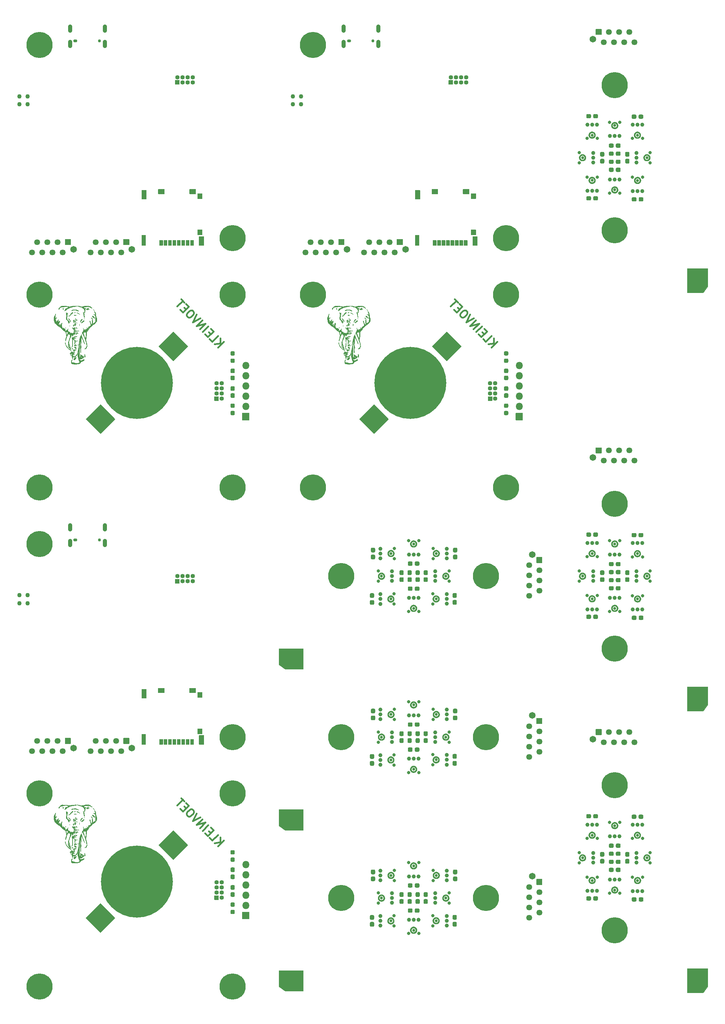
<source format=gbs>
%TF.GenerationSoftware,KiCad,Pcbnew,5.1.7-a382d34a8~87~ubuntu18.04.1*%
%TF.CreationDate,2020-11-13T15:53:22+02:00*%
%TF.ProjectId,panel,70616e65-6c2e-46b6-9963-61645f706362,Rev. A*%
%TF.SameCoordinates,Original*%
%TF.FileFunction,Soldermask,Bot*%
%TF.FilePolarity,Negative*%
%FSLAX46Y46*%
G04 Gerber Fmt 4.6, Leading zero omitted, Abs format (unit mm)*
G04 Created by KiCad (PCBNEW 5.1.7-a382d34a8~87~ubuntu18.04.1) date 2020-11-13 15:53:22*
%MOMM*%
%LPD*%
G01*
G04 APERTURE LIST*
%ADD10C,0.100000*%
%ADD11C,0.450000*%
%ADD12C,0.010000*%
%ADD13C,1.458000*%
%ADD14C,1.650000*%
%ADD15C,6.500000*%
%ADD16C,0.900000*%
%ADD17C,0.800000*%
%ADD18C,1.000000*%
%ADD19C,0.700000*%
%ADD20C,1.100000*%
%ADD21O,1.000000X0.750000*%
%ADD22C,0.750000*%
%ADD23O,1.050000X2.050000*%
%ADD24C,17.900000*%
%ADD25O,1.100000X1.100000*%
%ADD26O,1.800000X1.800000*%
G04 APERTURE END LIST*
D10*
G36*
X254350000Y-93000000D02*
G01*
X253250000Y-94512500D01*
X249250000Y-94512500D01*
X249250000Y-88487500D01*
X254350000Y-88487500D01*
X254350000Y-93000000D01*
G37*
X254350000Y-93000000D02*
X253250000Y-94512500D01*
X249250000Y-94512500D01*
X249250000Y-88487500D01*
X254350000Y-88487500D01*
X254350000Y-93000000D01*
G36*
X254350000Y-197000000D02*
G01*
X253250000Y-198512500D01*
X249250000Y-198512500D01*
X249250000Y-192487500D01*
X254350000Y-192487500D01*
X254350000Y-197000000D01*
G37*
X254350000Y-197000000D02*
X253250000Y-198512500D01*
X249250000Y-198512500D01*
X249250000Y-192487500D01*
X254350000Y-192487500D01*
X254350000Y-197000000D01*
G36*
X254350000Y-267000000D02*
G01*
X253250000Y-268512500D01*
X249250000Y-268512500D01*
X249250000Y-262487500D01*
X254350000Y-262487500D01*
X254350000Y-267000000D01*
G37*
X254350000Y-267000000D02*
X253250000Y-268512500D01*
X249250000Y-268512500D01*
X249250000Y-262487500D01*
X254350000Y-262487500D01*
X254350000Y-267000000D01*
G36*
X153762500Y-268100000D02*
G01*
X149250000Y-268100000D01*
X147737500Y-267000000D01*
X147737500Y-263000000D01*
X153762500Y-263000000D01*
X153762500Y-268100000D01*
G37*
X153762500Y-268100000D02*
X149250000Y-268100000D01*
X147737500Y-267000000D01*
X147737500Y-263000000D01*
X153762500Y-263000000D01*
X153762500Y-268100000D01*
G36*
X153762500Y-228100000D02*
G01*
X149250000Y-228100000D01*
X147737500Y-227000000D01*
X147737500Y-223000000D01*
X153762500Y-223000000D01*
X153762500Y-228100000D01*
G37*
X153762500Y-228100000D02*
X149250000Y-228100000D01*
X147737500Y-227000000D01*
X147737500Y-223000000D01*
X153762500Y-223000000D01*
X153762500Y-228100000D01*
G36*
X153762500Y-188100000D02*
G01*
X149250000Y-188100000D01*
X147737500Y-187000000D01*
X147737500Y-183000000D01*
X153762500Y-183000000D01*
X153762500Y-188100000D01*
G37*
X153762500Y-188100000D02*
X149250000Y-188100000D01*
X147737500Y-187000000D01*
X147737500Y-183000000D01*
X153762500Y-183000000D01*
X153762500Y-188100000D01*
D11*
X200595686Y-108125213D02*
X202009900Y-106710999D01*
X199787564Y-107317090D02*
X201201777Y-107115060D01*
X201201777Y-105902877D02*
X201201777Y-107519121D01*
X198508037Y-106037564D02*
X199181472Y-106710999D01*
X200595686Y-105296785D01*
X198777411Y-104825381D02*
X198306007Y-104353976D01*
X197363198Y-104892724D02*
X198036633Y-105566159D01*
X199450846Y-104151946D01*
X198777411Y-103478511D01*
X196757106Y-104286633D02*
X198171320Y-102872419D01*
X196083671Y-103613198D02*
X197497885Y-102198984D01*
X195275549Y-102805076D01*
X196689763Y-101390862D01*
X196218358Y-100919458D02*
X194332740Y-101862267D01*
X195275549Y-99976649D01*
X194534771Y-99235870D02*
X194265397Y-98966496D01*
X194063366Y-98899153D01*
X193793992Y-98899153D01*
X193457275Y-99101183D01*
X192985870Y-99572588D01*
X192783840Y-99909305D01*
X192783840Y-100178679D01*
X192851183Y-100380710D01*
X193120557Y-100650084D01*
X193322588Y-100717427D01*
X193591962Y-100717427D01*
X193928679Y-100515397D01*
X194400084Y-100043992D01*
X194602114Y-99707275D01*
X194602114Y-99437901D01*
X194534771Y-99235870D01*
X192649153Y-98697122D02*
X192177748Y-98225718D01*
X191234939Y-98764466D02*
X191908374Y-99437901D01*
X193322588Y-98023687D01*
X192649153Y-97350252D01*
X192245092Y-96946191D02*
X191436970Y-96138069D01*
X190426817Y-97956344D02*
X191841031Y-96542130D01*
X132595686Y-232125213D02*
X134009900Y-230710999D01*
X131787564Y-231317090D02*
X133201777Y-231115060D01*
X133201777Y-229902877D02*
X133201777Y-231519121D01*
X130508037Y-230037564D02*
X131181472Y-230710999D01*
X132595686Y-229296785D01*
X130777411Y-228825381D02*
X130306007Y-228353976D01*
X129363198Y-228892724D02*
X130036633Y-229566159D01*
X131450846Y-228151946D01*
X130777411Y-227478511D01*
X128757106Y-228286633D02*
X130171320Y-226872419D01*
X128083671Y-227613198D02*
X129497885Y-226198984D01*
X127275549Y-226805076D01*
X128689763Y-225390862D01*
X128218358Y-224919458D02*
X126332740Y-225862267D01*
X127275549Y-223976649D01*
X126534771Y-223235870D02*
X126265397Y-222966496D01*
X126063366Y-222899153D01*
X125793992Y-222899153D01*
X125457275Y-223101183D01*
X124985870Y-223572588D01*
X124783840Y-223909305D01*
X124783840Y-224178679D01*
X124851183Y-224380710D01*
X125120557Y-224650084D01*
X125322588Y-224717427D01*
X125591962Y-224717427D01*
X125928679Y-224515397D01*
X126400084Y-224043992D01*
X126602114Y-223707275D01*
X126602114Y-223437901D01*
X126534771Y-223235870D01*
X124649153Y-222697122D02*
X124177748Y-222225718D01*
X123234939Y-222764466D02*
X123908374Y-223437901D01*
X125322588Y-222023687D01*
X124649153Y-221350252D01*
X124245092Y-220946191D02*
X123436970Y-220138069D01*
X122426817Y-221956344D02*
X123841031Y-220542130D01*
X132595686Y-108125213D02*
X134009900Y-106710999D01*
X131787564Y-107317090D02*
X133201777Y-107115060D01*
X133201777Y-105902877D02*
X133201777Y-107519121D01*
X130508037Y-106037564D02*
X131181472Y-106710999D01*
X132595686Y-105296785D01*
X130777411Y-104825381D02*
X130306007Y-104353976D01*
X129363198Y-104892724D02*
X130036633Y-105566159D01*
X131450846Y-104151946D01*
X130777411Y-103478511D01*
X128757106Y-104286633D02*
X130171320Y-102872419D01*
X128083671Y-103613198D02*
X129497885Y-102198984D01*
X127275549Y-102805076D01*
X128689763Y-101390862D01*
X128218358Y-100919458D02*
X126332740Y-101862267D01*
X127275549Y-99976649D01*
X126534771Y-99235870D02*
X126265397Y-98966496D01*
X126063366Y-98899153D01*
X125793992Y-98899153D01*
X125457275Y-99101183D01*
X124985870Y-99572588D01*
X124783840Y-99909305D01*
X124783840Y-100178679D01*
X124851183Y-100380710D01*
X125120557Y-100650084D01*
X125322588Y-100717427D01*
X125591962Y-100717427D01*
X125928679Y-100515397D01*
X126400084Y-100043992D01*
X126602114Y-99707275D01*
X126602114Y-99437901D01*
X126534771Y-99235870D01*
X124649153Y-98697122D02*
X124177748Y-98225718D01*
X123234939Y-98764466D02*
X123908374Y-99437901D01*
X125322588Y-98023687D01*
X124649153Y-97350252D01*
X124245092Y-96946191D02*
X123436970Y-96138069D01*
X122426817Y-97956344D02*
X123841031Y-96542130D01*
D12*
%TO.C,G\u002A\u002A\u002A*%
G36*
X166538012Y-105081132D02*
G01*
X166527704Y-105094781D01*
X166381068Y-105380636D01*
X166251460Y-105819822D01*
X166142629Y-106396859D01*
X166068703Y-106989667D01*
X166002928Y-107607333D01*
X165941701Y-108096303D01*
X165878334Y-108496841D01*
X165806145Y-108849210D01*
X165718447Y-109193675D01*
X165680458Y-109328127D01*
X165515136Y-109797123D01*
X165328611Y-110114037D01*
X165108321Y-110295898D01*
X164925041Y-110352299D01*
X164715260Y-110351418D01*
X164544263Y-110300271D01*
X164453338Y-110220947D01*
X164483778Y-110135535D01*
X164499546Y-110124674D01*
X164562616Y-110051486D01*
X164500035Y-109993295D01*
X164425204Y-109880069D01*
X164478052Y-109755775D01*
X164626993Y-109666863D01*
X164733509Y-109649983D01*
X164866485Y-109632847D01*
X164862662Y-109600672D01*
X164859633Y-109599416D01*
X164794069Y-109533851D01*
X164850531Y-109434721D01*
X164907624Y-109307055D01*
X164891795Y-109254906D01*
X164805214Y-109262715D01*
X164752730Y-109320452D01*
X164657009Y-109391585D01*
X164609166Y-109360334D01*
X164494290Y-109294430D01*
X164310725Y-109255207D01*
X164126223Y-109248600D01*
X164008540Y-109280550D01*
X163995333Y-109306536D01*
X163941250Y-109430890D01*
X163876017Y-109509888D01*
X163804666Y-109651114D01*
X163818512Y-109729218D01*
X163895741Y-109749670D01*
X163994469Y-109615949D01*
X164099087Y-109461500D01*
X164178973Y-109402667D01*
X164245707Y-109450935D01*
X164176866Y-109591125D01*
X164101166Y-109683487D01*
X164004211Y-109799260D01*
X164033382Y-109806057D01*
X164151479Y-109746404D01*
X164298276Y-109616150D01*
X164304383Y-109467888D01*
X164291485Y-109354988D01*
X164347875Y-109382676D01*
X164393848Y-109522736D01*
X164344973Y-109754705D01*
X164298747Y-110007252D01*
X164284855Y-110330454D01*
X164292778Y-110495555D01*
X164325786Y-110779339D01*
X164361960Y-110952451D01*
X164394032Y-110999052D01*
X164414731Y-110903302D01*
X164418666Y-110769832D01*
X164433015Y-110587436D01*
X164501743Y-110531999D01*
X164621214Y-110550944D01*
X164881705Y-110540615D01*
X165164497Y-110416284D01*
X165405513Y-110209594D01*
X165459647Y-110136934D01*
X165560355Y-109944161D01*
X165679808Y-109660939D01*
X165762515Y-109434107D01*
X165849727Y-109206134D01*
X165915985Y-109088683D01*
X165946660Y-109106334D01*
X165948783Y-109373644D01*
X165881834Y-109616693D01*
X165794234Y-109801728D01*
X165718801Y-109977527D01*
X165695250Y-110151485D01*
X165720877Y-110386610D01*
X165760358Y-110591124D01*
X165849431Y-110935898D01*
X165964277Y-111269625D01*
X166040781Y-111441460D01*
X166155695Y-111709910D01*
X166153149Y-111886035D01*
X166017245Y-111994917D01*
X165732083Y-112061637D01*
X165639704Y-112074158D01*
X165317260Y-112098993D01*
X165091308Y-112070143D01*
X164910407Y-111988863D01*
X164705218Y-111902325D01*
X164542339Y-111890246D01*
X164534992Y-111892714D01*
X164378560Y-111878571D01*
X164271654Y-111807750D01*
X164188760Y-111700306D01*
X164197872Y-111586860D01*
X164282732Y-111426993D01*
X164367548Y-111246197D01*
X164355520Y-111182389D01*
X164261106Y-111252292D01*
X164197860Y-111328834D01*
X164114795Y-111529701D01*
X164085939Y-111791988D01*
X164112764Y-112038675D01*
X164181600Y-112179734D01*
X164312861Y-112226598D01*
X164566353Y-112257442D01*
X164895678Y-112271680D01*
X165254438Y-112268726D01*
X165596237Y-112247995D01*
X165874676Y-112208903D01*
X165907724Y-112201511D01*
X166184061Y-112116569D01*
X166325426Y-112015002D01*
X166365982Y-111871943D01*
X166366000Y-111867930D01*
X166433746Y-111745219D01*
X166648162Y-111635364D01*
X166761188Y-111597761D01*
X167034442Y-111484218D01*
X167225954Y-111347236D01*
X167306228Y-111213328D01*
X167278047Y-111133158D01*
X167178528Y-111137935D01*
X167008649Y-111223129D01*
X166984708Y-111238921D01*
X166743216Y-111342124D01*
X166485278Y-111363252D01*
X166264878Y-111308069D01*
X166135997Y-111182343D01*
X166125541Y-111147147D01*
X166135500Y-111031413D01*
X166224097Y-111036232D01*
X166456604Y-111050052D01*
X166735741Y-110966468D01*
X166993391Y-110812604D01*
X167124351Y-110677791D01*
X167259616Y-110451652D01*
X167270754Y-110337288D01*
X167164856Y-110339447D01*
X166949016Y-110462877D01*
X166878621Y-110513305D01*
X166694025Y-110617826D01*
X166556578Y-110640984D01*
X166543382Y-110635308D01*
X166457855Y-110531195D01*
X166479831Y-110441070D01*
X166556500Y-110424987D01*
X166816568Y-110424700D01*
X166946714Y-110344545D01*
X166958666Y-110291667D01*
X166892583Y-110179380D01*
X166834965Y-110164667D01*
X166689391Y-110106971D01*
X166549215Y-109990729D01*
X166387166Y-109816790D01*
X166371291Y-110033062D01*
X166351848Y-110291566D01*
X166339541Y-110450221D01*
X166299577Y-110603417D01*
X166232210Y-110619147D01*
X166161732Y-110521192D01*
X166112438Y-110333333D01*
X166103456Y-110219108D01*
X166095740Y-109588565D01*
X166101836Y-108956067D01*
X166120165Y-108344176D01*
X166149144Y-107775453D01*
X166187193Y-107272463D01*
X166232729Y-106857765D01*
X166284172Y-106553924D01*
X166339940Y-106383501D01*
X166374314Y-106354667D01*
X166404376Y-106430593D01*
X166407112Y-106627415D01*
X166388613Y-106841500D01*
X166366813Y-107106294D01*
X166352065Y-107458821D01*
X166344171Y-107862725D01*
X166342935Y-108281650D01*
X166348159Y-108679239D01*
X166359645Y-109019137D01*
X166377196Y-109264986D01*
X166400614Y-109380432D01*
X166402419Y-109382642D01*
X166481502Y-109405063D01*
X166514151Y-109279614D01*
X166498128Y-109021888D01*
X166475536Y-108873235D01*
X166437711Y-108583233D01*
X166451578Y-108408962D01*
X166514342Y-108309356D01*
X166587411Y-108149321D01*
X166574038Y-108060481D01*
X166515322Y-107851876D01*
X166477122Y-107594109D01*
X166463993Y-107347601D01*
X166480491Y-107172774D01*
X166503823Y-107129079D01*
X166533168Y-107025640D01*
X166547458Y-106793871D01*
X166545091Y-106474242D01*
X166536988Y-106291029D01*
X166525056Y-105948605D01*
X166530239Y-105689884D01*
X166551165Y-105548626D01*
X166567816Y-105532801D01*
X166630893Y-105615726D01*
X166744684Y-105821386D01*
X166892156Y-106117328D01*
X167031727Y-106416639D01*
X167189646Y-106756482D01*
X167322805Y-107026771D01*
X167416102Y-107197907D01*
X167453303Y-107242920D01*
X167432798Y-107158068D01*
X167352586Y-106952145D01*
X167225758Y-106656971D01*
X167081066Y-106338053D01*
X166915744Y-105959090D01*
X166781669Y-105608895D01*
X166694589Y-105331338D01*
X166669341Y-105190983D01*
X166659440Y-105009934D01*
X166624821Y-104979537D01*
X166538012Y-105081132D01*
G37*
X166538012Y-105081132D02*
X166527704Y-105094781D01*
X166381068Y-105380636D01*
X166251460Y-105819822D01*
X166142629Y-106396859D01*
X166068703Y-106989667D01*
X166002928Y-107607333D01*
X165941701Y-108096303D01*
X165878334Y-108496841D01*
X165806145Y-108849210D01*
X165718447Y-109193675D01*
X165680458Y-109328127D01*
X165515136Y-109797123D01*
X165328611Y-110114037D01*
X165108321Y-110295898D01*
X164925041Y-110352299D01*
X164715260Y-110351418D01*
X164544263Y-110300271D01*
X164453338Y-110220947D01*
X164483778Y-110135535D01*
X164499546Y-110124674D01*
X164562616Y-110051486D01*
X164500035Y-109993295D01*
X164425204Y-109880069D01*
X164478052Y-109755775D01*
X164626993Y-109666863D01*
X164733509Y-109649983D01*
X164866485Y-109632847D01*
X164862662Y-109600672D01*
X164859633Y-109599416D01*
X164794069Y-109533851D01*
X164850531Y-109434721D01*
X164907624Y-109307055D01*
X164891795Y-109254906D01*
X164805214Y-109262715D01*
X164752730Y-109320452D01*
X164657009Y-109391585D01*
X164609166Y-109360334D01*
X164494290Y-109294430D01*
X164310725Y-109255207D01*
X164126223Y-109248600D01*
X164008540Y-109280550D01*
X163995333Y-109306536D01*
X163941250Y-109430890D01*
X163876017Y-109509888D01*
X163804666Y-109651114D01*
X163818512Y-109729218D01*
X163895741Y-109749670D01*
X163994469Y-109615949D01*
X164099087Y-109461500D01*
X164178973Y-109402667D01*
X164245707Y-109450935D01*
X164176866Y-109591125D01*
X164101166Y-109683487D01*
X164004211Y-109799260D01*
X164033382Y-109806057D01*
X164151479Y-109746404D01*
X164298276Y-109616150D01*
X164304383Y-109467888D01*
X164291485Y-109354988D01*
X164347875Y-109382676D01*
X164393848Y-109522736D01*
X164344973Y-109754705D01*
X164298747Y-110007252D01*
X164284855Y-110330454D01*
X164292778Y-110495555D01*
X164325786Y-110779339D01*
X164361960Y-110952451D01*
X164394032Y-110999052D01*
X164414731Y-110903302D01*
X164418666Y-110769832D01*
X164433015Y-110587436D01*
X164501743Y-110531999D01*
X164621214Y-110550944D01*
X164881705Y-110540615D01*
X165164497Y-110416284D01*
X165405513Y-110209594D01*
X165459647Y-110136934D01*
X165560355Y-109944161D01*
X165679808Y-109660939D01*
X165762515Y-109434107D01*
X165849727Y-109206134D01*
X165915985Y-109088683D01*
X165946660Y-109106334D01*
X165948783Y-109373644D01*
X165881834Y-109616693D01*
X165794234Y-109801728D01*
X165718801Y-109977527D01*
X165695250Y-110151485D01*
X165720877Y-110386610D01*
X165760358Y-110591124D01*
X165849431Y-110935898D01*
X165964277Y-111269625D01*
X166040781Y-111441460D01*
X166155695Y-111709910D01*
X166153149Y-111886035D01*
X166017245Y-111994917D01*
X165732083Y-112061637D01*
X165639704Y-112074158D01*
X165317260Y-112098993D01*
X165091308Y-112070143D01*
X164910407Y-111988863D01*
X164705218Y-111902325D01*
X164542339Y-111890246D01*
X164534992Y-111892714D01*
X164378560Y-111878571D01*
X164271654Y-111807750D01*
X164188760Y-111700306D01*
X164197872Y-111586860D01*
X164282732Y-111426993D01*
X164367548Y-111246197D01*
X164355520Y-111182389D01*
X164261106Y-111252292D01*
X164197860Y-111328834D01*
X164114795Y-111529701D01*
X164085939Y-111791988D01*
X164112764Y-112038675D01*
X164181600Y-112179734D01*
X164312861Y-112226598D01*
X164566353Y-112257442D01*
X164895678Y-112271680D01*
X165254438Y-112268726D01*
X165596237Y-112247995D01*
X165874676Y-112208903D01*
X165907724Y-112201511D01*
X166184061Y-112116569D01*
X166325426Y-112015002D01*
X166365982Y-111871943D01*
X166366000Y-111867930D01*
X166433746Y-111745219D01*
X166648162Y-111635364D01*
X166761188Y-111597761D01*
X167034442Y-111484218D01*
X167225954Y-111347236D01*
X167306228Y-111213328D01*
X167278047Y-111133158D01*
X167178528Y-111137935D01*
X167008649Y-111223129D01*
X166984708Y-111238921D01*
X166743216Y-111342124D01*
X166485278Y-111363252D01*
X166264878Y-111308069D01*
X166135997Y-111182343D01*
X166125541Y-111147147D01*
X166135500Y-111031413D01*
X166224097Y-111036232D01*
X166456604Y-111050052D01*
X166735741Y-110966468D01*
X166993391Y-110812604D01*
X167124351Y-110677791D01*
X167259616Y-110451652D01*
X167270754Y-110337288D01*
X167164856Y-110339447D01*
X166949016Y-110462877D01*
X166878621Y-110513305D01*
X166694025Y-110617826D01*
X166556578Y-110640984D01*
X166543382Y-110635308D01*
X166457855Y-110531195D01*
X166479831Y-110441070D01*
X166556500Y-110424987D01*
X166816568Y-110424700D01*
X166946714Y-110344545D01*
X166958666Y-110291667D01*
X166892583Y-110179380D01*
X166834965Y-110164667D01*
X166689391Y-110106971D01*
X166549215Y-109990729D01*
X166387166Y-109816790D01*
X166371291Y-110033062D01*
X166351848Y-110291566D01*
X166339541Y-110450221D01*
X166299577Y-110603417D01*
X166232210Y-110619147D01*
X166161732Y-110521192D01*
X166112438Y-110333333D01*
X166103456Y-110219108D01*
X166095740Y-109588565D01*
X166101836Y-108956067D01*
X166120165Y-108344176D01*
X166149144Y-107775453D01*
X166187193Y-107272463D01*
X166232729Y-106857765D01*
X166284172Y-106553924D01*
X166339940Y-106383501D01*
X166374314Y-106354667D01*
X166404376Y-106430593D01*
X166407112Y-106627415D01*
X166388613Y-106841500D01*
X166366813Y-107106294D01*
X166352065Y-107458821D01*
X166344171Y-107862725D01*
X166342935Y-108281650D01*
X166348159Y-108679239D01*
X166359645Y-109019137D01*
X166377196Y-109264986D01*
X166400614Y-109380432D01*
X166402419Y-109382642D01*
X166481502Y-109405063D01*
X166514151Y-109279614D01*
X166498128Y-109021888D01*
X166475536Y-108873235D01*
X166437711Y-108583233D01*
X166451578Y-108408962D01*
X166514342Y-108309356D01*
X166587411Y-108149321D01*
X166574038Y-108060481D01*
X166515322Y-107851876D01*
X166477122Y-107594109D01*
X166463993Y-107347601D01*
X166480491Y-107172774D01*
X166503823Y-107129079D01*
X166533168Y-107025640D01*
X166547458Y-106793871D01*
X166545091Y-106474242D01*
X166536988Y-106291029D01*
X166525056Y-105948605D01*
X166530239Y-105689884D01*
X166551165Y-105548626D01*
X166567816Y-105532801D01*
X166630893Y-105615726D01*
X166744684Y-105821386D01*
X166892156Y-106117328D01*
X167031727Y-106416639D01*
X167189646Y-106756482D01*
X167322805Y-107026771D01*
X167416102Y-107197907D01*
X167453303Y-107242920D01*
X167432798Y-107158068D01*
X167352586Y-106952145D01*
X167225758Y-106656971D01*
X167081066Y-106338053D01*
X166915744Y-105959090D01*
X166781669Y-105608895D01*
X166694589Y-105331338D01*
X166669341Y-105190983D01*
X166659440Y-105009934D01*
X166624821Y-104979537D01*
X166538012Y-105081132D01*
G36*
X165216088Y-110621088D02*
G01*
X165029853Y-110703416D01*
X164968264Y-110732402D01*
X164757651Y-110864110D01*
X164687923Y-111003025D01*
X164690225Y-111049037D01*
X164770252Y-111200230D01*
X164908237Y-111249134D01*
X165036433Y-111182434D01*
X165068704Y-111123424D01*
X165172614Y-110957488D01*
X165237782Y-110901293D01*
X165318480Y-110801263D01*
X165354114Y-110671347D01*
X165326206Y-110591097D01*
X165310539Y-110588000D01*
X165216088Y-110621088D01*
G37*
X165216088Y-110621088D02*
X165029853Y-110703416D01*
X164968264Y-110732402D01*
X164757651Y-110864110D01*
X164687923Y-111003025D01*
X164690225Y-111049037D01*
X164770252Y-111200230D01*
X164908237Y-111249134D01*
X165036433Y-111182434D01*
X165068704Y-111123424D01*
X165172614Y-110957488D01*
X165237782Y-110901293D01*
X165318480Y-110801263D01*
X165354114Y-110671347D01*
X165326206Y-110591097D01*
X165310539Y-110588000D01*
X165216088Y-110621088D01*
G36*
X167410652Y-109934278D02*
G01*
X167411550Y-110142838D01*
X167429636Y-110391208D01*
X167462360Y-110552582D01*
X167487833Y-110587338D01*
X167529440Y-110513821D01*
X167545652Y-110333844D01*
X167545382Y-110312834D01*
X167519380Y-110062187D01*
X167469099Y-109868334D01*
X167428739Y-109821614D01*
X167410652Y-109934278D01*
G37*
X167410652Y-109934278D02*
X167411550Y-110142838D01*
X167429636Y-110391208D01*
X167462360Y-110552582D01*
X167487833Y-110587338D01*
X167529440Y-110513821D01*
X167545652Y-110333844D01*
X167545382Y-110312834D01*
X167519380Y-110062187D01*
X167469099Y-109868334D01*
X167428739Y-109821614D01*
X167410652Y-109934278D01*
G36*
X163943948Y-109963546D02*
G01*
X164037666Y-110080000D01*
X164164896Y-110205217D01*
X164233244Y-110249334D01*
X164216052Y-110196454D01*
X164122333Y-110080000D01*
X163995103Y-109954783D01*
X163926755Y-109910667D01*
X163943948Y-109963546D01*
G37*
X163943948Y-109963546D02*
X164037666Y-110080000D01*
X164164896Y-110205217D01*
X164233244Y-110249334D01*
X164216052Y-110196454D01*
X164122333Y-110080000D01*
X163995103Y-109954783D01*
X163926755Y-109910667D01*
X163943948Y-109963546D01*
G36*
X164525722Y-109840756D02*
G01*
X164559515Y-109891463D01*
X164588000Y-109910667D01*
X164745339Y-109980473D01*
X164865276Y-109986011D01*
X164892912Y-109927283D01*
X164884333Y-109910667D01*
X164766399Y-109843031D01*
X164646503Y-109827297D01*
X164525722Y-109840756D01*
G37*
X164525722Y-109840756D02*
X164559515Y-109891463D01*
X164588000Y-109910667D01*
X164745339Y-109980473D01*
X164865276Y-109986011D01*
X164892912Y-109927283D01*
X164884333Y-109910667D01*
X164766399Y-109843031D01*
X164646503Y-109827297D01*
X164525722Y-109840756D01*
G36*
X164594684Y-108864442D02*
G01*
X164644906Y-109036635D01*
X164772652Y-109100486D01*
X164919502Y-109029546D01*
X164930843Y-109016634D01*
X164980564Y-108922130D01*
X164885698Y-108894979D01*
X164859422Y-108894667D01*
X164699173Y-108849001D01*
X164644073Y-108788834D01*
X164609182Y-108772422D01*
X164594684Y-108864442D01*
G37*
X164594684Y-108864442D02*
X164644906Y-109036635D01*
X164772652Y-109100486D01*
X164919502Y-109029546D01*
X164930843Y-109016634D01*
X164980564Y-108922130D01*
X164885698Y-108894979D01*
X164859422Y-108894667D01*
X164699173Y-108849001D01*
X164644073Y-108788834D01*
X164609182Y-108772422D01*
X164594684Y-108864442D01*
G36*
X162582432Y-106977489D02*
G01*
X162605274Y-107155062D01*
X162725110Y-107575351D01*
X162941459Y-107983997D01*
X163222262Y-108337241D01*
X163535460Y-108591325D01*
X163719631Y-108676112D01*
X163867001Y-108786799D01*
X163977342Y-108958750D01*
X164076296Y-109191000D01*
X164028933Y-108937174D01*
X163991693Y-108758818D01*
X163967579Y-108680767D01*
X163967284Y-108680663D01*
X163663602Y-108556203D01*
X163344761Y-108318660D01*
X163055621Y-108013295D01*
X162841043Y-107685365D01*
X162757850Y-107460469D01*
X162688499Y-107200676D01*
X162633133Y-107032000D01*
X162589674Y-106931398D01*
X162582432Y-106977489D01*
G37*
X162582432Y-106977489D02*
X162605274Y-107155062D01*
X162725110Y-107575351D01*
X162941459Y-107983997D01*
X163222262Y-108337241D01*
X163535460Y-108591325D01*
X163719631Y-108676112D01*
X163867001Y-108786799D01*
X163977342Y-108958750D01*
X164076296Y-109191000D01*
X164028933Y-108937174D01*
X163991693Y-108758818D01*
X163967579Y-108680767D01*
X163967284Y-108680663D01*
X163663602Y-108556203D01*
X163344761Y-108318660D01*
X163055621Y-108013295D01*
X162841043Y-107685365D01*
X162757850Y-107460469D01*
X162688499Y-107200676D01*
X162633133Y-107032000D01*
X162589674Y-106931398D01*
X162582432Y-106977489D01*
G36*
X164897491Y-108660711D02*
G01*
X164770146Y-108703188D01*
X164757333Y-108725334D01*
X164828100Y-108788306D01*
X165001188Y-108799246D01*
X165217775Y-108758153D01*
X165307666Y-108725334D01*
X165378711Y-108679671D01*
X165309598Y-108655384D01*
X165117166Y-108646618D01*
X164897491Y-108660711D01*
G37*
X164897491Y-108660711D02*
X164770146Y-108703188D01*
X164757333Y-108725334D01*
X164828100Y-108788306D01*
X165001188Y-108799246D01*
X165217775Y-108758153D01*
X165307666Y-108725334D01*
X165378711Y-108679671D01*
X165309598Y-108655384D01*
X165117166Y-108646618D01*
X164897491Y-108660711D01*
G36*
X164588000Y-108598334D02*
G01*
X164630333Y-108640667D01*
X164672666Y-108598334D01*
X164630333Y-108556000D01*
X164588000Y-108598334D01*
G37*
X164588000Y-108598334D02*
X164630333Y-108640667D01*
X164672666Y-108598334D01*
X164630333Y-108556000D01*
X164588000Y-108598334D01*
G36*
X164255217Y-108355299D02*
G01*
X164305646Y-108509506D01*
X164334000Y-108556000D01*
X164395759Y-108622492D01*
X164416429Y-108538401D01*
X164417370Y-108492500D01*
X164386511Y-108343849D01*
X164334000Y-108302000D01*
X164255217Y-108355299D01*
G37*
X164255217Y-108355299D02*
X164305646Y-108509506D01*
X164334000Y-108556000D01*
X164395759Y-108622492D01*
X164416429Y-108538401D01*
X164417370Y-108492500D01*
X164386511Y-108343849D01*
X164334000Y-108302000D01*
X164255217Y-108355299D01*
G36*
X160020615Y-100163740D02*
G01*
X159900613Y-100462005D01*
X159812260Y-100760493D01*
X159795876Y-100842810D01*
X159790737Y-101064309D01*
X159822830Y-101353277D01*
X159881301Y-101659941D01*
X159955299Y-101934530D01*
X160033970Y-102127269D01*
X160089203Y-102188068D01*
X160194122Y-102257459D01*
X160369082Y-102402873D01*
X160460382Y-102485318D01*
X160726980Y-102704881D01*
X161031121Y-102918272D01*
X161111824Y-102968000D01*
X161392039Y-103174910D01*
X161652131Y-103432254D01*
X161712994Y-103508316D01*
X161945239Y-103769914D01*
X162208890Y-103986886D01*
X162455974Y-104123885D01*
X162588403Y-104153334D01*
X162669248Y-104237367D01*
X162749560Y-104486938D01*
X162810306Y-104790124D01*
X162863532Y-105143941D01*
X162876471Y-105398909D01*
X162847244Y-105621103D01*
X162779950Y-105858180D01*
X162699966Y-106150256D01*
X162651934Y-106412101D01*
X162645328Y-106512556D01*
X162666095Y-106547468D01*
X162717015Y-106440545D01*
X162788131Y-106214464D01*
X162807627Y-106143000D01*
X162946730Y-105675932D01*
X163094085Y-105277318D01*
X163237868Y-104973115D01*
X163366249Y-104789281D01*
X163444161Y-104746000D01*
X163589889Y-104818302D01*
X163727897Y-104993276D01*
X163814959Y-105208026D01*
X163826000Y-105301622D01*
X163799072Y-105459430D01*
X163727094Y-105728799D01*
X163623270Y-106062293D01*
X163572000Y-106213958D01*
X163431690Y-106633872D01*
X163351226Y-106919706D01*
X163327164Y-107094436D01*
X163356062Y-107181043D01*
X163423833Y-107202630D01*
X163467908Y-107231901D01*
X163402666Y-107286000D01*
X163336669Y-107353549D01*
X163364491Y-107369370D01*
X163448862Y-107448586D01*
X163556812Y-107666218D01*
X163675822Y-107995244D01*
X163718052Y-108132667D01*
X163698134Y-108166253D01*
X163600462Y-108083366D01*
X163579087Y-108059787D01*
X163452733Y-107869548D01*
X163402666Y-107704951D01*
X163364329Y-107548681D01*
X163323442Y-107501030D01*
X163289250Y-107531095D01*
X163308184Y-107669106D01*
X163368219Y-107866712D01*
X163457333Y-108075560D01*
X163474600Y-108108875D01*
X163570652Y-108231411D01*
X163716376Y-108366558D01*
X163865424Y-108478213D01*
X163971444Y-108530275D01*
X163995333Y-108514470D01*
X163959686Y-108410908D01*
X163915627Y-108322018D01*
X163848441Y-108160527D01*
X163758526Y-107897724D01*
X163661674Y-107586348D01*
X163573673Y-107279141D01*
X163510316Y-107028845D01*
X163487333Y-106891491D01*
X163514874Y-106749704D01*
X163586383Y-106502755D01*
X163685190Y-106199002D01*
X163794624Y-105886802D01*
X163898015Y-105614514D01*
X163978691Y-105430494D01*
X164006590Y-105385233D01*
X164070710Y-105236554D01*
X164080000Y-105152400D01*
X164122261Y-105017170D01*
X164214282Y-105001010D01*
X164303923Y-105087751D01*
X164339367Y-105232834D01*
X164348348Y-105385358D01*
X164375969Y-105380607D01*
X164416948Y-105286944D01*
X164530198Y-105121370D01*
X164621821Y-105057316D01*
X164713126Y-104950416D01*
X164704514Y-104876205D01*
X164692041Y-104763158D01*
X164757409Y-104757353D01*
X164858299Y-104846722D01*
X164915940Y-104936500D01*
X164986632Y-105065677D01*
X164993346Y-105040743D01*
X164963767Y-104915334D01*
X164924652Y-104671218D01*
X164917926Y-104517363D01*
X164889474Y-104347213D01*
X164841674Y-104280132D01*
X164796487Y-104296029D01*
X164815335Y-104375302D01*
X164828823Y-104479302D01*
X164730714Y-104467413D01*
X164621053Y-104462620D01*
X164610182Y-104510707D01*
X164552721Y-104587564D01*
X164397500Y-104629588D01*
X164227291Y-104615322D01*
X164164666Y-104554661D01*
X164135650Y-104502047D01*
X164069683Y-104553117D01*
X163920139Y-104614465D01*
X163789702Y-104543505D01*
X163741333Y-104393278D01*
X163737873Y-104381713D01*
X163244789Y-104381713D01*
X163226550Y-104517396D01*
X163157798Y-104751177D01*
X163082343Y-104986771D01*
X163027703Y-105138428D01*
X163011424Y-105169334D01*
X162985278Y-105094470D01*
X162937484Y-104902177D01*
X162899926Y-104733645D01*
X162853389Y-104483121D01*
X162834681Y-104309856D01*
X162840587Y-104263858D01*
X162938675Y-104256090D01*
X163080399Y-104281390D01*
X163198609Y-104318443D01*
X163244789Y-104381713D01*
X163737873Y-104381713D01*
X163707898Y-104281544D01*
X163658416Y-104279252D01*
X163498918Y-104295412D01*
X163347404Y-104187370D01*
X163247611Y-103996439D01*
X163230640Y-103875188D01*
X163219159Y-103702203D01*
X163178679Y-103675510D01*
X163124807Y-103731033D01*
X162973800Y-103857672D01*
X162778902Y-103966576D01*
X162536138Y-104074086D01*
X162593802Y-103766709D01*
X162617342Y-103564232D01*
X162581592Y-103507283D01*
X162556906Y-103517773D01*
X162439609Y-103504270D01*
X162308227Y-103398514D01*
X162154108Y-103220813D01*
X162016010Y-103411907D01*
X161923841Y-103512649D01*
X161897488Y-103480506D01*
X161898147Y-103476000D01*
X161880873Y-103315158D01*
X161811661Y-103093687D01*
X161802944Y-103072285D01*
X161734851Y-102821480D01*
X161743759Y-102532528D01*
X161770965Y-102373478D01*
X161813265Y-102130897D01*
X161811767Y-102025024D01*
X161763766Y-102028296D01*
X161738937Y-102047232D01*
X161645168Y-102184149D01*
X161547406Y-102413627D01*
X161516701Y-102509175D01*
X161433019Y-102737996D01*
X161352089Y-102819448D01*
X161296901Y-102805404D01*
X161227612Y-102710886D01*
X161277487Y-102560573D01*
X161323793Y-102399672D01*
X161292324Y-102336909D01*
X161209054Y-102364704D01*
X161159390Y-102458771D01*
X161083389Y-102596251D01*
X161026294Y-102629334D01*
X160960870Y-102561912D01*
X160956572Y-102401074D01*
X161007620Y-102208957D01*
X161077026Y-102083985D01*
X161177252Y-101865895D01*
X161201333Y-101711029D01*
X161190304Y-101566794D01*
X161128547Y-101572534D01*
X161046500Y-101642545D01*
X160890667Y-101766564D01*
X160815052Y-101774026D01*
X160815970Y-101653354D01*
X160889732Y-101392967D01*
X160929342Y-101274667D01*
X160901098Y-101253621D01*
X160782212Y-101334638D01*
X160663391Y-101439764D01*
X160456090Y-101673826D01*
X160395739Y-101849398D01*
X160402373Y-101884264D01*
X160400661Y-102010572D01*
X160351847Y-102036667D01*
X160288957Y-101956802D01*
X160278962Y-101719951D01*
X160283347Y-101654460D01*
X160289628Y-101412930D01*
X160254042Y-101313327D01*
X160207206Y-101313136D01*
X160112827Y-101310805D01*
X160120961Y-101212706D01*
X160224846Y-101052425D01*
X160270000Y-101001162D01*
X160379017Y-100859062D01*
X160435588Y-100741730D01*
X160429114Y-100688503D01*
X160349000Y-100738714D01*
X160337733Y-100749733D01*
X160214451Y-100840724D01*
X160145321Y-100801444D01*
X160124951Y-100619982D01*
X160144154Y-100322167D01*
X160196049Y-99793000D01*
X160020615Y-100163740D01*
G37*
X160020615Y-100163740D02*
X159900613Y-100462005D01*
X159812260Y-100760493D01*
X159795876Y-100842810D01*
X159790737Y-101064309D01*
X159822830Y-101353277D01*
X159881301Y-101659941D01*
X159955299Y-101934530D01*
X160033970Y-102127269D01*
X160089203Y-102188068D01*
X160194122Y-102257459D01*
X160369082Y-102402873D01*
X160460382Y-102485318D01*
X160726980Y-102704881D01*
X161031121Y-102918272D01*
X161111824Y-102968000D01*
X161392039Y-103174910D01*
X161652131Y-103432254D01*
X161712994Y-103508316D01*
X161945239Y-103769914D01*
X162208890Y-103986886D01*
X162455974Y-104123885D01*
X162588403Y-104153334D01*
X162669248Y-104237367D01*
X162749560Y-104486938D01*
X162810306Y-104790124D01*
X162863532Y-105143941D01*
X162876471Y-105398909D01*
X162847244Y-105621103D01*
X162779950Y-105858180D01*
X162699966Y-106150256D01*
X162651934Y-106412101D01*
X162645328Y-106512556D01*
X162666095Y-106547468D01*
X162717015Y-106440545D01*
X162788131Y-106214464D01*
X162807627Y-106143000D01*
X162946730Y-105675932D01*
X163094085Y-105277318D01*
X163237868Y-104973115D01*
X163366249Y-104789281D01*
X163444161Y-104746000D01*
X163589889Y-104818302D01*
X163727897Y-104993276D01*
X163814959Y-105208026D01*
X163826000Y-105301622D01*
X163799072Y-105459430D01*
X163727094Y-105728799D01*
X163623270Y-106062293D01*
X163572000Y-106213958D01*
X163431690Y-106633872D01*
X163351226Y-106919706D01*
X163327164Y-107094436D01*
X163356062Y-107181043D01*
X163423833Y-107202630D01*
X163467908Y-107231901D01*
X163402666Y-107286000D01*
X163336669Y-107353549D01*
X163364491Y-107369370D01*
X163448862Y-107448586D01*
X163556812Y-107666218D01*
X163675822Y-107995244D01*
X163718052Y-108132667D01*
X163698134Y-108166253D01*
X163600462Y-108083366D01*
X163579087Y-108059787D01*
X163452733Y-107869548D01*
X163402666Y-107704951D01*
X163364329Y-107548681D01*
X163323442Y-107501030D01*
X163289250Y-107531095D01*
X163308184Y-107669106D01*
X163368219Y-107866712D01*
X163457333Y-108075560D01*
X163474600Y-108108875D01*
X163570652Y-108231411D01*
X163716376Y-108366558D01*
X163865424Y-108478213D01*
X163971444Y-108530275D01*
X163995333Y-108514470D01*
X163959686Y-108410908D01*
X163915627Y-108322018D01*
X163848441Y-108160527D01*
X163758526Y-107897724D01*
X163661674Y-107586348D01*
X163573673Y-107279141D01*
X163510316Y-107028845D01*
X163487333Y-106891491D01*
X163514874Y-106749704D01*
X163586383Y-106502755D01*
X163685190Y-106199002D01*
X163794624Y-105886802D01*
X163898015Y-105614514D01*
X163978691Y-105430494D01*
X164006590Y-105385233D01*
X164070710Y-105236554D01*
X164080000Y-105152400D01*
X164122261Y-105017170D01*
X164214282Y-105001010D01*
X164303923Y-105087751D01*
X164339367Y-105232834D01*
X164348348Y-105385358D01*
X164375969Y-105380607D01*
X164416948Y-105286944D01*
X164530198Y-105121370D01*
X164621821Y-105057316D01*
X164713126Y-104950416D01*
X164704514Y-104876205D01*
X164692041Y-104763158D01*
X164757409Y-104757353D01*
X164858299Y-104846722D01*
X164915940Y-104936500D01*
X164986632Y-105065677D01*
X164993346Y-105040743D01*
X164963767Y-104915334D01*
X164924652Y-104671218D01*
X164917926Y-104517363D01*
X164889474Y-104347213D01*
X164841674Y-104280132D01*
X164796487Y-104296029D01*
X164815335Y-104375302D01*
X164828823Y-104479302D01*
X164730714Y-104467413D01*
X164621053Y-104462620D01*
X164610182Y-104510707D01*
X164552721Y-104587564D01*
X164397500Y-104629588D01*
X164227291Y-104615322D01*
X164164666Y-104554661D01*
X164135650Y-104502047D01*
X164069683Y-104553117D01*
X163920139Y-104614465D01*
X163789702Y-104543505D01*
X163741333Y-104393278D01*
X163737873Y-104381713D01*
X163244789Y-104381713D01*
X163226550Y-104517396D01*
X163157798Y-104751177D01*
X163082343Y-104986771D01*
X163027703Y-105138428D01*
X163011424Y-105169334D01*
X162985278Y-105094470D01*
X162937484Y-104902177D01*
X162899926Y-104733645D01*
X162853389Y-104483121D01*
X162834681Y-104309856D01*
X162840587Y-104263858D01*
X162938675Y-104256090D01*
X163080399Y-104281390D01*
X163198609Y-104318443D01*
X163244789Y-104381713D01*
X163737873Y-104381713D01*
X163707898Y-104281544D01*
X163658416Y-104279252D01*
X163498918Y-104295412D01*
X163347404Y-104187370D01*
X163247611Y-103996439D01*
X163230640Y-103875188D01*
X163219159Y-103702203D01*
X163178679Y-103675510D01*
X163124807Y-103731033D01*
X162973800Y-103857672D01*
X162778902Y-103966576D01*
X162536138Y-104074086D01*
X162593802Y-103766709D01*
X162617342Y-103564232D01*
X162581592Y-103507283D01*
X162556906Y-103517773D01*
X162439609Y-103504270D01*
X162308227Y-103398514D01*
X162154108Y-103220813D01*
X162016010Y-103411907D01*
X161923841Y-103512649D01*
X161897488Y-103480506D01*
X161898147Y-103476000D01*
X161880873Y-103315158D01*
X161811661Y-103093687D01*
X161802944Y-103072285D01*
X161734851Y-102821480D01*
X161743759Y-102532528D01*
X161770965Y-102373478D01*
X161813265Y-102130897D01*
X161811767Y-102025024D01*
X161763766Y-102028296D01*
X161738937Y-102047232D01*
X161645168Y-102184149D01*
X161547406Y-102413627D01*
X161516701Y-102509175D01*
X161433019Y-102737996D01*
X161352089Y-102819448D01*
X161296901Y-102805404D01*
X161227612Y-102710886D01*
X161277487Y-102560573D01*
X161323793Y-102399672D01*
X161292324Y-102336909D01*
X161209054Y-102364704D01*
X161159390Y-102458771D01*
X161083389Y-102596251D01*
X161026294Y-102629334D01*
X160960870Y-102561912D01*
X160956572Y-102401074D01*
X161007620Y-102208957D01*
X161077026Y-102083985D01*
X161177252Y-101865895D01*
X161201333Y-101711029D01*
X161190304Y-101566794D01*
X161128547Y-101572534D01*
X161046500Y-101642545D01*
X160890667Y-101766564D01*
X160815052Y-101774026D01*
X160815970Y-101653354D01*
X160889732Y-101392967D01*
X160929342Y-101274667D01*
X160901098Y-101253621D01*
X160782212Y-101334638D01*
X160663391Y-101439764D01*
X160456090Y-101673826D01*
X160395739Y-101849398D01*
X160402373Y-101884264D01*
X160400661Y-102010572D01*
X160351847Y-102036667D01*
X160288957Y-101956802D01*
X160278962Y-101719951D01*
X160283347Y-101654460D01*
X160289628Y-101412930D01*
X160254042Y-101313327D01*
X160207206Y-101313136D01*
X160112827Y-101310805D01*
X160120961Y-101212706D01*
X160224846Y-101052425D01*
X160270000Y-101001162D01*
X160379017Y-100859062D01*
X160435588Y-100741730D01*
X160429114Y-100688503D01*
X160349000Y-100738714D01*
X160337733Y-100749733D01*
X160214451Y-100840724D01*
X160145321Y-100801444D01*
X160124951Y-100619982D01*
X160144154Y-100322167D01*
X160196049Y-99793000D01*
X160020615Y-100163740D01*
G36*
X167985602Y-107744908D02*
G01*
X167916851Y-107853806D01*
X167863767Y-108030995D01*
X167758903Y-108248154D01*
X167619998Y-108365693D01*
X167424333Y-108459873D01*
X167619153Y-108465603D01*
X167780292Y-108419776D01*
X167905068Y-108248209D01*
X167936653Y-108177720D01*
X168033697Y-107908498D01*
X168053286Y-107757799D01*
X167993775Y-107740168D01*
X167985602Y-107744908D01*
G37*
X167985602Y-107744908D02*
X167916851Y-107853806D01*
X167863767Y-108030995D01*
X167758903Y-108248154D01*
X167619998Y-108365693D01*
X167424333Y-108459873D01*
X167619153Y-108465603D01*
X167780292Y-108419776D01*
X167905068Y-108248209D01*
X167936653Y-108177720D01*
X168033697Y-107908498D01*
X168053286Y-107757799D01*
X167993775Y-107740168D01*
X167985602Y-107744908D01*
G36*
X164887821Y-107976770D02*
G01*
X164893868Y-108067958D01*
X164933807Y-108196167D01*
X165052586Y-108338109D01*
X165222440Y-108388000D01*
X165370778Y-108329463D01*
X165393630Y-108299902D01*
X165381503Y-108235718D01*
X165335126Y-108236402D01*
X165245667Y-108201555D01*
X165242447Y-108158993D01*
X165189367Y-108069799D01*
X165055328Y-107989409D01*
X164924056Y-107960845D01*
X164887821Y-107976770D01*
G37*
X164887821Y-107976770D02*
X164893868Y-108067958D01*
X164933807Y-108196167D01*
X165052586Y-108338109D01*
X165222440Y-108388000D01*
X165370778Y-108329463D01*
X165393630Y-108299902D01*
X165381503Y-108235718D01*
X165335126Y-108236402D01*
X165245667Y-108201555D01*
X165242447Y-108158993D01*
X165189367Y-108069799D01*
X165055328Y-107989409D01*
X164924056Y-107960845D01*
X164887821Y-107976770D01*
G36*
X164280937Y-105617507D02*
G01*
X164268322Y-105720450D01*
X164281984Y-105946806D01*
X164318829Y-106253224D01*
X164333118Y-106349000D01*
X164386534Y-106882856D01*
X164380044Y-107372965D01*
X164316166Y-107776056D01*
X164237998Y-107984500D01*
X164187120Y-108111367D01*
X164218095Y-108120385D01*
X164302406Y-108022125D01*
X164352188Y-107942167D01*
X164410235Y-107737018D01*
X164445600Y-107365151D01*
X164458186Y-106827666D01*
X164458143Y-106745411D01*
X164461392Y-106311418D01*
X164474104Y-106046175D01*
X164496306Y-105949365D01*
X164524064Y-106004578D01*
X164590537Y-106199742D01*
X164644296Y-106265267D01*
X164666150Y-106190322D01*
X164656822Y-106079500D01*
X164659298Y-105964050D01*
X164734095Y-105897497D01*
X164920584Y-105855959D01*
X165053666Y-105838802D01*
X165258432Y-105803309D01*
X165308309Y-105771240D01*
X165217635Y-105752112D01*
X165000746Y-105755444D01*
X164935453Y-105760310D01*
X164700848Y-105733154D01*
X164533414Y-105670776D01*
X164368442Y-105609445D01*
X164280937Y-105617507D01*
G37*
X164280937Y-105617507D02*
X164268322Y-105720450D01*
X164281984Y-105946806D01*
X164318829Y-106253224D01*
X164333118Y-106349000D01*
X164386534Y-106882856D01*
X164380044Y-107372965D01*
X164316166Y-107776056D01*
X164237998Y-107984500D01*
X164187120Y-108111367D01*
X164218095Y-108120385D01*
X164302406Y-108022125D01*
X164352188Y-107942167D01*
X164410235Y-107737018D01*
X164445600Y-107365151D01*
X164458186Y-106827666D01*
X164458143Y-106745411D01*
X164461392Y-106311418D01*
X164474104Y-106046175D01*
X164496306Y-105949365D01*
X164524064Y-106004578D01*
X164590537Y-106199742D01*
X164644296Y-106265267D01*
X164666150Y-106190322D01*
X164656822Y-106079500D01*
X164659298Y-105964050D01*
X164734095Y-105897497D01*
X164920584Y-105855959D01*
X165053666Y-105838802D01*
X165258432Y-105803309D01*
X165308309Y-105771240D01*
X165217635Y-105752112D01*
X165000746Y-105755444D01*
X164935453Y-105760310D01*
X164700848Y-105733154D01*
X164533414Y-105670776D01*
X164368442Y-105609445D01*
X164280937Y-105617507D01*
G36*
X164891289Y-107496652D02*
G01*
X164842000Y-107619405D01*
X164879963Y-107735027D01*
X165011430Y-107768597D01*
X165262773Y-107724345D01*
X165350000Y-107700898D01*
X165489018Y-107657374D01*
X165470318Y-107639182D01*
X165376163Y-107633106D01*
X165205088Y-107591548D01*
X165138333Y-107540000D01*
X165016261Y-107456552D01*
X164891289Y-107496652D01*
G37*
X164891289Y-107496652D02*
X164842000Y-107619405D01*
X164879963Y-107735027D01*
X165011430Y-107768597D01*
X165262773Y-107724345D01*
X165350000Y-107700898D01*
X165489018Y-107657374D01*
X165470318Y-107639182D01*
X165376163Y-107633106D01*
X165205088Y-107591548D01*
X165138333Y-107540000D01*
X165016261Y-107456552D01*
X164891289Y-107496652D01*
G36*
X169889159Y-99243604D02*
G01*
X169942680Y-99419835D01*
X169965077Y-99486145D01*
X170049679Y-99739342D01*
X170081758Y-99869992D01*
X170063119Y-99915929D01*
X169995571Y-99914987D01*
X169985500Y-99913680D01*
X169814726Y-99911539D01*
X169710333Y-99919986D01*
X169635033Y-99942666D01*
X169720803Y-99977462D01*
X169791248Y-99993699D01*
X169946080Y-100060030D01*
X170051595Y-100197547D01*
X170114855Y-100431023D01*
X170142922Y-100785230D01*
X170143875Y-101230747D01*
X170134394Y-101542901D01*
X170108263Y-101730710D01*
X170048779Y-101839165D01*
X169939239Y-101913254D01*
X169879666Y-101942395D01*
X169697217Y-102045134D01*
X169599247Y-102130802D01*
X169597268Y-102135009D01*
X169536872Y-102198846D01*
X169477289Y-102125670D01*
X169431880Y-101947333D01*
X169414000Y-101698000D01*
X169396694Y-101471780D01*
X169354895Y-101297180D01*
X169303782Y-101203383D01*
X169258534Y-101219574D01*
X169235259Y-101354337D01*
X169224747Y-101642725D01*
X169235623Y-101839530D01*
X169273248Y-102021742D01*
X169284683Y-102064032D01*
X169304239Y-102294526D01*
X169255718Y-102398149D01*
X169142785Y-102422504D01*
X169024076Y-102307943D01*
X168919882Y-102082863D01*
X168861278Y-101846167D01*
X168808002Y-101642484D01*
X168744372Y-101534092D01*
X168729224Y-101528667D01*
X168679182Y-101531848D01*
X168661303Y-101565194D01*
X168681042Y-101664406D01*
X168743854Y-101865188D01*
X168812429Y-102073342D01*
X168899694Y-102368527D01*
X168924422Y-102563330D01*
X168891027Y-102712907D01*
X168867592Y-102762537D01*
X168776162Y-102894757D01*
X168714414Y-102917526D01*
X168599103Y-102899243D01*
X168460759Y-102988455D01*
X168349410Y-103139893D01*
X168313333Y-103280435D01*
X168305817Y-103431792D01*
X168254622Y-103443056D01*
X168130893Y-103340956D01*
X167948453Y-103179667D01*
X168098297Y-103412500D01*
X168175993Y-103568316D01*
X168169368Y-103643969D01*
X168160793Y-103645334D01*
X168055566Y-103578902D01*
X168041442Y-103549328D01*
X167968692Y-103521435D01*
X167857370Y-103605392D01*
X167732793Y-103703848D01*
X167649619Y-103674468D01*
X167620972Y-103637898D01*
X167565802Y-103583541D01*
X167571703Y-103677039D01*
X167578395Y-103708834D01*
X167588471Y-103862687D01*
X167515958Y-103880411D01*
X167352683Y-103762089D01*
X167297229Y-103711732D01*
X167167245Y-103600363D01*
X167133120Y-103607012D01*
X167154071Y-103675819D01*
X167146120Y-103860045D01*
X167030043Y-104135410D01*
X166987944Y-104210308D01*
X166853779Y-104478578D01*
X166836331Y-104627111D01*
X166856920Y-104650777D01*
X166947537Y-104768527D01*
X167073908Y-105014307D01*
X167223288Y-105353907D01*
X167382931Y-105753120D01*
X167540093Y-106177734D01*
X167682030Y-106593541D01*
X167795998Y-106966332D01*
X167869251Y-107261896D01*
X167890000Y-107423807D01*
X167916498Y-107577734D01*
X167963736Y-107624667D01*
X167994774Y-107550877D01*
X167985752Y-107363829D01*
X167969981Y-107264834D01*
X167903396Y-106971266D01*
X167824652Y-106703254D01*
X167808841Y-106659454D01*
X167762951Y-106449910D01*
X167765087Y-106159707D01*
X167811841Y-105770454D01*
X167861012Y-105382961D01*
X167896099Y-104991935D01*
X167909318Y-104689848D01*
X167922976Y-104416935D01*
X167939240Y-104366924D01*
X167763000Y-104366924D01*
X167744420Y-104789296D01*
X167729392Y-105121466D01*
X167717265Y-105337670D01*
X167703639Y-105491121D01*
X167684120Y-105635028D01*
X167664045Y-105762000D01*
X167639122Y-105890996D01*
X167608830Y-105935279D01*
X167560085Y-105877298D01*
X167479805Y-105699503D01*
X167354907Y-105384344D01*
X167324856Y-105306979D01*
X167202121Y-104971840D01*
X167113130Y-104691898D01*
X167069877Y-104506978D01*
X167069887Y-104460312D01*
X167170012Y-104399482D01*
X167372866Y-104367457D01*
X167434741Y-104365962D01*
X167763000Y-104366924D01*
X167939240Y-104366924D01*
X167984779Y-104226903D01*
X168127896Y-104043426D01*
X168238739Y-103931831D01*
X168462374Y-103668541D01*
X168563613Y-103444007D01*
X168567333Y-103402373D01*
X168586363Y-103267061D01*
X168625162Y-103251607D01*
X168713868Y-103232895D01*
X168874287Y-103120209D01*
X168972135Y-103032885D01*
X169265560Y-102754017D01*
X169469183Y-102567219D01*
X169614442Y-102446351D01*
X169732778Y-102365273D01*
X169855632Y-102297843D01*
X169857097Y-102297094D01*
X170038705Y-102165938D01*
X170135487Y-102030932D01*
X170238572Y-101878680D01*
X170306223Y-101835479D01*
X170371912Y-101731821D01*
X170415132Y-101517956D01*
X170433846Y-101251773D01*
X170426014Y-100991162D01*
X170389601Y-100794010D01*
X170345333Y-100724333D01*
X170279295Y-100607381D01*
X170260666Y-100469504D01*
X170235453Y-100185956D01*
X170170712Y-99855873D01*
X170082795Y-99544328D01*
X169988053Y-99316395D01*
X169960060Y-99273155D01*
X169895107Y-99201250D01*
X169889159Y-99243604D01*
G37*
X169889159Y-99243604D02*
X169942680Y-99419835D01*
X169965077Y-99486145D01*
X170049679Y-99739342D01*
X170081758Y-99869992D01*
X170063119Y-99915929D01*
X169995571Y-99914987D01*
X169985500Y-99913680D01*
X169814726Y-99911539D01*
X169710333Y-99919986D01*
X169635033Y-99942666D01*
X169720803Y-99977462D01*
X169791248Y-99993699D01*
X169946080Y-100060030D01*
X170051595Y-100197547D01*
X170114855Y-100431023D01*
X170142922Y-100785230D01*
X170143875Y-101230747D01*
X170134394Y-101542901D01*
X170108263Y-101730710D01*
X170048779Y-101839165D01*
X169939239Y-101913254D01*
X169879666Y-101942395D01*
X169697217Y-102045134D01*
X169599247Y-102130802D01*
X169597268Y-102135009D01*
X169536872Y-102198846D01*
X169477289Y-102125670D01*
X169431880Y-101947333D01*
X169414000Y-101698000D01*
X169396694Y-101471780D01*
X169354895Y-101297180D01*
X169303782Y-101203383D01*
X169258534Y-101219574D01*
X169235259Y-101354337D01*
X169224747Y-101642725D01*
X169235623Y-101839530D01*
X169273248Y-102021742D01*
X169284683Y-102064032D01*
X169304239Y-102294526D01*
X169255718Y-102398149D01*
X169142785Y-102422504D01*
X169024076Y-102307943D01*
X168919882Y-102082863D01*
X168861278Y-101846167D01*
X168808002Y-101642484D01*
X168744372Y-101534092D01*
X168729224Y-101528667D01*
X168679182Y-101531848D01*
X168661303Y-101565194D01*
X168681042Y-101664406D01*
X168743854Y-101865188D01*
X168812429Y-102073342D01*
X168899694Y-102368527D01*
X168924422Y-102563330D01*
X168891027Y-102712907D01*
X168867592Y-102762537D01*
X168776162Y-102894757D01*
X168714414Y-102917526D01*
X168599103Y-102899243D01*
X168460759Y-102988455D01*
X168349410Y-103139893D01*
X168313333Y-103280435D01*
X168305817Y-103431792D01*
X168254622Y-103443056D01*
X168130893Y-103340956D01*
X167948453Y-103179667D01*
X168098297Y-103412500D01*
X168175993Y-103568316D01*
X168169368Y-103643969D01*
X168160793Y-103645334D01*
X168055566Y-103578902D01*
X168041442Y-103549328D01*
X167968692Y-103521435D01*
X167857370Y-103605392D01*
X167732793Y-103703848D01*
X167649619Y-103674468D01*
X167620972Y-103637898D01*
X167565802Y-103583541D01*
X167571703Y-103677039D01*
X167578395Y-103708834D01*
X167588471Y-103862687D01*
X167515958Y-103880411D01*
X167352683Y-103762089D01*
X167297229Y-103711732D01*
X167167245Y-103600363D01*
X167133120Y-103607012D01*
X167154071Y-103675819D01*
X167146120Y-103860045D01*
X167030043Y-104135410D01*
X166987944Y-104210308D01*
X166853779Y-104478578D01*
X166836331Y-104627111D01*
X166856920Y-104650777D01*
X166947537Y-104768527D01*
X167073908Y-105014307D01*
X167223288Y-105353907D01*
X167382931Y-105753120D01*
X167540093Y-106177734D01*
X167682030Y-106593541D01*
X167795998Y-106966332D01*
X167869251Y-107261896D01*
X167890000Y-107423807D01*
X167916498Y-107577734D01*
X167963736Y-107624667D01*
X167994774Y-107550877D01*
X167985752Y-107363829D01*
X167969981Y-107264834D01*
X167903396Y-106971266D01*
X167824652Y-106703254D01*
X167808841Y-106659454D01*
X167762951Y-106449910D01*
X167765087Y-106159707D01*
X167811841Y-105770454D01*
X167861012Y-105382961D01*
X167896099Y-104991935D01*
X167909318Y-104689848D01*
X167922976Y-104416935D01*
X167939240Y-104366924D01*
X167763000Y-104366924D01*
X167744420Y-104789296D01*
X167729392Y-105121466D01*
X167717265Y-105337670D01*
X167703639Y-105491121D01*
X167684120Y-105635028D01*
X167664045Y-105762000D01*
X167639122Y-105890996D01*
X167608830Y-105935279D01*
X167560085Y-105877298D01*
X167479805Y-105699503D01*
X167354907Y-105384344D01*
X167324856Y-105306979D01*
X167202121Y-104971840D01*
X167113130Y-104691898D01*
X167069877Y-104506978D01*
X167069887Y-104460312D01*
X167170012Y-104399482D01*
X167372866Y-104367457D01*
X167434741Y-104365962D01*
X167763000Y-104366924D01*
X167939240Y-104366924D01*
X167984779Y-104226903D01*
X168127896Y-104043426D01*
X168238739Y-103931831D01*
X168462374Y-103668541D01*
X168563613Y-103444007D01*
X168567333Y-103402373D01*
X168586363Y-103267061D01*
X168625162Y-103251607D01*
X168713868Y-103232895D01*
X168874287Y-103120209D01*
X168972135Y-103032885D01*
X169265560Y-102754017D01*
X169469183Y-102567219D01*
X169614442Y-102446351D01*
X169732778Y-102365273D01*
X169855632Y-102297843D01*
X169857097Y-102297094D01*
X170038705Y-102165938D01*
X170135487Y-102030932D01*
X170238572Y-101878680D01*
X170306223Y-101835479D01*
X170371912Y-101731821D01*
X170415132Y-101517956D01*
X170433846Y-101251773D01*
X170426014Y-100991162D01*
X170389601Y-100794010D01*
X170345333Y-100724333D01*
X170279295Y-100607381D01*
X170260666Y-100469504D01*
X170235453Y-100185956D01*
X170170712Y-99855873D01*
X170082795Y-99544328D01*
X169988053Y-99316395D01*
X169960060Y-99273155D01*
X169895107Y-99201250D01*
X169889159Y-99243604D01*
G36*
X165688666Y-107497667D02*
G01*
X165731000Y-107540000D01*
X165773333Y-107497667D01*
X165731000Y-107455334D01*
X165688666Y-107497667D01*
G37*
X165688666Y-107497667D02*
X165731000Y-107540000D01*
X165773333Y-107497667D01*
X165731000Y-107455334D01*
X165688666Y-107497667D01*
G36*
X165118930Y-107319514D02*
G01*
X165144181Y-107357996D01*
X165230055Y-107363983D01*
X165320398Y-107343305D01*
X165281208Y-107312830D01*
X165148884Y-107302736D01*
X165118930Y-107319514D01*
G37*
X165118930Y-107319514D02*
X165144181Y-107357996D01*
X165230055Y-107363983D01*
X165320398Y-107343305D01*
X165281208Y-107312830D01*
X165148884Y-107302736D01*
X165118930Y-107319514D01*
G36*
X164973397Y-107084362D02*
G01*
X164854223Y-107152684D01*
X164874187Y-107196863D01*
X164921670Y-107201334D01*
X165036479Y-107139842D01*
X165053067Y-107117637D01*
X165039439Y-107069524D01*
X164973397Y-107084362D01*
G37*
X164973397Y-107084362D02*
X164854223Y-107152684D01*
X164874187Y-107196863D01*
X164921670Y-107201334D01*
X165036479Y-107139842D01*
X165053067Y-107117637D01*
X165039439Y-107069524D01*
X164973397Y-107084362D01*
G36*
X164999194Y-106822749D02*
G01*
X164926666Y-106862667D01*
X164858897Y-106929754D01*
X164884333Y-106944741D01*
X165023472Y-106902584D01*
X165096000Y-106862667D01*
X165163769Y-106795579D01*
X165138333Y-106780593D01*
X164999194Y-106822749D01*
G37*
X164999194Y-106822749D02*
X164926666Y-106862667D01*
X164858897Y-106929754D01*
X164884333Y-106944741D01*
X165023472Y-106902584D01*
X165096000Y-106862667D01*
X165163769Y-106795579D01*
X165138333Y-106780593D01*
X164999194Y-106822749D01*
G36*
X165208889Y-106636889D02*
G01*
X165220511Y-106687223D01*
X165265333Y-106693334D01*
X165335023Y-106662355D01*
X165321778Y-106636889D01*
X165221298Y-106626756D01*
X165208889Y-106636889D01*
G37*
X165208889Y-106636889D02*
X165220511Y-106687223D01*
X165265333Y-106693334D01*
X165335023Y-106662355D01*
X165321778Y-106636889D01*
X165221298Y-106626756D01*
X165208889Y-106636889D01*
G36*
X164969000Y-106578049D02*
G01*
X164857598Y-106638144D01*
X164842000Y-106660059D01*
X164911137Y-106689656D01*
X164969000Y-106693334D01*
X165081693Y-106649025D01*
X165096000Y-106611324D01*
X165033939Y-106564739D01*
X164969000Y-106578049D01*
G37*
X164969000Y-106578049D02*
X164857598Y-106638144D01*
X164842000Y-106660059D01*
X164911137Y-106689656D01*
X164969000Y-106693334D01*
X165081693Y-106649025D01*
X165096000Y-106611324D01*
X165033939Y-106564739D01*
X164969000Y-106578049D01*
G36*
X165462889Y-106467556D02*
G01*
X165474511Y-106517890D01*
X165519333Y-106524000D01*
X165589023Y-106493022D01*
X165575778Y-106467556D01*
X165475298Y-106457423D01*
X165462889Y-106467556D01*
G37*
X165462889Y-106467556D02*
X165474511Y-106517890D01*
X165519333Y-106524000D01*
X165589023Y-106493022D01*
X165575778Y-106467556D01*
X165475298Y-106457423D01*
X165462889Y-106467556D01*
G36*
X164855705Y-106352061D02*
G01*
X164802647Y-106404204D01*
X164889242Y-106428058D01*
X165053666Y-106431392D01*
X165254651Y-106425023D01*
X165303345Y-106403975D01*
X165216722Y-106358340D01*
X165194372Y-106349268D01*
X164953430Y-106317508D01*
X164855705Y-106352061D01*
G37*
X164855705Y-106352061D02*
X164802647Y-106404204D01*
X164889242Y-106428058D01*
X165053666Y-106431392D01*
X165254651Y-106425023D01*
X165303345Y-106403975D01*
X165216722Y-106358340D01*
X165194372Y-106349268D01*
X164953430Y-106317508D01*
X164855705Y-106352061D01*
G36*
X164780264Y-106049514D02*
G01*
X164805515Y-106087996D01*
X164891389Y-106093983D01*
X164981731Y-106073305D01*
X164942541Y-106042830D01*
X164810218Y-106032736D01*
X164780264Y-106049514D01*
G37*
X164780264Y-106049514D02*
X164805515Y-106087996D01*
X164891389Y-106093983D01*
X164981731Y-106073305D01*
X164942541Y-106042830D01*
X164810218Y-106032736D01*
X164780264Y-106049514D01*
G36*
X165084008Y-105369120D02*
G01*
X164901007Y-105438130D01*
X164730571Y-105525197D01*
X164613104Y-105607942D01*
X164589013Y-105663983D01*
X164634566Y-105675451D01*
X164771803Y-105623598D01*
X164804581Y-105596219D01*
X164934953Y-105539462D01*
X165160463Y-105497466D01*
X165236651Y-105490386D01*
X165469063Y-105453144D01*
X165540958Y-105400652D01*
X165451953Y-105355718D01*
X165239170Y-105340549D01*
X165084008Y-105369120D01*
G37*
X165084008Y-105369120D02*
X164901007Y-105438130D01*
X164730571Y-105525197D01*
X164613104Y-105607942D01*
X164589013Y-105663983D01*
X164634566Y-105675451D01*
X164771803Y-105623598D01*
X164804581Y-105596219D01*
X164934953Y-105539462D01*
X165160463Y-105497466D01*
X165236651Y-105490386D01*
X165469063Y-105453144D01*
X165540958Y-105400652D01*
X165451953Y-105355718D01*
X165239170Y-105340549D01*
X165084008Y-105369120D01*
G36*
X165552214Y-104478150D02*
G01*
X165449257Y-104616608D01*
X165426914Y-104682500D01*
X165391625Y-104868670D01*
X165416258Y-104902395D01*
X165486148Y-104783251D01*
X165526290Y-104685369D01*
X165598453Y-104536943D01*
X165662622Y-104534274D01*
X165699973Y-104579536D01*
X165763761Y-104659904D01*
X165756746Y-104595992D01*
X165751557Y-104576667D01*
X165668246Y-104459859D01*
X165552214Y-104478150D01*
G37*
X165552214Y-104478150D02*
X165449257Y-104616608D01*
X165426914Y-104682500D01*
X165391625Y-104868670D01*
X165416258Y-104902395D01*
X165486148Y-104783251D01*
X165526290Y-104685369D01*
X165598453Y-104536943D01*
X165662622Y-104534274D01*
X165699973Y-104579536D01*
X165763761Y-104659904D01*
X165756746Y-104595992D01*
X165751557Y-104576667D01*
X165668246Y-104459859D01*
X165552214Y-104478150D01*
G36*
X166704666Y-104788334D02*
G01*
X166747000Y-104830667D01*
X166789333Y-104788334D01*
X166747000Y-104746000D01*
X166704666Y-104788334D01*
G37*
X166704666Y-104788334D02*
X166747000Y-104830667D01*
X166789333Y-104788334D01*
X166747000Y-104746000D01*
X166704666Y-104788334D01*
G36*
X165180666Y-104788334D02*
G01*
X165223000Y-104830667D01*
X165265333Y-104788334D01*
X165223000Y-104746000D01*
X165180666Y-104788334D01*
G37*
X165180666Y-104788334D02*
X165223000Y-104830667D01*
X165265333Y-104788334D01*
X165223000Y-104746000D01*
X165180666Y-104788334D01*
G36*
X165039927Y-104470834D02*
G01*
X165028744Y-104644176D01*
X165039927Y-104682500D01*
X165070829Y-104693136D01*
X165082631Y-104576667D01*
X165069326Y-104456471D01*
X165039927Y-104470834D01*
G37*
X165039927Y-104470834D02*
X165028744Y-104644176D01*
X165039927Y-104682500D01*
X165070829Y-104693136D01*
X165082631Y-104576667D01*
X165069326Y-104456471D01*
X165039927Y-104470834D01*
G36*
X165292163Y-104476125D02*
G01*
X165282069Y-104608449D01*
X165298847Y-104638403D01*
X165337329Y-104613152D01*
X165343316Y-104527278D01*
X165322638Y-104436936D01*
X165292163Y-104476125D01*
G37*
X165292163Y-104476125D02*
X165282069Y-104608449D01*
X165298847Y-104638403D01*
X165337329Y-104613152D01*
X165343316Y-104527278D01*
X165322638Y-104436936D01*
X165292163Y-104476125D01*
G36*
X164701535Y-103229388D02*
G01*
X164671370Y-103303643D01*
X164652590Y-103382987D01*
X164601420Y-103325482D01*
X164556023Y-103315848D01*
X164538814Y-103459023D01*
X164539216Y-103504938D01*
X164579120Y-103702414D01*
X164658217Y-103754876D01*
X164733821Y-103665529D01*
X164763284Y-103488108D01*
X164773519Y-103341531D01*
X164804047Y-103351811D01*
X164842000Y-103433667D01*
X164893184Y-103633328D01*
X164920081Y-103892042D01*
X164920716Y-103915503D01*
X164950294Y-104144114D01*
X165014864Y-104276536D01*
X165093491Y-104286613D01*
X165148403Y-104199955D01*
X165142862Y-104028043D01*
X165095485Y-103941046D01*
X165027546Y-103776566D01*
X164996050Y-103535683D01*
X164995789Y-103494601D01*
X164982757Y-103279793D01*
X164921046Y-103188120D01*
X164836443Y-103173619D01*
X164701535Y-103229388D01*
G37*
X164701535Y-103229388D02*
X164671370Y-103303643D01*
X164652590Y-103382987D01*
X164601420Y-103325482D01*
X164556023Y-103315848D01*
X164538814Y-103459023D01*
X164539216Y-103504938D01*
X164579120Y-103702414D01*
X164658217Y-103754876D01*
X164733821Y-103665529D01*
X164763284Y-103488108D01*
X164773519Y-103341531D01*
X164804047Y-103351811D01*
X164842000Y-103433667D01*
X164893184Y-103633328D01*
X164920081Y-103892042D01*
X164920716Y-103915503D01*
X164950294Y-104144114D01*
X165014864Y-104276536D01*
X165093491Y-104286613D01*
X165148403Y-104199955D01*
X165142862Y-104028043D01*
X165095485Y-103941046D01*
X165027546Y-103776566D01*
X164996050Y-103535683D01*
X164995789Y-103494601D01*
X164982757Y-103279793D01*
X164921046Y-103188120D01*
X164836443Y-103173619D01*
X164701535Y-103229388D01*
G36*
X165519333Y-104195667D02*
G01*
X165561666Y-104238000D01*
X165604000Y-104195667D01*
X165561666Y-104153334D01*
X165519333Y-104195667D01*
G37*
X165519333Y-104195667D02*
X165561666Y-104238000D01*
X165604000Y-104195667D01*
X165561666Y-104153334D01*
X165519333Y-104195667D01*
G36*
X165274862Y-104011611D02*
G01*
X165281517Y-104125540D01*
X165311367Y-104232546D01*
X165350087Y-104183291D01*
X165375661Y-104120049D01*
X165408282Y-103970095D01*
X165394326Y-103915438D01*
X165316690Y-103905120D01*
X165274862Y-104011611D01*
G37*
X165274862Y-104011611D02*
X165281517Y-104125540D01*
X165311367Y-104232546D01*
X165350087Y-104183291D01*
X165375661Y-104120049D01*
X165408282Y-103970095D01*
X165394326Y-103915438D01*
X165316690Y-103905120D01*
X165274862Y-104011611D01*
G36*
X165884830Y-103968125D02*
G01*
X165874736Y-104100449D01*
X165891514Y-104130403D01*
X165929996Y-104105152D01*
X165935982Y-104019278D01*
X165915305Y-103928936D01*
X165884830Y-103968125D01*
G37*
X165884830Y-103968125D02*
X165874736Y-104100449D01*
X165891514Y-104130403D01*
X165929996Y-104105152D01*
X165935982Y-104019278D01*
X165915305Y-103928936D01*
X165884830Y-103968125D01*
G36*
X164754131Y-103965539D02*
G01*
X164726715Y-104026334D01*
X164724956Y-104135355D01*
X164759990Y-104153334D01*
X164832761Y-104084717D01*
X164842000Y-104026334D01*
X164823885Y-103913371D01*
X164808725Y-103899334D01*
X164754131Y-103965539D01*
G37*
X164754131Y-103965539D02*
X164726715Y-104026334D01*
X164724956Y-104135355D01*
X164759990Y-104153334D01*
X164832761Y-104084717D01*
X164842000Y-104026334D01*
X164823885Y-103913371D01*
X164808725Y-103899334D01*
X164754131Y-103965539D01*
G36*
X165604000Y-103941667D02*
G01*
X165523229Y-104017749D01*
X165519333Y-104031330D01*
X165584839Y-104067696D01*
X165604000Y-104068667D01*
X165685413Y-104003579D01*
X165688666Y-103979003D01*
X165636797Y-103928437D01*
X165604000Y-103941667D01*
G37*
X165604000Y-103941667D02*
X165523229Y-104017749D01*
X165519333Y-104031330D01*
X165584839Y-104067696D01*
X165604000Y-104068667D01*
X165685413Y-104003579D01*
X165688666Y-103979003D01*
X165636797Y-103928437D01*
X165604000Y-103941667D01*
G36*
X163233333Y-103518334D02*
G01*
X163275666Y-103560667D01*
X163318000Y-103518334D01*
X163275666Y-103476000D01*
X163233333Y-103518334D01*
G37*
X163233333Y-103518334D02*
X163275666Y-103560667D01*
X163318000Y-103518334D01*
X163275666Y-103476000D01*
X163233333Y-103518334D01*
G36*
X167071555Y-103334889D02*
G01*
X167061422Y-103435369D01*
X167071555Y-103447778D01*
X167121890Y-103436156D01*
X167128000Y-103391334D01*
X167097022Y-103321643D01*
X167071555Y-103334889D01*
G37*
X167071555Y-103334889D02*
X167061422Y-103435369D01*
X167071555Y-103447778D01*
X167121890Y-103436156D01*
X167128000Y-103391334D01*
X167097022Y-103321643D01*
X167071555Y-103334889D01*
G36*
X165239238Y-103199756D02*
G01*
X165238623Y-103340489D01*
X165259173Y-103381367D01*
X165322306Y-103425277D01*
X165372660Y-103313824D01*
X165381382Y-103174959D01*
X165347070Y-103137334D01*
X165239238Y-103199756D01*
G37*
X165239238Y-103199756D02*
X165238623Y-103340489D01*
X165259173Y-103381367D01*
X165322306Y-103425277D01*
X165372660Y-103313824D01*
X165381382Y-103174959D01*
X165347070Y-103137334D01*
X165239238Y-103199756D01*
G36*
X164364183Y-103145554D02*
G01*
X164359993Y-103160112D01*
X164347598Y-103344542D01*
X164363131Y-103414112D01*
X164390925Y-103416926D01*
X164402277Y-103284384D01*
X164402161Y-103264334D01*
X164389952Y-103133019D01*
X164364183Y-103145554D01*
G37*
X164364183Y-103145554D02*
X164359993Y-103160112D01*
X164347598Y-103344542D01*
X164363131Y-103414112D01*
X164390925Y-103416926D01*
X164402277Y-103284384D01*
X164402161Y-103264334D01*
X164389952Y-103133019D01*
X164364183Y-103145554D01*
G36*
X165519333Y-103349000D02*
G01*
X165561666Y-103391334D01*
X165604000Y-103349000D01*
X165561666Y-103306667D01*
X165519333Y-103349000D01*
G37*
X165519333Y-103349000D02*
X165561666Y-103391334D01*
X165604000Y-103349000D01*
X165561666Y-103306667D01*
X165519333Y-103349000D01*
G36*
X162668889Y-103165556D02*
G01*
X162658756Y-103266035D01*
X162668889Y-103278445D01*
X162719223Y-103266822D01*
X162725333Y-103222000D01*
X162694355Y-103152310D01*
X162668889Y-103165556D01*
G37*
X162668889Y-103165556D02*
X162658756Y-103266035D01*
X162668889Y-103278445D01*
X162719223Y-103266822D01*
X162725333Y-103222000D01*
X162694355Y-103152310D01*
X162668889Y-103165556D01*
G36*
X164738127Y-102513601D02*
G01*
X164642403Y-102567705D01*
X164546304Y-102662381D01*
X164572433Y-102765911D01*
X164627625Y-102841997D01*
X164717461Y-102950535D01*
X164726250Y-102924877D01*
X164702870Y-102853622D01*
X164708310Y-102686307D01*
X164763710Y-102625392D01*
X164840782Y-102540524D01*
X164833367Y-102507812D01*
X164738127Y-102513601D01*
G37*
X164738127Y-102513601D02*
X164642403Y-102567705D01*
X164546304Y-102662381D01*
X164572433Y-102765911D01*
X164627625Y-102841997D01*
X164717461Y-102950535D01*
X164726250Y-102924877D01*
X164702870Y-102853622D01*
X164708310Y-102686307D01*
X164763710Y-102625392D01*
X164840782Y-102540524D01*
X164833367Y-102507812D01*
X164738127Y-102513601D01*
G36*
X165124761Y-101349314D02*
G01*
X165128433Y-101537877D01*
X165142612Y-101654691D01*
X165166903Y-101902105D01*
X165137719Y-102032703D01*
X165063134Y-102087083D01*
X164956018Y-102213802D01*
X164927963Y-102405559D01*
X164951264Y-102665323D01*
X165010950Y-102785141D01*
X165096460Y-102753989D01*
X165160516Y-102648347D01*
X165249808Y-102422605D01*
X165251022Y-102317408D01*
X165186517Y-102329384D01*
X165087821Y-102340292D01*
X165060292Y-102255760D01*
X165118425Y-102139920D01*
X165139307Y-102120526D01*
X165203051Y-101995489D01*
X165238568Y-101788857D01*
X165244797Y-101560383D01*
X165220677Y-101369815D01*
X165165148Y-101276905D01*
X165154312Y-101275085D01*
X165124761Y-101349314D01*
G37*
X165124761Y-101349314D02*
X165128433Y-101537877D01*
X165142612Y-101654691D01*
X165166903Y-101902105D01*
X165137719Y-102032703D01*
X165063134Y-102087083D01*
X164956018Y-102213802D01*
X164927963Y-102405559D01*
X164951264Y-102665323D01*
X165010950Y-102785141D01*
X165096460Y-102753989D01*
X165160516Y-102648347D01*
X165249808Y-102422605D01*
X165251022Y-102317408D01*
X165186517Y-102329384D01*
X165087821Y-102340292D01*
X165060292Y-102255760D01*
X165118425Y-102139920D01*
X165139307Y-102120526D01*
X165203051Y-101995489D01*
X165238568Y-101788857D01*
X165244797Y-101560383D01*
X165220677Y-101369815D01*
X165165148Y-101276905D01*
X165154312Y-101275085D01*
X165124761Y-101349314D01*
G36*
X166136785Y-102355154D02*
G01*
X166123154Y-102575764D01*
X166138494Y-102693821D01*
X166161380Y-102713612D01*
X166174221Y-102592026D01*
X166175315Y-102502334D01*
X166166979Y-102338369D01*
X166147856Y-102313494D01*
X166136785Y-102355154D01*
G37*
X166136785Y-102355154D02*
X166123154Y-102575764D01*
X166138494Y-102693821D01*
X166161380Y-102713612D01*
X166174221Y-102592026D01*
X166175315Y-102502334D01*
X166166979Y-102338369D01*
X166147856Y-102313494D01*
X166136785Y-102355154D01*
G36*
X163656666Y-102756334D02*
G01*
X163699000Y-102798667D01*
X163741333Y-102756334D01*
X163699000Y-102714000D01*
X163656666Y-102756334D01*
G37*
X163656666Y-102756334D02*
X163699000Y-102798667D01*
X163741333Y-102756334D01*
X163699000Y-102714000D01*
X163656666Y-102756334D01*
G36*
X165462889Y-101980222D02*
G01*
X165452756Y-102080702D01*
X165462889Y-102093111D01*
X165513223Y-102081489D01*
X165519333Y-102036667D01*
X165488355Y-101966977D01*
X165462889Y-101980222D01*
G37*
X165462889Y-101980222D02*
X165452756Y-102080702D01*
X165462889Y-102093111D01*
X165513223Y-102081489D01*
X165519333Y-102036667D01*
X165488355Y-101966977D01*
X165462889Y-101980222D01*
G36*
X164694649Y-101341086D02*
G01*
X164635305Y-101528667D01*
X164608661Y-101659187D01*
X164645213Y-101640200D01*
X164661036Y-101618181D01*
X164719602Y-101578030D01*
X164758899Y-101677294D01*
X164779350Y-101829847D01*
X164802340Y-102005869D01*
X164819041Y-102015720D01*
X164827767Y-101925837D01*
X164862899Y-101770554D01*
X164926666Y-101740334D01*
X165004685Y-101733621D01*
X165011333Y-101702997D01*
X164945888Y-101617530D01*
X164917608Y-101613334D01*
X164860416Y-101551967D01*
X164871577Y-101489045D01*
X164867677Y-101350944D01*
X164832669Y-101311233D01*
X164749846Y-101279443D01*
X164694649Y-101341086D01*
G37*
X164694649Y-101341086D02*
X164635305Y-101528667D01*
X164608661Y-101659187D01*
X164645213Y-101640200D01*
X164661036Y-101618181D01*
X164719602Y-101578030D01*
X164758899Y-101677294D01*
X164779350Y-101829847D01*
X164802340Y-102005869D01*
X164819041Y-102015720D01*
X164827767Y-101925837D01*
X164862899Y-101770554D01*
X164926666Y-101740334D01*
X165004685Y-101733621D01*
X165011333Y-101702997D01*
X164945888Y-101617530D01*
X164917608Y-101613334D01*
X164860416Y-101551967D01*
X164871577Y-101489045D01*
X164867677Y-101350944D01*
X164832669Y-101311233D01*
X164749846Y-101279443D01*
X164694649Y-101341086D01*
G36*
X162831280Y-99486183D02*
G01*
X162851629Y-99658771D01*
X162866785Y-99750667D01*
X162918083Y-100321121D01*
X162861216Y-100858181D01*
X162850947Y-100907303D01*
X162831050Y-101110595D01*
X162902868Y-101227586D01*
X162969952Y-101269646D01*
X163107463Y-101386139D01*
X163242351Y-101562179D01*
X163339725Y-101741824D01*
X163364694Y-101869132D01*
X163354910Y-101886867D01*
X163379174Y-101962876D01*
X163464120Y-102045768D01*
X163564937Y-102120037D01*
X163549348Y-102081897D01*
X163487333Y-102000818D01*
X163408221Y-101884301D01*
X163456511Y-101865350D01*
X163550833Y-101887058D01*
X163706189Y-101890401D01*
X163741333Y-101831832D01*
X163679815Y-101699475D01*
X163535983Y-101536945D01*
X163370920Y-101404130D01*
X163259410Y-101359334D01*
X163122151Y-101295849D01*
X163044972Y-101100898D01*
X163027557Y-100767731D01*
X163069585Y-100289603D01*
X163170738Y-99659763D01*
X163177435Y-99623667D01*
X163188492Y-99531665D01*
X163172640Y-99560167D01*
X163105105Y-99657307D01*
X163002080Y-99608469D01*
X162921309Y-99517833D01*
X162852624Y-99447244D01*
X162831280Y-99486183D01*
G37*
X162831280Y-99486183D02*
X162851629Y-99658771D01*
X162866785Y-99750667D01*
X162918083Y-100321121D01*
X162861216Y-100858181D01*
X162850947Y-100907303D01*
X162831050Y-101110595D01*
X162902868Y-101227586D01*
X162969952Y-101269646D01*
X163107463Y-101386139D01*
X163242351Y-101562179D01*
X163339725Y-101741824D01*
X163364694Y-101869132D01*
X163354910Y-101886867D01*
X163379174Y-101962876D01*
X163464120Y-102045768D01*
X163564937Y-102120037D01*
X163549348Y-102081897D01*
X163487333Y-102000818D01*
X163408221Y-101884301D01*
X163456511Y-101865350D01*
X163550833Y-101887058D01*
X163706189Y-101890401D01*
X163741333Y-101831832D01*
X163679815Y-101699475D01*
X163535983Y-101536945D01*
X163370920Y-101404130D01*
X163259410Y-101359334D01*
X163122151Y-101295849D01*
X163044972Y-101100898D01*
X163027557Y-100767731D01*
X163069585Y-100289603D01*
X163170738Y-99659763D01*
X163177435Y-99623667D01*
X163188492Y-99531665D01*
X163172640Y-99560167D01*
X163105105Y-99657307D01*
X163002080Y-99608469D01*
X162921309Y-99517833D01*
X162852624Y-99447244D01*
X162831280Y-99486183D01*
G36*
X167072245Y-101501182D02*
G01*
X166908366Y-101638299D01*
X166745717Y-101803711D01*
X166637323Y-101945778D01*
X166620000Y-101993600D01*
X166675633Y-102038200D01*
X166826058Y-101973269D01*
X167036837Y-101817474D01*
X167233512Y-101624515D01*
X167291688Y-101497244D01*
X167207741Y-101444840D01*
X167184328Y-101444000D01*
X167072245Y-101501182D01*
G37*
X167072245Y-101501182D02*
X166908366Y-101638299D01*
X166745717Y-101803711D01*
X166637323Y-101945778D01*
X166620000Y-101993600D01*
X166675633Y-102038200D01*
X166826058Y-101973269D01*
X167036837Y-101817474D01*
X167233512Y-101624515D01*
X167291688Y-101497244D01*
X167207741Y-101444840D01*
X167184328Y-101444000D01*
X167072245Y-101501182D01*
G36*
X166704006Y-101163772D02*
G01*
X166597385Y-101253500D01*
X166501995Y-101401160D01*
X166421763Y-101590704D01*
X166375741Y-101763617D01*
X166382977Y-101861389D01*
X166397542Y-101867334D01*
X166452690Y-101795863D01*
X166500901Y-101654328D01*
X166606243Y-101447689D01*
X166767933Y-101273328D01*
X166891350Y-101153627D01*
X166868975Y-101105913D01*
X166856207Y-101105334D01*
X166704006Y-101163772D01*
G37*
X166704006Y-101163772D02*
X166597385Y-101253500D01*
X166501995Y-101401160D01*
X166421763Y-101590704D01*
X166375741Y-101763617D01*
X166382977Y-101861389D01*
X166397542Y-101867334D01*
X166452690Y-101795863D01*
X166500901Y-101654328D01*
X166606243Y-101447689D01*
X166767933Y-101273328D01*
X166891350Y-101153627D01*
X166868975Y-101105913D01*
X166856207Y-101105334D01*
X166704006Y-101163772D01*
G36*
X164588000Y-101825000D02*
G01*
X164630333Y-101867334D01*
X164672666Y-101825000D01*
X164630333Y-101782667D01*
X164588000Y-101825000D01*
G37*
X164588000Y-101825000D02*
X164630333Y-101867334D01*
X164672666Y-101825000D01*
X164630333Y-101782667D01*
X164588000Y-101825000D01*
G36*
X163402666Y-100992786D02*
G01*
X163459171Y-101102198D01*
X163596953Y-101258059D01*
X163614333Y-101274667D01*
X163758787Y-101440761D01*
X163825476Y-101577358D01*
X163826000Y-101585759D01*
X163878138Y-101688594D01*
X163912841Y-101698000D01*
X163942050Y-101634477D01*
X163881726Y-101469929D01*
X163879176Y-101464967D01*
X163765083Y-101285935D01*
X163626127Y-101119725D01*
X163497771Y-101001479D01*
X163415480Y-100966340D01*
X163402666Y-100992786D01*
G37*
X163402666Y-100992786D02*
X163459171Y-101102198D01*
X163596953Y-101258059D01*
X163614333Y-101274667D01*
X163758787Y-101440761D01*
X163825476Y-101577358D01*
X163826000Y-101585759D01*
X163878138Y-101688594D01*
X163912841Y-101698000D01*
X163942050Y-101634477D01*
X163881726Y-101469929D01*
X163879176Y-101464967D01*
X163765083Y-101285935D01*
X163626127Y-101119725D01*
X163497771Y-101001479D01*
X163415480Y-100966340D01*
X163402666Y-100992786D01*
G36*
X165355884Y-101243299D02*
G01*
X165406313Y-101397506D01*
X165434666Y-101444000D01*
X165496426Y-101510492D01*
X165517095Y-101426401D01*
X165518037Y-101380500D01*
X165487178Y-101231849D01*
X165434666Y-101190000D01*
X165355884Y-101243299D01*
G37*
X165355884Y-101243299D02*
X165406313Y-101397506D01*
X165434666Y-101444000D01*
X165496426Y-101510492D01*
X165517095Y-101426401D01*
X165518037Y-101380500D01*
X165487178Y-101231849D01*
X165434666Y-101190000D01*
X165355884Y-101243299D01*
G36*
X165098423Y-100996768D02*
G01*
X165096000Y-101015670D01*
X165157544Y-101130337D01*
X165180666Y-101147667D01*
X165253150Y-101128473D01*
X165265333Y-101067997D01*
X165221129Y-100952155D01*
X165180666Y-100936000D01*
X165098423Y-100996768D01*
G37*
X165098423Y-100996768D02*
X165096000Y-101015670D01*
X165157544Y-101130337D01*
X165180666Y-101147667D01*
X165253150Y-101128473D01*
X165265333Y-101067997D01*
X165221129Y-100952155D01*
X165180666Y-100936000D01*
X165098423Y-100996768D01*
G36*
X169056488Y-100834038D02*
G01*
X169117666Y-100888771D01*
X169300525Y-101026672D01*
X169436484Y-101098973D01*
X169456333Y-101102220D01*
X169464090Y-101058801D01*
X169371666Y-100969437D01*
X169183410Y-100836951D01*
X169050800Y-100764719D01*
X168999828Y-100760996D01*
X169056488Y-100834038D01*
G37*
X169056488Y-100834038D02*
X169117666Y-100888771D01*
X169300525Y-101026672D01*
X169436484Y-101098973D01*
X169456333Y-101102220D01*
X169464090Y-101058801D01*
X169371666Y-100969437D01*
X169183410Y-100836951D01*
X169050800Y-100764719D01*
X168999828Y-100760996D01*
X169056488Y-100834038D01*
G36*
X167297333Y-100978334D02*
G01*
X167339666Y-101020667D01*
X167382000Y-100978334D01*
X167339666Y-100936000D01*
X167297333Y-100978334D01*
G37*
X167297333Y-100978334D02*
X167339666Y-101020667D01*
X167382000Y-100978334D01*
X167339666Y-100936000D01*
X167297333Y-100978334D01*
G36*
X169330264Y-100384875D02*
G01*
X169329333Y-100425021D01*
X169379662Y-100563907D01*
X169452126Y-100597334D01*
X169602313Y-100662015D01*
X169642626Y-100709552D01*
X169776694Y-100834091D01*
X169863829Y-100878273D01*
X169953122Y-100900035D01*
X169947042Y-100846231D01*
X169841632Y-100688043D01*
X169836775Y-100681216D01*
X169669645Y-100484830D01*
X169505257Y-100347282D01*
X169492779Y-100340182D01*
X169367677Y-100298243D01*
X169330264Y-100384875D01*
G37*
X169330264Y-100384875D02*
X169329333Y-100425021D01*
X169379662Y-100563907D01*
X169452126Y-100597334D01*
X169602313Y-100662015D01*
X169642626Y-100709552D01*
X169776694Y-100834091D01*
X169863829Y-100878273D01*
X169953122Y-100900035D01*
X169947042Y-100846231D01*
X169841632Y-100688043D01*
X169836775Y-100681216D01*
X169669645Y-100484830D01*
X169505257Y-100347282D01*
X169492779Y-100340182D01*
X169367677Y-100298243D01*
X169330264Y-100384875D01*
G36*
X167082656Y-99488485D02*
G01*
X167084896Y-99496667D01*
X167131632Y-99702787D01*
X167186206Y-99993539D01*
X167214434Y-100163976D01*
X167268993Y-100434233D01*
X167332162Y-100636844D01*
X167369508Y-100703375D01*
X167410262Y-100693828D01*
X167393302Y-100527778D01*
X167371685Y-100424045D01*
X167330691Y-100174945D01*
X167325707Y-99985692D01*
X167333942Y-99946722D01*
X167320051Y-99806426D01*
X167230087Y-99604598D01*
X167202227Y-99558742D01*
X167094993Y-99399581D01*
X167059853Y-99378657D01*
X167082656Y-99488485D01*
G37*
X167082656Y-99488485D02*
X167084896Y-99496667D01*
X167131632Y-99702787D01*
X167186206Y-99993539D01*
X167214434Y-100163976D01*
X167268993Y-100434233D01*
X167332162Y-100636844D01*
X167369508Y-100703375D01*
X167410262Y-100693828D01*
X167393302Y-100527778D01*
X167371685Y-100424045D01*
X167330691Y-100174945D01*
X167325707Y-99985692D01*
X167333942Y-99946722D01*
X167320051Y-99806426D01*
X167230087Y-99604598D01*
X167202227Y-99558742D01*
X167094993Y-99399581D01*
X167059853Y-99378657D01*
X167082656Y-99488485D01*
G36*
X164309959Y-99477059D02*
G01*
X164120446Y-99637517D01*
X163952804Y-99841296D01*
X163867166Y-100008343D01*
X163756298Y-100149394D01*
X163589290Y-100246219D01*
X163441244Y-100305392D01*
X163445713Y-100329631D01*
X163551662Y-100336649D01*
X163745341Y-100278743D01*
X163890329Y-100158526D01*
X164043351Y-99983654D01*
X164250232Y-99766938D01*
X164324676Y-99692859D01*
X164486797Y-99518494D01*
X164522757Y-99430755D01*
X164468800Y-99412000D01*
X164309959Y-99477059D01*
G37*
X164309959Y-99477059D02*
X164120446Y-99637517D01*
X163952804Y-99841296D01*
X163867166Y-100008343D01*
X163756298Y-100149394D01*
X163589290Y-100246219D01*
X163441244Y-100305392D01*
X163445713Y-100329631D01*
X163551662Y-100336649D01*
X163745341Y-100278743D01*
X163890329Y-100158526D01*
X164043351Y-99983654D01*
X164250232Y-99766938D01*
X164324676Y-99692859D01*
X164486797Y-99518494D01*
X164522757Y-99430755D01*
X164468800Y-99412000D01*
X164309959Y-99477059D01*
G36*
X164849226Y-100090353D02*
G01*
X164812979Y-100139000D01*
X164926067Y-100161770D01*
X165096000Y-100164148D01*
X165317167Y-100158550D01*
X165383733Y-100143501D01*
X165310426Y-100110387D01*
X165230226Y-100085650D01*
X164989832Y-100055173D01*
X164849226Y-100090353D01*
G37*
X164849226Y-100090353D02*
X164812979Y-100139000D01*
X164926067Y-100161770D01*
X165096000Y-100164148D01*
X165317167Y-100158550D01*
X165383733Y-100143501D01*
X165310426Y-100110387D01*
X165230226Y-100085650D01*
X164989832Y-100055173D01*
X164849226Y-100090353D01*
G36*
X165487025Y-99513063D02*
G01*
X165527717Y-99556340D01*
X165688062Y-99631539D01*
X165936835Y-99757807D01*
X166144774Y-99892734D01*
X166158070Y-99903392D01*
X166207608Y-99936272D01*
X166147221Y-99866132D01*
X166054085Y-99771834D01*
X165843107Y-99603666D01*
X165643585Y-99508520D01*
X165584077Y-99499981D01*
X165487025Y-99513063D01*
G37*
X165487025Y-99513063D02*
X165527717Y-99556340D01*
X165688062Y-99631539D01*
X165936835Y-99757807D01*
X166144774Y-99892734D01*
X166158070Y-99903392D01*
X166207608Y-99936272D01*
X166147221Y-99866132D01*
X166054085Y-99771834D01*
X165843107Y-99603666D01*
X165643585Y-99508520D01*
X165584077Y-99499981D01*
X165487025Y-99513063D01*
G36*
X164927100Y-99456785D02*
G01*
X164884333Y-99496667D01*
X164851157Y-99562223D01*
X164899707Y-99560185D01*
X165053666Y-99496667D01*
X165160046Y-99440736D01*
X165112211Y-99419813D01*
X165079830Y-99417951D01*
X164927100Y-99456785D01*
G37*
X164927100Y-99456785D02*
X164884333Y-99496667D01*
X164851157Y-99562223D01*
X164899707Y-99560185D01*
X165053666Y-99496667D01*
X165160046Y-99440736D01*
X165112211Y-99419813D01*
X165079830Y-99417951D01*
X164927100Y-99456785D01*
G36*
X167690227Y-97807873D02*
G01*
X167415445Y-97855223D01*
X167144011Y-97920941D01*
X166781486Y-97994397D01*
X166534919Y-98002287D01*
X166466678Y-97982719D01*
X166296528Y-97925343D01*
X166041008Y-97871290D01*
X165942666Y-97856309D01*
X165561666Y-97804953D01*
X165858000Y-97924702D01*
X166104443Y-98007102D01*
X166313910Y-98049744D01*
X166332092Y-98050892D01*
X166479236Y-98093220D01*
X166685762Y-98193572D01*
X166904880Y-98323071D01*
X167089797Y-98452843D01*
X167193722Y-98554012D01*
X167199827Y-98586379D01*
X167227929Y-98674872D01*
X167325248Y-98803401D01*
X167428198Y-98966172D01*
X167399632Y-99124191D01*
X167388748Y-99145391D01*
X167306262Y-99356723D01*
X167323012Y-99478647D01*
X167372125Y-99496667D01*
X167452533Y-99426302D01*
X167507757Y-99306167D01*
X167588410Y-99021510D01*
X167603082Y-98867406D01*
X167553938Y-98819393D01*
X167550802Y-98819334D01*
X167477731Y-98750100D01*
X167466666Y-98682459D01*
X167518534Y-98583880D01*
X167636000Y-98589866D01*
X167771082Y-98596119D01*
X167805333Y-98561244D01*
X167731417Y-98499121D01*
X167549744Y-98440996D01*
X167512016Y-98433313D01*
X167287259Y-98365943D01*
X167134376Y-98275904D01*
X167126970Y-98267759D01*
X167126265Y-98175340D01*
X167287267Y-98101328D01*
X167603161Y-98047560D01*
X168059333Y-98016170D01*
X168516508Y-98037654D01*
X168874345Y-98151480D01*
X169108870Y-98306538D01*
X169222955Y-98389886D01*
X169242579Y-98359491D01*
X169229287Y-98311334D01*
X169121776Y-98178850D01*
X168909973Y-98030795D01*
X168652008Y-97899484D01*
X168406010Y-97817234D01*
X168318493Y-97805003D01*
X167962785Y-97793942D01*
X167690227Y-97807873D01*
G37*
X167690227Y-97807873D02*
X167415445Y-97855223D01*
X167144011Y-97920941D01*
X166781486Y-97994397D01*
X166534919Y-98002287D01*
X166466678Y-97982719D01*
X166296528Y-97925343D01*
X166041008Y-97871290D01*
X165942666Y-97856309D01*
X165561666Y-97804953D01*
X165858000Y-97924702D01*
X166104443Y-98007102D01*
X166313910Y-98049744D01*
X166332092Y-98050892D01*
X166479236Y-98093220D01*
X166685762Y-98193572D01*
X166904880Y-98323071D01*
X167089797Y-98452843D01*
X167193722Y-98554012D01*
X167199827Y-98586379D01*
X167227929Y-98674872D01*
X167325248Y-98803401D01*
X167428198Y-98966172D01*
X167399632Y-99124191D01*
X167388748Y-99145391D01*
X167306262Y-99356723D01*
X167323012Y-99478647D01*
X167372125Y-99496667D01*
X167452533Y-99426302D01*
X167507757Y-99306167D01*
X167588410Y-99021510D01*
X167603082Y-98867406D01*
X167553938Y-98819393D01*
X167550802Y-98819334D01*
X167477731Y-98750100D01*
X167466666Y-98682459D01*
X167518534Y-98583880D01*
X167636000Y-98589866D01*
X167771082Y-98596119D01*
X167805333Y-98561244D01*
X167731417Y-98499121D01*
X167549744Y-98440996D01*
X167512016Y-98433313D01*
X167287259Y-98365943D01*
X167134376Y-98275904D01*
X167126970Y-98267759D01*
X167126265Y-98175340D01*
X167287267Y-98101328D01*
X167603161Y-98047560D01*
X168059333Y-98016170D01*
X168516508Y-98037654D01*
X168874345Y-98151480D01*
X169108870Y-98306538D01*
X169222955Y-98389886D01*
X169242579Y-98359491D01*
X169229287Y-98311334D01*
X169121776Y-98178850D01*
X168909973Y-98030795D01*
X168652008Y-97899484D01*
X168406010Y-97817234D01*
X168318493Y-97805003D01*
X167962785Y-97793942D01*
X167690227Y-97807873D01*
G36*
X164910974Y-98743273D02*
G01*
X164904293Y-98746641D01*
X164746590Y-98792638D01*
X164678022Y-98780310D01*
X164545347Y-98771245D01*
X164365102Y-98826398D01*
X164213698Y-98914623D01*
X164164666Y-98989550D01*
X164222010Y-99036050D01*
X164312833Y-99003254D01*
X164730114Y-98877479D01*
X165193984Y-98884735D01*
X165576021Y-98993689D01*
X165802526Y-99084716D01*
X165895186Y-99104263D01*
X165872491Y-99054803D01*
X165849277Y-99030235D01*
X165641894Y-98885061D01*
X165372323Y-98775620D01*
X165106653Y-98721746D01*
X164910974Y-98743273D01*
G37*
X164910974Y-98743273D02*
X164904293Y-98746641D01*
X164746590Y-98792638D01*
X164678022Y-98780310D01*
X164545347Y-98771245D01*
X164365102Y-98826398D01*
X164213698Y-98914623D01*
X164164666Y-98989550D01*
X164222010Y-99036050D01*
X164312833Y-99003254D01*
X164730114Y-98877479D01*
X165193984Y-98884735D01*
X165576021Y-98993689D01*
X165802526Y-99084716D01*
X165895186Y-99104263D01*
X165872491Y-99054803D01*
X165849277Y-99030235D01*
X165641894Y-98885061D01*
X165372323Y-98775620D01*
X165106653Y-98721746D01*
X164910974Y-98743273D01*
G36*
X169752666Y-99031000D02*
G01*
X169795000Y-99073334D01*
X169837333Y-99031000D01*
X169795000Y-98988667D01*
X169752666Y-99031000D01*
G37*
X169752666Y-99031000D02*
X169795000Y-99073334D01*
X169837333Y-99031000D01*
X169795000Y-98988667D01*
X169752666Y-99031000D01*
G36*
X164890205Y-97839799D02*
G01*
X164828457Y-97843468D01*
X164468274Y-97872266D01*
X164153076Y-97909987D01*
X163936486Y-97949822D01*
X163897124Y-97961767D01*
X163672584Y-97995075D01*
X163527521Y-97971187D01*
X163369977Y-97937061D01*
X163091328Y-97899615D01*
X162739548Y-97864799D01*
X162553855Y-97850421D01*
X162165015Y-97827490D01*
X161900813Y-97826984D01*
X161717509Y-97853391D01*
X161571359Y-97911197D01*
X161488231Y-97959714D01*
X161284350Y-98115059D01*
X161106719Y-98296025D01*
X160980375Y-98468346D01*
X160930353Y-98597752D01*
X160981692Y-98649978D01*
X160983901Y-98650000D01*
X161099956Y-98591261D01*
X161116666Y-98536122D01*
X161194617Y-98346475D01*
X161403649Y-98196799D01*
X161706533Y-98108485D01*
X161886204Y-98093948D01*
X162138635Y-98079515D01*
X162315338Y-98049558D01*
X162357244Y-98030311D01*
X162495898Y-97982000D01*
X162730242Y-97969932D01*
X162991595Y-97989658D01*
X163211275Y-98036729D01*
X163311744Y-98092129D01*
X163365673Y-98171340D01*
X163348242Y-98230083D01*
X163231201Y-98289899D01*
X162986299Y-98372331D01*
X162914562Y-98394978D01*
X162687346Y-98482967D01*
X162596694Y-98571724D01*
X162600773Y-98657687D01*
X162575950Y-98823186D01*
X162496211Y-98895142D01*
X162394462Y-98963767D01*
X162448402Y-98984267D01*
X162514467Y-98986092D01*
X162689038Y-98921594D01*
X162794359Y-98812916D01*
X162963649Y-98649767D01*
X163253908Y-98473427D01*
X163619927Y-98303261D01*
X164016502Y-98158638D01*
X164398426Y-98058923D01*
X164630333Y-98026388D01*
X164944933Y-97990761D01*
X165220013Y-97936782D01*
X165350000Y-97894813D01*
X165422061Y-97850672D01*
X165381238Y-97827950D01*
X165209846Y-97824906D01*
X164890205Y-97839799D01*
G37*
X164890205Y-97839799D02*
X164828457Y-97843468D01*
X164468274Y-97872266D01*
X164153076Y-97909987D01*
X163936486Y-97949822D01*
X163897124Y-97961767D01*
X163672584Y-97995075D01*
X163527521Y-97971187D01*
X163369977Y-97937061D01*
X163091328Y-97899615D01*
X162739548Y-97864799D01*
X162553855Y-97850421D01*
X162165015Y-97827490D01*
X161900813Y-97826984D01*
X161717509Y-97853391D01*
X161571359Y-97911197D01*
X161488231Y-97959714D01*
X161284350Y-98115059D01*
X161106719Y-98296025D01*
X160980375Y-98468346D01*
X160930353Y-98597752D01*
X160981692Y-98649978D01*
X160983901Y-98650000D01*
X161099956Y-98591261D01*
X161116666Y-98536122D01*
X161194617Y-98346475D01*
X161403649Y-98196799D01*
X161706533Y-98108485D01*
X161886204Y-98093948D01*
X162138635Y-98079515D01*
X162315338Y-98049558D01*
X162357244Y-98030311D01*
X162495898Y-97982000D01*
X162730242Y-97969932D01*
X162991595Y-97989658D01*
X163211275Y-98036729D01*
X163311744Y-98092129D01*
X163365673Y-98171340D01*
X163348242Y-98230083D01*
X163231201Y-98289899D01*
X162986299Y-98372331D01*
X162914562Y-98394978D01*
X162687346Y-98482967D01*
X162596694Y-98571724D01*
X162600773Y-98657687D01*
X162575950Y-98823186D01*
X162496211Y-98895142D01*
X162394462Y-98963767D01*
X162448402Y-98984267D01*
X162514467Y-98986092D01*
X162689038Y-98921594D01*
X162794359Y-98812916D01*
X162963649Y-98649767D01*
X163253908Y-98473427D01*
X163619927Y-98303261D01*
X164016502Y-98158638D01*
X164398426Y-98058923D01*
X164630333Y-98026388D01*
X164944933Y-97990761D01*
X165220013Y-97936782D01*
X165350000Y-97894813D01*
X165422061Y-97850672D01*
X165381238Y-97827950D01*
X165209846Y-97824906D01*
X164890205Y-97839799D01*
G36*
X169525237Y-98694488D02*
G01*
X169572533Y-98755834D01*
X169696114Y-98887463D01*
X169751276Y-98886891D01*
X169752666Y-98872034D01*
X169694807Y-98801359D01*
X169604500Y-98723867D01*
X169504213Y-98650643D01*
X169525237Y-98694488D01*
G37*
X169525237Y-98694488D02*
X169572533Y-98755834D01*
X169696114Y-98887463D01*
X169751276Y-98886891D01*
X169752666Y-98872034D01*
X169694807Y-98801359D01*
X169604500Y-98723867D01*
X169504213Y-98650643D01*
X169525237Y-98694488D01*
G36*
X168207391Y-98356083D02*
G01*
X168045600Y-98461629D01*
X167934285Y-98600831D01*
X167926845Y-98725785D01*
X167927055Y-98726127D01*
X168042707Y-98805071D01*
X168234723Y-98763610D01*
X168398000Y-98679129D01*
X168609666Y-98555527D01*
X168334500Y-98609491D01*
X168123568Y-98632530D01*
X168070057Y-98597404D01*
X168177864Y-98517393D01*
X168292166Y-98465246D01*
X168438387Y-98395025D01*
X168436639Y-98353687D01*
X168366262Y-98332097D01*
X168207391Y-98356083D01*
G37*
X168207391Y-98356083D02*
X168045600Y-98461629D01*
X167934285Y-98600831D01*
X167926845Y-98725785D01*
X167927055Y-98726127D01*
X168042707Y-98805071D01*
X168234723Y-98763610D01*
X168398000Y-98679129D01*
X168609666Y-98555527D01*
X168334500Y-98609491D01*
X168123568Y-98632530D01*
X168070057Y-98597404D01*
X168177864Y-98517393D01*
X168292166Y-98465246D01*
X168438387Y-98395025D01*
X168436639Y-98353687D01*
X168366262Y-98332097D01*
X168207391Y-98356083D01*
G36*
X161986720Y-98506271D02*
G01*
X162027624Y-98610584D01*
X162097283Y-98706355D01*
X162146048Y-98651278D01*
X162158687Y-98619646D01*
X162159845Y-98477620D01*
X162123336Y-98432567D01*
X162010869Y-98411274D01*
X161986720Y-98506271D01*
G37*
X161986720Y-98506271D02*
X162027624Y-98610584D01*
X162097283Y-98706355D01*
X162146048Y-98651278D01*
X162158687Y-98619646D01*
X162159845Y-98477620D01*
X162123336Y-98432567D01*
X162010869Y-98411274D01*
X161986720Y-98506271D01*
G36*
X98538012Y-229081132D02*
G01*
X98527704Y-229094781D01*
X98381068Y-229380636D01*
X98251460Y-229819822D01*
X98142629Y-230396859D01*
X98068703Y-230989667D01*
X98002928Y-231607333D01*
X97941701Y-232096303D01*
X97878334Y-232496841D01*
X97806145Y-232849210D01*
X97718447Y-233193675D01*
X97680458Y-233328127D01*
X97515136Y-233797123D01*
X97328611Y-234114037D01*
X97108321Y-234295898D01*
X96925041Y-234352299D01*
X96715260Y-234351418D01*
X96544263Y-234300271D01*
X96453338Y-234220947D01*
X96483778Y-234135535D01*
X96499546Y-234124674D01*
X96562616Y-234051486D01*
X96500035Y-233993295D01*
X96425204Y-233880069D01*
X96478052Y-233755775D01*
X96626993Y-233666863D01*
X96733509Y-233649983D01*
X96866485Y-233632847D01*
X96862662Y-233600672D01*
X96859633Y-233599416D01*
X96794069Y-233533851D01*
X96850531Y-233434721D01*
X96907624Y-233307055D01*
X96891795Y-233254906D01*
X96805214Y-233262715D01*
X96752730Y-233320452D01*
X96657009Y-233391585D01*
X96609166Y-233360334D01*
X96494290Y-233294430D01*
X96310725Y-233255207D01*
X96126223Y-233248600D01*
X96008540Y-233280550D01*
X95995333Y-233306536D01*
X95941250Y-233430890D01*
X95876017Y-233509888D01*
X95804666Y-233651114D01*
X95818512Y-233729218D01*
X95895741Y-233749670D01*
X95994469Y-233615949D01*
X96099087Y-233461500D01*
X96178973Y-233402667D01*
X96245707Y-233450935D01*
X96176866Y-233591125D01*
X96101166Y-233683487D01*
X96004211Y-233799260D01*
X96033382Y-233806057D01*
X96151479Y-233746404D01*
X96298276Y-233616150D01*
X96304383Y-233467888D01*
X96291485Y-233354988D01*
X96347875Y-233382676D01*
X96393848Y-233522736D01*
X96344973Y-233754705D01*
X96298747Y-234007252D01*
X96284855Y-234330454D01*
X96292778Y-234495555D01*
X96325786Y-234779339D01*
X96361960Y-234952451D01*
X96394032Y-234999052D01*
X96414731Y-234903302D01*
X96418666Y-234769832D01*
X96433015Y-234587436D01*
X96501743Y-234531999D01*
X96621214Y-234550944D01*
X96881705Y-234540615D01*
X97164497Y-234416284D01*
X97405513Y-234209594D01*
X97459647Y-234136934D01*
X97560355Y-233944161D01*
X97679808Y-233660939D01*
X97762515Y-233434107D01*
X97849727Y-233206134D01*
X97915985Y-233088683D01*
X97946660Y-233106334D01*
X97948783Y-233373644D01*
X97881834Y-233616693D01*
X97794234Y-233801728D01*
X97718801Y-233977527D01*
X97695250Y-234151485D01*
X97720877Y-234386610D01*
X97760358Y-234591124D01*
X97849431Y-234935898D01*
X97964277Y-235269625D01*
X98040781Y-235441460D01*
X98155695Y-235709910D01*
X98153149Y-235886035D01*
X98017245Y-235994917D01*
X97732083Y-236061637D01*
X97639704Y-236074158D01*
X97317260Y-236098993D01*
X97091308Y-236070143D01*
X96910407Y-235988863D01*
X96705218Y-235902325D01*
X96542339Y-235890246D01*
X96534992Y-235892714D01*
X96378560Y-235878571D01*
X96271654Y-235807750D01*
X96188760Y-235700306D01*
X96197872Y-235586860D01*
X96282732Y-235426993D01*
X96367548Y-235246197D01*
X96355520Y-235182389D01*
X96261106Y-235252292D01*
X96197860Y-235328834D01*
X96114795Y-235529701D01*
X96085939Y-235791988D01*
X96112764Y-236038675D01*
X96181600Y-236179734D01*
X96312861Y-236226598D01*
X96566353Y-236257442D01*
X96895678Y-236271680D01*
X97254438Y-236268726D01*
X97596237Y-236247995D01*
X97874676Y-236208903D01*
X97907724Y-236201511D01*
X98184061Y-236116569D01*
X98325426Y-236015002D01*
X98365982Y-235871943D01*
X98366000Y-235867930D01*
X98433746Y-235745219D01*
X98648162Y-235635364D01*
X98761188Y-235597761D01*
X99034442Y-235484218D01*
X99225954Y-235347236D01*
X99306228Y-235213328D01*
X99278047Y-235133158D01*
X99178528Y-235137935D01*
X99008649Y-235223129D01*
X98984708Y-235238921D01*
X98743216Y-235342124D01*
X98485278Y-235363252D01*
X98264878Y-235308069D01*
X98135997Y-235182343D01*
X98125541Y-235147147D01*
X98135500Y-235031413D01*
X98224097Y-235036232D01*
X98456604Y-235050052D01*
X98735741Y-234966468D01*
X98993391Y-234812604D01*
X99124351Y-234677791D01*
X99259616Y-234451652D01*
X99270754Y-234337288D01*
X99164856Y-234339447D01*
X98949016Y-234462877D01*
X98878621Y-234513305D01*
X98694025Y-234617826D01*
X98556578Y-234640984D01*
X98543382Y-234635308D01*
X98457855Y-234531195D01*
X98479831Y-234441070D01*
X98556500Y-234424987D01*
X98816568Y-234424700D01*
X98946714Y-234344545D01*
X98958666Y-234291667D01*
X98892583Y-234179380D01*
X98834965Y-234164667D01*
X98689391Y-234106971D01*
X98549215Y-233990729D01*
X98387166Y-233816790D01*
X98371291Y-234033062D01*
X98351848Y-234291566D01*
X98339541Y-234450221D01*
X98299577Y-234603417D01*
X98232210Y-234619147D01*
X98161732Y-234521192D01*
X98112438Y-234333333D01*
X98103456Y-234219108D01*
X98095740Y-233588565D01*
X98101836Y-232956067D01*
X98120165Y-232344176D01*
X98149144Y-231775453D01*
X98187193Y-231272463D01*
X98232729Y-230857765D01*
X98284172Y-230553924D01*
X98339940Y-230383501D01*
X98374314Y-230354667D01*
X98404376Y-230430593D01*
X98407112Y-230627415D01*
X98388613Y-230841500D01*
X98366813Y-231106294D01*
X98352065Y-231458821D01*
X98344171Y-231862725D01*
X98342935Y-232281650D01*
X98348159Y-232679239D01*
X98359645Y-233019137D01*
X98377196Y-233264986D01*
X98400614Y-233380432D01*
X98402419Y-233382642D01*
X98481502Y-233405063D01*
X98514151Y-233279614D01*
X98498128Y-233021888D01*
X98475536Y-232873235D01*
X98437711Y-232583233D01*
X98451578Y-232408962D01*
X98514342Y-232309356D01*
X98587411Y-232149321D01*
X98574038Y-232060481D01*
X98515322Y-231851876D01*
X98477122Y-231594109D01*
X98463993Y-231347601D01*
X98480491Y-231172774D01*
X98503823Y-231129079D01*
X98533168Y-231025640D01*
X98547458Y-230793871D01*
X98545091Y-230474242D01*
X98536988Y-230291029D01*
X98525056Y-229948605D01*
X98530239Y-229689884D01*
X98551165Y-229548626D01*
X98567816Y-229532801D01*
X98630893Y-229615726D01*
X98744684Y-229821386D01*
X98892156Y-230117328D01*
X99031727Y-230416639D01*
X99189646Y-230756482D01*
X99322805Y-231026771D01*
X99416102Y-231197907D01*
X99453303Y-231242920D01*
X99432798Y-231158068D01*
X99352586Y-230952145D01*
X99225758Y-230656971D01*
X99081066Y-230338053D01*
X98915744Y-229959090D01*
X98781669Y-229608895D01*
X98694589Y-229331338D01*
X98669341Y-229190983D01*
X98659440Y-229009934D01*
X98624821Y-228979537D01*
X98538012Y-229081132D01*
G37*
X98538012Y-229081132D02*
X98527704Y-229094781D01*
X98381068Y-229380636D01*
X98251460Y-229819822D01*
X98142629Y-230396859D01*
X98068703Y-230989667D01*
X98002928Y-231607333D01*
X97941701Y-232096303D01*
X97878334Y-232496841D01*
X97806145Y-232849210D01*
X97718447Y-233193675D01*
X97680458Y-233328127D01*
X97515136Y-233797123D01*
X97328611Y-234114037D01*
X97108321Y-234295898D01*
X96925041Y-234352299D01*
X96715260Y-234351418D01*
X96544263Y-234300271D01*
X96453338Y-234220947D01*
X96483778Y-234135535D01*
X96499546Y-234124674D01*
X96562616Y-234051486D01*
X96500035Y-233993295D01*
X96425204Y-233880069D01*
X96478052Y-233755775D01*
X96626993Y-233666863D01*
X96733509Y-233649983D01*
X96866485Y-233632847D01*
X96862662Y-233600672D01*
X96859633Y-233599416D01*
X96794069Y-233533851D01*
X96850531Y-233434721D01*
X96907624Y-233307055D01*
X96891795Y-233254906D01*
X96805214Y-233262715D01*
X96752730Y-233320452D01*
X96657009Y-233391585D01*
X96609166Y-233360334D01*
X96494290Y-233294430D01*
X96310725Y-233255207D01*
X96126223Y-233248600D01*
X96008540Y-233280550D01*
X95995333Y-233306536D01*
X95941250Y-233430890D01*
X95876017Y-233509888D01*
X95804666Y-233651114D01*
X95818512Y-233729218D01*
X95895741Y-233749670D01*
X95994469Y-233615949D01*
X96099087Y-233461500D01*
X96178973Y-233402667D01*
X96245707Y-233450935D01*
X96176866Y-233591125D01*
X96101166Y-233683487D01*
X96004211Y-233799260D01*
X96033382Y-233806057D01*
X96151479Y-233746404D01*
X96298276Y-233616150D01*
X96304383Y-233467888D01*
X96291485Y-233354988D01*
X96347875Y-233382676D01*
X96393848Y-233522736D01*
X96344973Y-233754705D01*
X96298747Y-234007252D01*
X96284855Y-234330454D01*
X96292778Y-234495555D01*
X96325786Y-234779339D01*
X96361960Y-234952451D01*
X96394032Y-234999052D01*
X96414731Y-234903302D01*
X96418666Y-234769832D01*
X96433015Y-234587436D01*
X96501743Y-234531999D01*
X96621214Y-234550944D01*
X96881705Y-234540615D01*
X97164497Y-234416284D01*
X97405513Y-234209594D01*
X97459647Y-234136934D01*
X97560355Y-233944161D01*
X97679808Y-233660939D01*
X97762515Y-233434107D01*
X97849727Y-233206134D01*
X97915985Y-233088683D01*
X97946660Y-233106334D01*
X97948783Y-233373644D01*
X97881834Y-233616693D01*
X97794234Y-233801728D01*
X97718801Y-233977527D01*
X97695250Y-234151485D01*
X97720877Y-234386610D01*
X97760358Y-234591124D01*
X97849431Y-234935898D01*
X97964277Y-235269625D01*
X98040781Y-235441460D01*
X98155695Y-235709910D01*
X98153149Y-235886035D01*
X98017245Y-235994917D01*
X97732083Y-236061637D01*
X97639704Y-236074158D01*
X97317260Y-236098993D01*
X97091308Y-236070143D01*
X96910407Y-235988863D01*
X96705218Y-235902325D01*
X96542339Y-235890246D01*
X96534992Y-235892714D01*
X96378560Y-235878571D01*
X96271654Y-235807750D01*
X96188760Y-235700306D01*
X96197872Y-235586860D01*
X96282732Y-235426993D01*
X96367548Y-235246197D01*
X96355520Y-235182389D01*
X96261106Y-235252292D01*
X96197860Y-235328834D01*
X96114795Y-235529701D01*
X96085939Y-235791988D01*
X96112764Y-236038675D01*
X96181600Y-236179734D01*
X96312861Y-236226598D01*
X96566353Y-236257442D01*
X96895678Y-236271680D01*
X97254438Y-236268726D01*
X97596237Y-236247995D01*
X97874676Y-236208903D01*
X97907724Y-236201511D01*
X98184061Y-236116569D01*
X98325426Y-236015002D01*
X98365982Y-235871943D01*
X98366000Y-235867930D01*
X98433746Y-235745219D01*
X98648162Y-235635364D01*
X98761188Y-235597761D01*
X99034442Y-235484218D01*
X99225954Y-235347236D01*
X99306228Y-235213328D01*
X99278047Y-235133158D01*
X99178528Y-235137935D01*
X99008649Y-235223129D01*
X98984708Y-235238921D01*
X98743216Y-235342124D01*
X98485278Y-235363252D01*
X98264878Y-235308069D01*
X98135997Y-235182343D01*
X98125541Y-235147147D01*
X98135500Y-235031413D01*
X98224097Y-235036232D01*
X98456604Y-235050052D01*
X98735741Y-234966468D01*
X98993391Y-234812604D01*
X99124351Y-234677791D01*
X99259616Y-234451652D01*
X99270754Y-234337288D01*
X99164856Y-234339447D01*
X98949016Y-234462877D01*
X98878621Y-234513305D01*
X98694025Y-234617826D01*
X98556578Y-234640984D01*
X98543382Y-234635308D01*
X98457855Y-234531195D01*
X98479831Y-234441070D01*
X98556500Y-234424987D01*
X98816568Y-234424700D01*
X98946714Y-234344545D01*
X98958666Y-234291667D01*
X98892583Y-234179380D01*
X98834965Y-234164667D01*
X98689391Y-234106971D01*
X98549215Y-233990729D01*
X98387166Y-233816790D01*
X98371291Y-234033062D01*
X98351848Y-234291566D01*
X98339541Y-234450221D01*
X98299577Y-234603417D01*
X98232210Y-234619147D01*
X98161732Y-234521192D01*
X98112438Y-234333333D01*
X98103456Y-234219108D01*
X98095740Y-233588565D01*
X98101836Y-232956067D01*
X98120165Y-232344176D01*
X98149144Y-231775453D01*
X98187193Y-231272463D01*
X98232729Y-230857765D01*
X98284172Y-230553924D01*
X98339940Y-230383501D01*
X98374314Y-230354667D01*
X98404376Y-230430593D01*
X98407112Y-230627415D01*
X98388613Y-230841500D01*
X98366813Y-231106294D01*
X98352065Y-231458821D01*
X98344171Y-231862725D01*
X98342935Y-232281650D01*
X98348159Y-232679239D01*
X98359645Y-233019137D01*
X98377196Y-233264986D01*
X98400614Y-233380432D01*
X98402419Y-233382642D01*
X98481502Y-233405063D01*
X98514151Y-233279614D01*
X98498128Y-233021888D01*
X98475536Y-232873235D01*
X98437711Y-232583233D01*
X98451578Y-232408962D01*
X98514342Y-232309356D01*
X98587411Y-232149321D01*
X98574038Y-232060481D01*
X98515322Y-231851876D01*
X98477122Y-231594109D01*
X98463993Y-231347601D01*
X98480491Y-231172774D01*
X98503823Y-231129079D01*
X98533168Y-231025640D01*
X98547458Y-230793871D01*
X98545091Y-230474242D01*
X98536988Y-230291029D01*
X98525056Y-229948605D01*
X98530239Y-229689884D01*
X98551165Y-229548626D01*
X98567816Y-229532801D01*
X98630893Y-229615726D01*
X98744684Y-229821386D01*
X98892156Y-230117328D01*
X99031727Y-230416639D01*
X99189646Y-230756482D01*
X99322805Y-231026771D01*
X99416102Y-231197907D01*
X99453303Y-231242920D01*
X99432798Y-231158068D01*
X99352586Y-230952145D01*
X99225758Y-230656971D01*
X99081066Y-230338053D01*
X98915744Y-229959090D01*
X98781669Y-229608895D01*
X98694589Y-229331338D01*
X98669341Y-229190983D01*
X98659440Y-229009934D01*
X98624821Y-228979537D01*
X98538012Y-229081132D01*
G36*
X97216088Y-234621088D02*
G01*
X97029853Y-234703416D01*
X96968264Y-234732402D01*
X96757651Y-234864110D01*
X96687923Y-235003025D01*
X96690225Y-235049037D01*
X96770252Y-235200230D01*
X96908237Y-235249134D01*
X97036433Y-235182434D01*
X97068704Y-235123424D01*
X97172614Y-234957488D01*
X97237782Y-234901293D01*
X97318480Y-234801263D01*
X97354114Y-234671347D01*
X97326206Y-234591097D01*
X97310539Y-234588000D01*
X97216088Y-234621088D01*
G37*
X97216088Y-234621088D02*
X97029853Y-234703416D01*
X96968264Y-234732402D01*
X96757651Y-234864110D01*
X96687923Y-235003025D01*
X96690225Y-235049037D01*
X96770252Y-235200230D01*
X96908237Y-235249134D01*
X97036433Y-235182434D01*
X97068704Y-235123424D01*
X97172614Y-234957488D01*
X97237782Y-234901293D01*
X97318480Y-234801263D01*
X97354114Y-234671347D01*
X97326206Y-234591097D01*
X97310539Y-234588000D01*
X97216088Y-234621088D01*
G36*
X99410652Y-233934278D02*
G01*
X99411550Y-234142838D01*
X99429636Y-234391208D01*
X99462360Y-234552582D01*
X99487833Y-234587338D01*
X99529440Y-234513821D01*
X99545652Y-234333844D01*
X99545382Y-234312834D01*
X99519380Y-234062187D01*
X99469099Y-233868334D01*
X99428739Y-233821614D01*
X99410652Y-233934278D01*
G37*
X99410652Y-233934278D02*
X99411550Y-234142838D01*
X99429636Y-234391208D01*
X99462360Y-234552582D01*
X99487833Y-234587338D01*
X99529440Y-234513821D01*
X99545652Y-234333844D01*
X99545382Y-234312834D01*
X99519380Y-234062187D01*
X99469099Y-233868334D01*
X99428739Y-233821614D01*
X99410652Y-233934278D01*
G36*
X95943948Y-233963546D02*
G01*
X96037666Y-234080000D01*
X96164896Y-234205217D01*
X96233244Y-234249334D01*
X96216052Y-234196454D01*
X96122333Y-234080000D01*
X95995103Y-233954783D01*
X95926755Y-233910667D01*
X95943948Y-233963546D01*
G37*
X95943948Y-233963546D02*
X96037666Y-234080000D01*
X96164896Y-234205217D01*
X96233244Y-234249334D01*
X96216052Y-234196454D01*
X96122333Y-234080000D01*
X95995103Y-233954783D01*
X95926755Y-233910667D01*
X95943948Y-233963546D01*
G36*
X96525722Y-233840756D02*
G01*
X96559515Y-233891463D01*
X96588000Y-233910667D01*
X96745339Y-233980473D01*
X96865276Y-233986011D01*
X96892912Y-233927283D01*
X96884333Y-233910667D01*
X96766399Y-233843031D01*
X96646503Y-233827297D01*
X96525722Y-233840756D01*
G37*
X96525722Y-233840756D02*
X96559515Y-233891463D01*
X96588000Y-233910667D01*
X96745339Y-233980473D01*
X96865276Y-233986011D01*
X96892912Y-233927283D01*
X96884333Y-233910667D01*
X96766399Y-233843031D01*
X96646503Y-233827297D01*
X96525722Y-233840756D01*
G36*
X96594684Y-232864442D02*
G01*
X96644906Y-233036635D01*
X96772652Y-233100486D01*
X96919502Y-233029546D01*
X96930843Y-233016634D01*
X96980564Y-232922130D01*
X96885698Y-232894979D01*
X96859422Y-232894667D01*
X96699173Y-232849001D01*
X96644073Y-232788834D01*
X96609182Y-232772422D01*
X96594684Y-232864442D01*
G37*
X96594684Y-232864442D02*
X96644906Y-233036635D01*
X96772652Y-233100486D01*
X96919502Y-233029546D01*
X96930843Y-233016634D01*
X96980564Y-232922130D01*
X96885698Y-232894979D01*
X96859422Y-232894667D01*
X96699173Y-232849001D01*
X96644073Y-232788834D01*
X96609182Y-232772422D01*
X96594684Y-232864442D01*
G36*
X94582432Y-230977489D02*
G01*
X94605274Y-231155062D01*
X94725110Y-231575351D01*
X94941459Y-231983997D01*
X95222262Y-232337241D01*
X95535460Y-232591325D01*
X95719631Y-232676112D01*
X95867001Y-232786799D01*
X95977342Y-232958750D01*
X96076296Y-233191000D01*
X96028933Y-232937174D01*
X95991693Y-232758818D01*
X95967579Y-232680767D01*
X95967284Y-232680663D01*
X95663602Y-232556203D01*
X95344761Y-232318660D01*
X95055621Y-232013295D01*
X94841043Y-231685365D01*
X94757850Y-231460469D01*
X94688499Y-231200676D01*
X94633133Y-231032000D01*
X94589674Y-230931398D01*
X94582432Y-230977489D01*
G37*
X94582432Y-230977489D02*
X94605274Y-231155062D01*
X94725110Y-231575351D01*
X94941459Y-231983997D01*
X95222262Y-232337241D01*
X95535460Y-232591325D01*
X95719631Y-232676112D01*
X95867001Y-232786799D01*
X95977342Y-232958750D01*
X96076296Y-233191000D01*
X96028933Y-232937174D01*
X95991693Y-232758818D01*
X95967579Y-232680767D01*
X95967284Y-232680663D01*
X95663602Y-232556203D01*
X95344761Y-232318660D01*
X95055621Y-232013295D01*
X94841043Y-231685365D01*
X94757850Y-231460469D01*
X94688499Y-231200676D01*
X94633133Y-231032000D01*
X94589674Y-230931398D01*
X94582432Y-230977489D01*
G36*
X96897491Y-232660711D02*
G01*
X96770146Y-232703188D01*
X96757333Y-232725334D01*
X96828100Y-232788306D01*
X97001188Y-232799246D01*
X97217775Y-232758153D01*
X97307666Y-232725334D01*
X97378711Y-232679671D01*
X97309598Y-232655384D01*
X97117166Y-232646618D01*
X96897491Y-232660711D01*
G37*
X96897491Y-232660711D02*
X96770146Y-232703188D01*
X96757333Y-232725334D01*
X96828100Y-232788306D01*
X97001188Y-232799246D01*
X97217775Y-232758153D01*
X97307666Y-232725334D01*
X97378711Y-232679671D01*
X97309598Y-232655384D01*
X97117166Y-232646618D01*
X96897491Y-232660711D01*
G36*
X96588000Y-232598334D02*
G01*
X96630333Y-232640667D01*
X96672666Y-232598334D01*
X96630333Y-232556000D01*
X96588000Y-232598334D01*
G37*
X96588000Y-232598334D02*
X96630333Y-232640667D01*
X96672666Y-232598334D01*
X96630333Y-232556000D01*
X96588000Y-232598334D01*
G36*
X96255217Y-232355299D02*
G01*
X96305646Y-232509506D01*
X96334000Y-232556000D01*
X96395759Y-232622492D01*
X96416429Y-232538401D01*
X96417370Y-232492500D01*
X96386511Y-232343849D01*
X96334000Y-232302000D01*
X96255217Y-232355299D01*
G37*
X96255217Y-232355299D02*
X96305646Y-232509506D01*
X96334000Y-232556000D01*
X96395759Y-232622492D01*
X96416429Y-232538401D01*
X96417370Y-232492500D01*
X96386511Y-232343849D01*
X96334000Y-232302000D01*
X96255217Y-232355299D01*
G36*
X92020615Y-224163740D02*
G01*
X91900613Y-224462005D01*
X91812260Y-224760493D01*
X91795876Y-224842810D01*
X91790737Y-225064309D01*
X91822830Y-225353277D01*
X91881301Y-225659941D01*
X91955299Y-225934530D01*
X92033970Y-226127269D01*
X92089203Y-226188068D01*
X92194122Y-226257459D01*
X92369082Y-226402873D01*
X92460382Y-226485318D01*
X92726980Y-226704881D01*
X93031121Y-226918272D01*
X93111824Y-226968000D01*
X93392039Y-227174910D01*
X93652131Y-227432254D01*
X93712994Y-227508316D01*
X93945239Y-227769914D01*
X94208890Y-227986886D01*
X94455974Y-228123885D01*
X94588403Y-228153334D01*
X94669248Y-228237367D01*
X94749560Y-228486938D01*
X94810306Y-228790124D01*
X94863532Y-229143941D01*
X94876471Y-229398909D01*
X94847244Y-229621103D01*
X94779950Y-229858180D01*
X94699966Y-230150256D01*
X94651934Y-230412101D01*
X94645328Y-230512556D01*
X94666095Y-230547468D01*
X94717015Y-230440545D01*
X94788131Y-230214464D01*
X94807627Y-230143000D01*
X94946730Y-229675932D01*
X95094085Y-229277318D01*
X95237868Y-228973115D01*
X95366249Y-228789281D01*
X95444161Y-228746000D01*
X95589889Y-228818302D01*
X95727897Y-228993276D01*
X95814959Y-229208026D01*
X95826000Y-229301622D01*
X95799072Y-229459430D01*
X95727094Y-229728799D01*
X95623270Y-230062293D01*
X95572000Y-230213958D01*
X95431690Y-230633872D01*
X95351226Y-230919706D01*
X95327164Y-231094436D01*
X95356062Y-231181043D01*
X95423833Y-231202630D01*
X95467908Y-231231901D01*
X95402666Y-231286000D01*
X95336669Y-231353549D01*
X95364491Y-231369370D01*
X95448862Y-231448586D01*
X95556812Y-231666218D01*
X95675822Y-231995244D01*
X95718052Y-232132667D01*
X95698134Y-232166253D01*
X95600462Y-232083366D01*
X95579087Y-232059787D01*
X95452733Y-231869548D01*
X95402666Y-231704951D01*
X95364329Y-231548681D01*
X95323442Y-231501030D01*
X95289250Y-231531095D01*
X95308184Y-231669106D01*
X95368219Y-231866712D01*
X95457333Y-232075560D01*
X95474600Y-232108875D01*
X95570652Y-232231411D01*
X95716376Y-232366558D01*
X95865424Y-232478213D01*
X95971444Y-232530275D01*
X95995333Y-232514470D01*
X95959686Y-232410908D01*
X95915627Y-232322018D01*
X95848441Y-232160527D01*
X95758526Y-231897724D01*
X95661674Y-231586348D01*
X95573673Y-231279141D01*
X95510316Y-231028845D01*
X95487333Y-230891491D01*
X95514874Y-230749704D01*
X95586383Y-230502755D01*
X95685190Y-230199002D01*
X95794624Y-229886802D01*
X95898015Y-229614514D01*
X95978691Y-229430494D01*
X96006590Y-229385233D01*
X96070710Y-229236554D01*
X96080000Y-229152400D01*
X96122261Y-229017170D01*
X96214282Y-229001010D01*
X96303923Y-229087751D01*
X96339367Y-229232834D01*
X96348348Y-229385358D01*
X96375969Y-229380607D01*
X96416948Y-229286944D01*
X96530198Y-229121370D01*
X96621821Y-229057316D01*
X96713126Y-228950416D01*
X96704514Y-228876205D01*
X96692041Y-228763158D01*
X96757409Y-228757353D01*
X96858299Y-228846722D01*
X96915940Y-228936500D01*
X96986632Y-229065677D01*
X96993346Y-229040743D01*
X96963767Y-228915334D01*
X96924652Y-228671218D01*
X96917926Y-228517363D01*
X96889474Y-228347213D01*
X96841674Y-228280132D01*
X96796487Y-228296029D01*
X96815335Y-228375302D01*
X96828823Y-228479302D01*
X96730714Y-228467413D01*
X96621053Y-228462620D01*
X96610182Y-228510707D01*
X96552721Y-228587564D01*
X96397500Y-228629588D01*
X96227291Y-228615322D01*
X96164666Y-228554661D01*
X96135650Y-228502047D01*
X96069683Y-228553117D01*
X95920139Y-228614465D01*
X95789702Y-228543505D01*
X95741333Y-228393278D01*
X95737873Y-228381713D01*
X95244789Y-228381713D01*
X95226550Y-228517396D01*
X95157798Y-228751177D01*
X95082343Y-228986771D01*
X95027703Y-229138428D01*
X95011424Y-229169334D01*
X94985278Y-229094470D01*
X94937484Y-228902177D01*
X94899926Y-228733645D01*
X94853389Y-228483121D01*
X94834681Y-228309856D01*
X94840587Y-228263858D01*
X94938675Y-228256090D01*
X95080399Y-228281390D01*
X95198609Y-228318443D01*
X95244789Y-228381713D01*
X95737873Y-228381713D01*
X95707898Y-228281544D01*
X95658416Y-228279252D01*
X95498918Y-228295412D01*
X95347404Y-228187370D01*
X95247611Y-227996439D01*
X95230640Y-227875188D01*
X95219159Y-227702203D01*
X95178679Y-227675510D01*
X95124807Y-227731033D01*
X94973800Y-227857672D01*
X94778902Y-227966576D01*
X94536138Y-228074086D01*
X94593802Y-227766709D01*
X94617342Y-227564232D01*
X94581592Y-227507283D01*
X94556906Y-227517773D01*
X94439609Y-227504270D01*
X94308227Y-227398514D01*
X94154108Y-227220813D01*
X94016010Y-227411907D01*
X93923841Y-227512649D01*
X93897488Y-227480506D01*
X93898147Y-227476000D01*
X93880873Y-227315158D01*
X93811661Y-227093687D01*
X93802944Y-227072285D01*
X93734851Y-226821480D01*
X93743759Y-226532528D01*
X93770965Y-226373478D01*
X93813265Y-226130897D01*
X93811767Y-226025024D01*
X93763766Y-226028296D01*
X93738937Y-226047232D01*
X93645168Y-226184149D01*
X93547406Y-226413627D01*
X93516701Y-226509175D01*
X93433019Y-226737996D01*
X93352089Y-226819448D01*
X93296901Y-226805404D01*
X93227612Y-226710886D01*
X93277487Y-226560573D01*
X93323793Y-226399672D01*
X93292324Y-226336909D01*
X93209054Y-226364704D01*
X93159390Y-226458771D01*
X93083389Y-226596251D01*
X93026294Y-226629334D01*
X92960870Y-226561912D01*
X92956572Y-226401074D01*
X93007620Y-226208957D01*
X93077026Y-226083985D01*
X93177252Y-225865895D01*
X93201333Y-225711029D01*
X93190304Y-225566794D01*
X93128547Y-225572534D01*
X93046500Y-225642545D01*
X92890667Y-225766564D01*
X92815052Y-225774026D01*
X92815970Y-225653354D01*
X92889732Y-225392967D01*
X92929342Y-225274667D01*
X92901098Y-225253621D01*
X92782212Y-225334638D01*
X92663391Y-225439764D01*
X92456090Y-225673826D01*
X92395739Y-225849398D01*
X92402373Y-225884264D01*
X92400661Y-226010572D01*
X92351847Y-226036667D01*
X92288957Y-225956802D01*
X92278962Y-225719951D01*
X92283347Y-225654460D01*
X92289628Y-225412930D01*
X92254042Y-225313327D01*
X92207206Y-225313136D01*
X92112827Y-225310805D01*
X92120961Y-225212706D01*
X92224846Y-225052425D01*
X92270000Y-225001162D01*
X92379017Y-224859062D01*
X92435588Y-224741730D01*
X92429114Y-224688503D01*
X92349000Y-224738714D01*
X92337733Y-224749733D01*
X92214451Y-224840724D01*
X92145321Y-224801444D01*
X92124951Y-224619982D01*
X92144154Y-224322167D01*
X92196049Y-223793000D01*
X92020615Y-224163740D01*
G37*
X92020615Y-224163740D02*
X91900613Y-224462005D01*
X91812260Y-224760493D01*
X91795876Y-224842810D01*
X91790737Y-225064309D01*
X91822830Y-225353277D01*
X91881301Y-225659941D01*
X91955299Y-225934530D01*
X92033970Y-226127269D01*
X92089203Y-226188068D01*
X92194122Y-226257459D01*
X92369082Y-226402873D01*
X92460382Y-226485318D01*
X92726980Y-226704881D01*
X93031121Y-226918272D01*
X93111824Y-226968000D01*
X93392039Y-227174910D01*
X93652131Y-227432254D01*
X93712994Y-227508316D01*
X93945239Y-227769914D01*
X94208890Y-227986886D01*
X94455974Y-228123885D01*
X94588403Y-228153334D01*
X94669248Y-228237367D01*
X94749560Y-228486938D01*
X94810306Y-228790124D01*
X94863532Y-229143941D01*
X94876471Y-229398909D01*
X94847244Y-229621103D01*
X94779950Y-229858180D01*
X94699966Y-230150256D01*
X94651934Y-230412101D01*
X94645328Y-230512556D01*
X94666095Y-230547468D01*
X94717015Y-230440545D01*
X94788131Y-230214464D01*
X94807627Y-230143000D01*
X94946730Y-229675932D01*
X95094085Y-229277318D01*
X95237868Y-228973115D01*
X95366249Y-228789281D01*
X95444161Y-228746000D01*
X95589889Y-228818302D01*
X95727897Y-228993276D01*
X95814959Y-229208026D01*
X95826000Y-229301622D01*
X95799072Y-229459430D01*
X95727094Y-229728799D01*
X95623270Y-230062293D01*
X95572000Y-230213958D01*
X95431690Y-230633872D01*
X95351226Y-230919706D01*
X95327164Y-231094436D01*
X95356062Y-231181043D01*
X95423833Y-231202630D01*
X95467908Y-231231901D01*
X95402666Y-231286000D01*
X95336669Y-231353549D01*
X95364491Y-231369370D01*
X95448862Y-231448586D01*
X95556812Y-231666218D01*
X95675822Y-231995244D01*
X95718052Y-232132667D01*
X95698134Y-232166253D01*
X95600462Y-232083366D01*
X95579087Y-232059787D01*
X95452733Y-231869548D01*
X95402666Y-231704951D01*
X95364329Y-231548681D01*
X95323442Y-231501030D01*
X95289250Y-231531095D01*
X95308184Y-231669106D01*
X95368219Y-231866712D01*
X95457333Y-232075560D01*
X95474600Y-232108875D01*
X95570652Y-232231411D01*
X95716376Y-232366558D01*
X95865424Y-232478213D01*
X95971444Y-232530275D01*
X95995333Y-232514470D01*
X95959686Y-232410908D01*
X95915627Y-232322018D01*
X95848441Y-232160527D01*
X95758526Y-231897724D01*
X95661674Y-231586348D01*
X95573673Y-231279141D01*
X95510316Y-231028845D01*
X95487333Y-230891491D01*
X95514874Y-230749704D01*
X95586383Y-230502755D01*
X95685190Y-230199002D01*
X95794624Y-229886802D01*
X95898015Y-229614514D01*
X95978691Y-229430494D01*
X96006590Y-229385233D01*
X96070710Y-229236554D01*
X96080000Y-229152400D01*
X96122261Y-229017170D01*
X96214282Y-229001010D01*
X96303923Y-229087751D01*
X96339367Y-229232834D01*
X96348348Y-229385358D01*
X96375969Y-229380607D01*
X96416948Y-229286944D01*
X96530198Y-229121370D01*
X96621821Y-229057316D01*
X96713126Y-228950416D01*
X96704514Y-228876205D01*
X96692041Y-228763158D01*
X96757409Y-228757353D01*
X96858299Y-228846722D01*
X96915940Y-228936500D01*
X96986632Y-229065677D01*
X96993346Y-229040743D01*
X96963767Y-228915334D01*
X96924652Y-228671218D01*
X96917926Y-228517363D01*
X96889474Y-228347213D01*
X96841674Y-228280132D01*
X96796487Y-228296029D01*
X96815335Y-228375302D01*
X96828823Y-228479302D01*
X96730714Y-228467413D01*
X96621053Y-228462620D01*
X96610182Y-228510707D01*
X96552721Y-228587564D01*
X96397500Y-228629588D01*
X96227291Y-228615322D01*
X96164666Y-228554661D01*
X96135650Y-228502047D01*
X96069683Y-228553117D01*
X95920139Y-228614465D01*
X95789702Y-228543505D01*
X95741333Y-228393278D01*
X95737873Y-228381713D01*
X95244789Y-228381713D01*
X95226550Y-228517396D01*
X95157798Y-228751177D01*
X95082343Y-228986771D01*
X95027703Y-229138428D01*
X95011424Y-229169334D01*
X94985278Y-229094470D01*
X94937484Y-228902177D01*
X94899926Y-228733645D01*
X94853389Y-228483121D01*
X94834681Y-228309856D01*
X94840587Y-228263858D01*
X94938675Y-228256090D01*
X95080399Y-228281390D01*
X95198609Y-228318443D01*
X95244789Y-228381713D01*
X95737873Y-228381713D01*
X95707898Y-228281544D01*
X95658416Y-228279252D01*
X95498918Y-228295412D01*
X95347404Y-228187370D01*
X95247611Y-227996439D01*
X95230640Y-227875188D01*
X95219159Y-227702203D01*
X95178679Y-227675510D01*
X95124807Y-227731033D01*
X94973800Y-227857672D01*
X94778902Y-227966576D01*
X94536138Y-228074086D01*
X94593802Y-227766709D01*
X94617342Y-227564232D01*
X94581592Y-227507283D01*
X94556906Y-227517773D01*
X94439609Y-227504270D01*
X94308227Y-227398514D01*
X94154108Y-227220813D01*
X94016010Y-227411907D01*
X93923841Y-227512649D01*
X93897488Y-227480506D01*
X93898147Y-227476000D01*
X93880873Y-227315158D01*
X93811661Y-227093687D01*
X93802944Y-227072285D01*
X93734851Y-226821480D01*
X93743759Y-226532528D01*
X93770965Y-226373478D01*
X93813265Y-226130897D01*
X93811767Y-226025024D01*
X93763766Y-226028296D01*
X93738937Y-226047232D01*
X93645168Y-226184149D01*
X93547406Y-226413627D01*
X93516701Y-226509175D01*
X93433019Y-226737996D01*
X93352089Y-226819448D01*
X93296901Y-226805404D01*
X93227612Y-226710886D01*
X93277487Y-226560573D01*
X93323793Y-226399672D01*
X93292324Y-226336909D01*
X93209054Y-226364704D01*
X93159390Y-226458771D01*
X93083389Y-226596251D01*
X93026294Y-226629334D01*
X92960870Y-226561912D01*
X92956572Y-226401074D01*
X93007620Y-226208957D01*
X93077026Y-226083985D01*
X93177252Y-225865895D01*
X93201333Y-225711029D01*
X93190304Y-225566794D01*
X93128547Y-225572534D01*
X93046500Y-225642545D01*
X92890667Y-225766564D01*
X92815052Y-225774026D01*
X92815970Y-225653354D01*
X92889732Y-225392967D01*
X92929342Y-225274667D01*
X92901098Y-225253621D01*
X92782212Y-225334638D01*
X92663391Y-225439764D01*
X92456090Y-225673826D01*
X92395739Y-225849398D01*
X92402373Y-225884264D01*
X92400661Y-226010572D01*
X92351847Y-226036667D01*
X92288957Y-225956802D01*
X92278962Y-225719951D01*
X92283347Y-225654460D01*
X92289628Y-225412930D01*
X92254042Y-225313327D01*
X92207206Y-225313136D01*
X92112827Y-225310805D01*
X92120961Y-225212706D01*
X92224846Y-225052425D01*
X92270000Y-225001162D01*
X92379017Y-224859062D01*
X92435588Y-224741730D01*
X92429114Y-224688503D01*
X92349000Y-224738714D01*
X92337733Y-224749733D01*
X92214451Y-224840724D01*
X92145321Y-224801444D01*
X92124951Y-224619982D01*
X92144154Y-224322167D01*
X92196049Y-223793000D01*
X92020615Y-224163740D01*
G36*
X99985602Y-231744908D02*
G01*
X99916851Y-231853806D01*
X99863767Y-232030995D01*
X99758903Y-232248154D01*
X99619998Y-232365693D01*
X99424333Y-232459873D01*
X99619153Y-232465603D01*
X99780292Y-232419776D01*
X99905068Y-232248209D01*
X99936653Y-232177720D01*
X100033697Y-231908498D01*
X100053286Y-231757799D01*
X99993775Y-231740168D01*
X99985602Y-231744908D01*
G37*
X99985602Y-231744908D02*
X99916851Y-231853806D01*
X99863767Y-232030995D01*
X99758903Y-232248154D01*
X99619998Y-232365693D01*
X99424333Y-232459873D01*
X99619153Y-232465603D01*
X99780292Y-232419776D01*
X99905068Y-232248209D01*
X99936653Y-232177720D01*
X100033697Y-231908498D01*
X100053286Y-231757799D01*
X99993775Y-231740168D01*
X99985602Y-231744908D01*
G36*
X96887821Y-231976770D02*
G01*
X96893868Y-232067958D01*
X96933807Y-232196167D01*
X97052586Y-232338109D01*
X97222440Y-232388000D01*
X97370778Y-232329463D01*
X97393630Y-232299902D01*
X97381503Y-232235718D01*
X97335126Y-232236402D01*
X97245667Y-232201555D01*
X97242447Y-232158993D01*
X97189367Y-232069799D01*
X97055328Y-231989409D01*
X96924056Y-231960845D01*
X96887821Y-231976770D01*
G37*
X96887821Y-231976770D02*
X96893868Y-232067958D01*
X96933807Y-232196167D01*
X97052586Y-232338109D01*
X97222440Y-232388000D01*
X97370778Y-232329463D01*
X97393630Y-232299902D01*
X97381503Y-232235718D01*
X97335126Y-232236402D01*
X97245667Y-232201555D01*
X97242447Y-232158993D01*
X97189367Y-232069799D01*
X97055328Y-231989409D01*
X96924056Y-231960845D01*
X96887821Y-231976770D01*
G36*
X96280937Y-229617507D02*
G01*
X96268322Y-229720450D01*
X96281984Y-229946806D01*
X96318829Y-230253224D01*
X96333118Y-230349000D01*
X96386534Y-230882856D01*
X96380044Y-231372965D01*
X96316166Y-231776056D01*
X96237998Y-231984500D01*
X96187120Y-232111367D01*
X96218095Y-232120385D01*
X96302406Y-232022125D01*
X96352188Y-231942167D01*
X96410235Y-231737018D01*
X96445600Y-231365151D01*
X96458186Y-230827666D01*
X96458143Y-230745411D01*
X96461392Y-230311418D01*
X96474104Y-230046175D01*
X96496306Y-229949365D01*
X96524064Y-230004578D01*
X96590537Y-230199742D01*
X96644296Y-230265267D01*
X96666150Y-230190322D01*
X96656822Y-230079500D01*
X96659298Y-229964050D01*
X96734095Y-229897497D01*
X96920584Y-229855959D01*
X97053666Y-229838802D01*
X97258432Y-229803309D01*
X97308309Y-229771240D01*
X97217635Y-229752112D01*
X97000746Y-229755444D01*
X96935453Y-229760310D01*
X96700848Y-229733154D01*
X96533414Y-229670776D01*
X96368442Y-229609445D01*
X96280937Y-229617507D01*
G37*
X96280937Y-229617507D02*
X96268322Y-229720450D01*
X96281984Y-229946806D01*
X96318829Y-230253224D01*
X96333118Y-230349000D01*
X96386534Y-230882856D01*
X96380044Y-231372965D01*
X96316166Y-231776056D01*
X96237998Y-231984500D01*
X96187120Y-232111367D01*
X96218095Y-232120385D01*
X96302406Y-232022125D01*
X96352188Y-231942167D01*
X96410235Y-231737018D01*
X96445600Y-231365151D01*
X96458186Y-230827666D01*
X96458143Y-230745411D01*
X96461392Y-230311418D01*
X96474104Y-230046175D01*
X96496306Y-229949365D01*
X96524064Y-230004578D01*
X96590537Y-230199742D01*
X96644296Y-230265267D01*
X96666150Y-230190322D01*
X96656822Y-230079500D01*
X96659298Y-229964050D01*
X96734095Y-229897497D01*
X96920584Y-229855959D01*
X97053666Y-229838802D01*
X97258432Y-229803309D01*
X97308309Y-229771240D01*
X97217635Y-229752112D01*
X97000746Y-229755444D01*
X96935453Y-229760310D01*
X96700848Y-229733154D01*
X96533414Y-229670776D01*
X96368442Y-229609445D01*
X96280937Y-229617507D01*
G36*
X96891289Y-231496652D02*
G01*
X96842000Y-231619405D01*
X96879963Y-231735027D01*
X97011430Y-231768597D01*
X97262773Y-231724345D01*
X97350000Y-231700898D01*
X97489018Y-231657374D01*
X97470318Y-231639182D01*
X97376163Y-231633106D01*
X97205088Y-231591548D01*
X97138333Y-231540000D01*
X97016261Y-231456552D01*
X96891289Y-231496652D01*
G37*
X96891289Y-231496652D02*
X96842000Y-231619405D01*
X96879963Y-231735027D01*
X97011430Y-231768597D01*
X97262773Y-231724345D01*
X97350000Y-231700898D01*
X97489018Y-231657374D01*
X97470318Y-231639182D01*
X97376163Y-231633106D01*
X97205088Y-231591548D01*
X97138333Y-231540000D01*
X97016261Y-231456552D01*
X96891289Y-231496652D01*
G36*
X101889159Y-223243604D02*
G01*
X101942680Y-223419835D01*
X101965077Y-223486145D01*
X102049679Y-223739342D01*
X102081758Y-223869992D01*
X102063119Y-223915929D01*
X101995571Y-223914987D01*
X101985500Y-223913680D01*
X101814726Y-223911539D01*
X101710333Y-223919986D01*
X101635033Y-223942666D01*
X101720803Y-223977462D01*
X101791248Y-223993699D01*
X101946080Y-224060030D01*
X102051595Y-224197547D01*
X102114855Y-224431023D01*
X102142922Y-224785230D01*
X102143875Y-225230747D01*
X102134394Y-225542901D01*
X102108263Y-225730710D01*
X102048779Y-225839165D01*
X101939239Y-225913254D01*
X101879666Y-225942395D01*
X101697217Y-226045134D01*
X101599247Y-226130802D01*
X101597268Y-226135009D01*
X101536872Y-226198846D01*
X101477289Y-226125670D01*
X101431880Y-225947333D01*
X101414000Y-225698000D01*
X101396694Y-225471780D01*
X101354895Y-225297180D01*
X101303782Y-225203383D01*
X101258534Y-225219574D01*
X101235259Y-225354337D01*
X101224747Y-225642725D01*
X101235623Y-225839530D01*
X101273248Y-226021742D01*
X101284683Y-226064032D01*
X101304239Y-226294526D01*
X101255718Y-226398149D01*
X101142785Y-226422504D01*
X101024076Y-226307943D01*
X100919882Y-226082863D01*
X100861278Y-225846167D01*
X100808002Y-225642484D01*
X100744372Y-225534092D01*
X100729224Y-225528667D01*
X100679182Y-225531848D01*
X100661303Y-225565194D01*
X100681042Y-225664406D01*
X100743854Y-225865188D01*
X100812429Y-226073342D01*
X100899694Y-226368527D01*
X100924422Y-226563330D01*
X100891027Y-226712907D01*
X100867592Y-226762537D01*
X100776162Y-226894757D01*
X100714414Y-226917526D01*
X100599103Y-226899243D01*
X100460759Y-226988455D01*
X100349410Y-227139893D01*
X100313333Y-227280435D01*
X100305817Y-227431792D01*
X100254622Y-227443056D01*
X100130893Y-227340956D01*
X99948453Y-227179667D01*
X100098297Y-227412500D01*
X100175993Y-227568316D01*
X100169368Y-227643969D01*
X100160793Y-227645334D01*
X100055566Y-227578902D01*
X100041442Y-227549328D01*
X99968692Y-227521435D01*
X99857370Y-227605392D01*
X99732793Y-227703848D01*
X99649619Y-227674468D01*
X99620972Y-227637898D01*
X99565802Y-227583541D01*
X99571703Y-227677039D01*
X99578395Y-227708834D01*
X99588471Y-227862687D01*
X99515958Y-227880411D01*
X99352683Y-227762089D01*
X99297229Y-227711732D01*
X99167245Y-227600363D01*
X99133120Y-227607012D01*
X99154071Y-227675819D01*
X99146120Y-227860045D01*
X99030043Y-228135410D01*
X98987944Y-228210308D01*
X98853779Y-228478578D01*
X98836331Y-228627111D01*
X98856920Y-228650777D01*
X98947537Y-228768527D01*
X99073908Y-229014307D01*
X99223288Y-229353907D01*
X99382931Y-229753120D01*
X99540093Y-230177734D01*
X99682030Y-230593541D01*
X99795998Y-230966332D01*
X99869251Y-231261896D01*
X99890000Y-231423807D01*
X99916498Y-231577734D01*
X99963736Y-231624667D01*
X99994774Y-231550877D01*
X99985752Y-231363829D01*
X99969981Y-231264834D01*
X99903396Y-230971266D01*
X99824652Y-230703254D01*
X99808841Y-230659454D01*
X99762951Y-230449910D01*
X99765087Y-230159707D01*
X99811841Y-229770454D01*
X99861012Y-229382961D01*
X99896099Y-228991935D01*
X99909318Y-228689848D01*
X99922976Y-228416935D01*
X99939240Y-228366924D01*
X99763000Y-228366924D01*
X99744420Y-228789296D01*
X99729392Y-229121466D01*
X99717265Y-229337670D01*
X99703639Y-229491121D01*
X99684120Y-229635028D01*
X99664045Y-229762000D01*
X99639122Y-229890996D01*
X99608830Y-229935279D01*
X99560085Y-229877298D01*
X99479805Y-229699503D01*
X99354907Y-229384344D01*
X99324856Y-229306979D01*
X99202121Y-228971840D01*
X99113130Y-228691898D01*
X99069877Y-228506978D01*
X99069887Y-228460312D01*
X99170012Y-228399482D01*
X99372866Y-228367457D01*
X99434741Y-228365962D01*
X99763000Y-228366924D01*
X99939240Y-228366924D01*
X99984779Y-228226903D01*
X100127896Y-228043426D01*
X100238739Y-227931831D01*
X100462374Y-227668541D01*
X100563613Y-227444007D01*
X100567333Y-227402373D01*
X100586363Y-227267061D01*
X100625162Y-227251607D01*
X100713868Y-227232895D01*
X100874287Y-227120209D01*
X100972135Y-227032885D01*
X101265560Y-226754017D01*
X101469183Y-226567219D01*
X101614442Y-226446351D01*
X101732778Y-226365273D01*
X101855632Y-226297843D01*
X101857097Y-226297094D01*
X102038705Y-226165938D01*
X102135487Y-226030932D01*
X102238572Y-225878680D01*
X102306223Y-225835479D01*
X102371912Y-225731821D01*
X102415132Y-225517956D01*
X102433846Y-225251773D01*
X102426014Y-224991162D01*
X102389601Y-224794010D01*
X102345333Y-224724333D01*
X102279295Y-224607381D01*
X102260666Y-224469504D01*
X102235453Y-224185956D01*
X102170712Y-223855873D01*
X102082795Y-223544328D01*
X101988053Y-223316395D01*
X101960060Y-223273155D01*
X101895107Y-223201250D01*
X101889159Y-223243604D01*
G37*
X101889159Y-223243604D02*
X101942680Y-223419835D01*
X101965077Y-223486145D01*
X102049679Y-223739342D01*
X102081758Y-223869992D01*
X102063119Y-223915929D01*
X101995571Y-223914987D01*
X101985500Y-223913680D01*
X101814726Y-223911539D01*
X101710333Y-223919986D01*
X101635033Y-223942666D01*
X101720803Y-223977462D01*
X101791248Y-223993699D01*
X101946080Y-224060030D01*
X102051595Y-224197547D01*
X102114855Y-224431023D01*
X102142922Y-224785230D01*
X102143875Y-225230747D01*
X102134394Y-225542901D01*
X102108263Y-225730710D01*
X102048779Y-225839165D01*
X101939239Y-225913254D01*
X101879666Y-225942395D01*
X101697217Y-226045134D01*
X101599247Y-226130802D01*
X101597268Y-226135009D01*
X101536872Y-226198846D01*
X101477289Y-226125670D01*
X101431880Y-225947333D01*
X101414000Y-225698000D01*
X101396694Y-225471780D01*
X101354895Y-225297180D01*
X101303782Y-225203383D01*
X101258534Y-225219574D01*
X101235259Y-225354337D01*
X101224747Y-225642725D01*
X101235623Y-225839530D01*
X101273248Y-226021742D01*
X101284683Y-226064032D01*
X101304239Y-226294526D01*
X101255718Y-226398149D01*
X101142785Y-226422504D01*
X101024076Y-226307943D01*
X100919882Y-226082863D01*
X100861278Y-225846167D01*
X100808002Y-225642484D01*
X100744372Y-225534092D01*
X100729224Y-225528667D01*
X100679182Y-225531848D01*
X100661303Y-225565194D01*
X100681042Y-225664406D01*
X100743854Y-225865188D01*
X100812429Y-226073342D01*
X100899694Y-226368527D01*
X100924422Y-226563330D01*
X100891027Y-226712907D01*
X100867592Y-226762537D01*
X100776162Y-226894757D01*
X100714414Y-226917526D01*
X100599103Y-226899243D01*
X100460759Y-226988455D01*
X100349410Y-227139893D01*
X100313333Y-227280435D01*
X100305817Y-227431792D01*
X100254622Y-227443056D01*
X100130893Y-227340956D01*
X99948453Y-227179667D01*
X100098297Y-227412500D01*
X100175993Y-227568316D01*
X100169368Y-227643969D01*
X100160793Y-227645334D01*
X100055566Y-227578902D01*
X100041442Y-227549328D01*
X99968692Y-227521435D01*
X99857370Y-227605392D01*
X99732793Y-227703848D01*
X99649619Y-227674468D01*
X99620972Y-227637898D01*
X99565802Y-227583541D01*
X99571703Y-227677039D01*
X99578395Y-227708834D01*
X99588471Y-227862687D01*
X99515958Y-227880411D01*
X99352683Y-227762089D01*
X99297229Y-227711732D01*
X99167245Y-227600363D01*
X99133120Y-227607012D01*
X99154071Y-227675819D01*
X99146120Y-227860045D01*
X99030043Y-228135410D01*
X98987944Y-228210308D01*
X98853779Y-228478578D01*
X98836331Y-228627111D01*
X98856920Y-228650777D01*
X98947537Y-228768527D01*
X99073908Y-229014307D01*
X99223288Y-229353907D01*
X99382931Y-229753120D01*
X99540093Y-230177734D01*
X99682030Y-230593541D01*
X99795998Y-230966332D01*
X99869251Y-231261896D01*
X99890000Y-231423807D01*
X99916498Y-231577734D01*
X99963736Y-231624667D01*
X99994774Y-231550877D01*
X99985752Y-231363829D01*
X99969981Y-231264834D01*
X99903396Y-230971266D01*
X99824652Y-230703254D01*
X99808841Y-230659454D01*
X99762951Y-230449910D01*
X99765087Y-230159707D01*
X99811841Y-229770454D01*
X99861012Y-229382961D01*
X99896099Y-228991935D01*
X99909318Y-228689848D01*
X99922976Y-228416935D01*
X99939240Y-228366924D01*
X99763000Y-228366924D01*
X99744420Y-228789296D01*
X99729392Y-229121466D01*
X99717265Y-229337670D01*
X99703639Y-229491121D01*
X99684120Y-229635028D01*
X99664045Y-229762000D01*
X99639122Y-229890996D01*
X99608830Y-229935279D01*
X99560085Y-229877298D01*
X99479805Y-229699503D01*
X99354907Y-229384344D01*
X99324856Y-229306979D01*
X99202121Y-228971840D01*
X99113130Y-228691898D01*
X99069877Y-228506978D01*
X99069887Y-228460312D01*
X99170012Y-228399482D01*
X99372866Y-228367457D01*
X99434741Y-228365962D01*
X99763000Y-228366924D01*
X99939240Y-228366924D01*
X99984779Y-228226903D01*
X100127896Y-228043426D01*
X100238739Y-227931831D01*
X100462374Y-227668541D01*
X100563613Y-227444007D01*
X100567333Y-227402373D01*
X100586363Y-227267061D01*
X100625162Y-227251607D01*
X100713868Y-227232895D01*
X100874287Y-227120209D01*
X100972135Y-227032885D01*
X101265560Y-226754017D01*
X101469183Y-226567219D01*
X101614442Y-226446351D01*
X101732778Y-226365273D01*
X101855632Y-226297843D01*
X101857097Y-226297094D01*
X102038705Y-226165938D01*
X102135487Y-226030932D01*
X102238572Y-225878680D01*
X102306223Y-225835479D01*
X102371912Y-225731821D01*
X102415132Y-225517956D01*
X102433846Y-225251773D01*
X102426014Y-224991162D01*
X102389601Y-224794010D01*
X102345333Y-224724333D01*
X102279295Y-224607381D01*
X102260666Y-224469504D01*
X102235453Y-224185956D01*
X102170712Y-223855873D01*
X102082795Y-223544328D01*
X101988053Y-223316395D01*
X101960060Y-223273155D01*
X101895107Y-223201250D01*
X101889159Y-223243604D01*
G36*
X97688666Y-231497667D02*
G01*
X97731000Y-231540000D01*
X97773333Y-231497667D01*
X97731000Y-231455334D01*
X97688666Y-231497667D01*
G37*
X97688666Y-231497667D02*
X97731000Y-231540000D01*
X97773333Y-231497667D01*
X97731000Y-231455334D01*
X97688666Y-231497667D01*
G36*
X97118930Y-231319514D02*
G01*
X97144181Y-231357996D01*
X97230055Y-231363983D01*
X97320398Y-231343305D01*
X97281208Y-231312830D01*
X97148884Y-231302736D01*
X97118930Y-231319514D01*
G37*
X97118930Y-231319514D02*
X97144181Y-231357996D01*
X97230055Y-231363983D01*
X97320398Y-231343305D01*
X97281208Y-231312830D01*
X97148884Y-231302736D01*
X97118930Y-231319514D01*
G36*
X96973397Y-231084362D02*
G01*
X96854223Y-231152684D01*
X96874187Y-231196863D01*
X96921670Y-231201334D01*
X97036479Y-231139842D01*
X97053067Y-231117637D01*
X97039439Y-231069524D01*
X96973397Y-231084362D01*
G37*
X96973397Y-231084362D02*
X96854223Y-231152684D01*
X96874187Y-231196863D01*
X96921670Y-231201334D01*
X97036479Y-231139842D01*
X97053067Y-231117637D01*
X97039439Y-231069524D01*
X96973397Y-231084362D01*
G36*
X96999194Y-230822749D02*
G01*
X96926666Y-230862667D01*
X96858897Y-230929754D01*
X96884333Y-230944741D01*
X97023472Y-230902584D01*
X97096000Y-230862667D01*
X97163769Y-230795579D01*
X97138333Y-230780593D01*
X96999194Y-230822749D01*
G37*
X96999194Y-230822749D02*
X96926666Y-230862667D01*
X96858897Y-230929754D01*
X96884333Y-230944741D01*
X97023472Y-230902584D01*
X97096000Y-230862667D01*
X97163769Y-230795579D01*
X97138333Y-230780593D01*
X96999194Y-230822749D01*
G36*
X97208889Y-230636889D02*
G01*
X97220511Y-230687223D01*
X97265333Y-230693334D01*
X97335023Y-230662355D01*
X97321778Y-230636889D01*
X97221298Y-230626756D01*
X97208889Y-230636889D01*
G37*
X97208889Y-230636889D02*
X97220511Y-230687223D01*
X97265333Y-230693334D01*
X97335023Y-230662355D01*
X97321778Y-230636889D01*
X97221298Y-230626756D01*
X97208889Y-230636889D01*
G36*
X96969000Y-230578049D02*
G01*
X96857598Y-230638144D01*
X96842000Y-230660059D01*
X96911137Y-230689656D01*
X96969000Y-230693334D01*
X97081693Y-230649025D01*
X97096000Y-230611324D01*
X97033939Y-230564739D01*
X96969000Y-230578049D01*
G37*
X96969000Y-230578049D02*
X96857598Y-230638144D01*
X96842000Y-230660059D01*
X96911137Y-230689656D01*
X96969000Y-230693334D01*
X97081693Y-230649025D01*
X97096000Y-230611324D01*
X97033939Y-230564739D01*
X96969000Y-230578049D01*
G36*
X97462889Y-230467556D02*
G01*
X97474511Y-230517890D01*
X97519333Y-230524000D01*
X97589023Y-230493022D01*
X97575778Y-230467556D01*
X97475298Y-230457423D01*
X97462889Y-230467556D01*
G37*
X97462889Y-230467556D02*
X97474511Y-230517890D01*
X97519333Y-230524000D01*
X97589023Y-230493022D01*
X97575778Y-230467556D01*
X97475298Y-230457423D01*
X97462889Y-230467556D01*
G36*
X96855705Y-230352061D02*
G01*
X96802647Y-230404204D01*
X96889242Y-230428058D01*
X97053666Y-230431392D01*
X97254651Y-230425023D01*
X97303345Y-230403975D01*
X97216722Y-230358340D01*
X97194372Y-230349268D01*
X96953430Y-230317508D01*
X96855705Y-230352061D01*
G37*
X96855705Y-230352061D02*
X96802647Y-230404204D01*
X96889242Y-230428058D01*
X97053666Y-230431392D01*
X97254651Y-230425023D01*
X97303345Y-230403975D01*
X97216722Y-230358340D01*
X97194372Y-230349268D01*
X96953430Y-230317508D01*
X96855705Y-230352061D01*
G36*
X96780264Y-230049514D02*
G01*
X96805515Y-230087996D01*
X96891389Y-230093983D01*
X96981731Y-230073305D01*
X96942541Y-230042830D01*
X96810218Y-230032736D01*
X96780264Y-230049514D01*
G37*
X96780264Y-230049514D02*
X96805515Y-230087996D01*
X96891389Y-230093983D01*
X96981731Y-230073305D01*
X96942541Y-230042830D01*
X96810218Y-230032736D01*
X96780264Y-230049514D01*
G36*
X97084008Y-229369120D02*
G01*
X96901007Y-229438130D01*
X96730571Y-229525197D01*
X96613104Y-229607942D01*
X96589013Y-229663983D01*
X96634566Y-229675451D01*
X96771803Y-229623598D01*
X96804581Y-229596219D01*
X96934953Y-229539462D01*
X97160463Y-229497466D01*
X97236651Y-229490386D01*
X97469063Y-229453144D01*
X97540958Y-229400652D01*
X97451953Y-229355718D01*
X97239170Y-229340549D01*
X97084008Y-229369120D01*
G37*
X97084008Y-229369120D02*
X96901007Y-229438130D01*
X96730571Y-229525197D01*
X96613104Y-229607942D01*
X96589013Y-229663983D01*
X96634566Y-229675451D01*
X96771803Y-229623598D01*
X96804581Y-229596219D01*
X96934953Y-229539462D01*
X97160463Y-229497466D01*
X97236651Y-229490386D01*
X97469063Y-229453144D01*
X97540958Y-229400652D01*
X97451953Y-229355718D01*
X97239170Y-229340549D01*
X97084008Y-229369120D01*
G36*
X97552214Y-228478150D02*
G01*
X97449257Y-228616608D01*
X97426914Y-228682500D01*
X97391625Y-228868670D01*
X97416258Y-228902395D01*
X97486148Y-228783251D01*
X97526290Y-228685369D01*
X97598453Y-228536943D01*
X97662622Y-228534274D01*
X97699973Y-228579536D01*
X97763761Y-228659904D01*
X97756746Y-228595992D01*
X97751557Y-228576667D01*
X97668246Y-228459859D01*
X97552214Y-228478150D01*
G37*
X97552214Y-228478150D02*
X97449257Y-228616608D01*
X97426914Y-228682500D01*
X97391625Y-228868670D01*
X97416258Y-228902395D01*
X97486148Y-228783251D01*
X97526290Y-228685369D01*
X97598453Y-228536943D01*
X97662622Y-228534274D01*
X97699973Y-228579536D01*
X97763761Y-228659904D01*
X97756746Y-228595992D01*
X97751557Y-228576667D01*
X97668246Y-228459859D01*
X97552214Y-228478150D01*
G36*
X98704666Y-228788334D02*
G01*
X98747000Y-228830667D01*
X98789333Y-228788334D01*
X98747000Y-228746000D01*
X98704666Y-228788334D01*
G37*
X98704666Y-228788334D02*
X98747000Y-228830667D01*
X98789333Y-228788334D01*
X98747000Y-228746000D01*
X98704666Y-228788334D01*
G36*
X97180666Y-228788334D02*
G01*
X97223000Y-228830667D01*
X97265333Y-228788334D01*
X97223000Y-228746000D01*
X97180666Y-228788334D01*
G37*
X97180666Y-228788334D02*
X97223000Y-228830667D01*
X97265333Y-228788334D01*
X97223000Y-228746000D01*
X97180666Y-228788334D01*
G36*
X97039927Y-228470834D02*
G01*
X97028744Y-228644176D01*
X97039927Y-228682500D01*
X97070829Y-228693136D01*
X97082631Y-228576667D01*
X97069326Y-228456471D01*
X97039927Y-228470834D01*
G37*
X97039927Y-228470834D02*
X97028744Y-228644176D01*
X97039927Y-228682500D01*
X97070829Y-228693136D01*
X97082631Y-228576667D01*
X97069326Y-228456471D01*
X97039927Y-228470834D01*
G36*
X97292163Y-228476125D02*
G01*
X97282069Y-228608449D01*
X97298847Y-228638403D01*
X97337329Y-228613152D01*
X97343316Y-228527278D01*
X97322638Y-228436936D01*
X97292163Y-228476125D01*
G37*
X97292163Y-228476125D02*
X97282069Y-228608449D01*
X97298847Y-228638403D01*
X97337329Y-228613152D01*
X97343316Y-228527278D01*
X97322638Y-228436936D01*
X97292163Y-228476125D01*
G36*
X96701535Y-227229388D02*
G01*
X96671370Y-227303643D01*
X96652590Y-227382987D01*
X96601420Y-227325482D01*
X96556023Y-227315848D01*
X96538814Y-227459023D01*
X96539216Y-227504938D01*
X96579120Y-227702414D01*
X96658217Y-227754876D01*
X96733821Y-227665529D01*
X96763284Y-227488108D01*
X96773519Y-227341531D01*
X96804047Y-227351811D01*
X96842000Y-227433667D01*
X96893184Y-227633328D01*
X96920081Y-227892042D01*
X96920716Y-227915503D01*
X96950294Y-228144114D01*
X97014864Y-228276536D01*
X97093491Y-228286613D01*
X97148403Y-228199955D01*
X97142862Y-228028043D01*
X97095485Y-227941046D01*
X97027546Y-227776566D01*
X96996050Y-227535683D01*
X96995789Y-227494601D01*
X96982757Y-227279793D01*
X96921046Y-227188120D01*
X96836443Y-227173619D01*
X96701535Y-227229388D01*
G37*
X96701535Y-227229388D02*
X96671370Y-227303643D01*
X96652590Y-227382987D01*
X96601420Y-227325482D01*
X96556023Y-227315848D01*
X96538814Y-227459023D01*
X96539216Y-227504938D01*
X96579120Y-227702414D01*
X96658217Y-227754876D01*
X96733821Y-227665529D01*
X96763284Y-227488108D01*
X96773519Y-227341531D01*
X96804047Y-227351811D01*
X96842000Y-227433667D01*
X96893184Y-227633328D01*
X96920081Y-227892042D01*
X96920716Y-227915503D01*
X96950294Y-228144114D01*
X97014864Y-228276536D01*
X97093491Y-228286613D01*
X97148403Y-228199955D01*
X97142862Y-228028043D01*
X97095485Y-227941046D01*
X97027546Y-227776566D01*
X96996050Y-227535683D01*
X96995789Y-227494601D01*
X96982757Y-227279793D01*
X96921046Y-227188120D01*
X96836443Y-227173619D01*
X96701535Y-227229388D01*
G36*
X97519333Y-228195667D02*
G01*
X97561666Y-228238000D01*
X97604000Y-228195667D01*
X97561666Y-228153334D01*
X97519333Y-228195667D01*
G37*
X97519333Y-228195667D02*
X97561666Y-228238000D01*
X97604000Y-228195667D01*
X97561666Y-228153334D01*
X97519333Y-228195667D01*
G36*
X97274862Y-228011611D02*
G01*
X97281517Y-228125540D01*
X97311367Y-228232546D01*
X97350087Y-228183291D01*
X97375661Y-228120049D01*
X97408282Y-227970095D01*
X97394326Y-227915438D01*
X97316690Y-227905120D01*
X97274862Y-228011611D01*
G37*
X97274862Y-228011611D02*
X97281517Y-228125540D01*
X97311367Y-228232546D01*
X97350087Y-228183291D01*
X97375661Y-228120049D01*
X97408282Y-227970095D01*
X97394326Y-227915438D01*
X97316690Y-227905120D01*
X97274862Y-228011611D01*
G36*
X97884830Y-227968125D02*
G01*
X97874736Y-228100449D01*
X97891514Y-228130403D01*
X97929996Y-228105152D01*
X97935982Y-228019278D01*
X97915305Y-227928936D01*
X97884830Y-227968125D01*
G37*
X97884830Y-227968125D02*
X97874736Y-228100449D01*
X97891514Y-228130403D01*
X97929996Y-228105152D01*
X97935982Y-228019278D01*
X97915305Y-227928936D01*
X97884830Y-227968125D01*
G36*
X96754131Y-227965539D02*
G01*
X96726715Y-228026334D01*
X96724956Y-228135355D01*
X96759990Y-228153334D01*
X96832761Y-228084717D01*
X96842000Y-228026334D01*
X96823885Y-227913371D01*
X96808725Y-227899334D01*
X96754131Y-227965539D01*
G37*
X96754131Y-227965539D02*
X96726715Y-228026334D01*
X96724956Y-228135355D01*
X96759990Y-228153334D01*
X96832761Y-228084717D01*
X96842000Y-228026334D01*
X96823885Y-227913371D01*
X96808725Y-227899334D01*
X96754131Y-227965539D01*
G36*
X97604000Y-227941667D02*
G01*
X97523229Y-228017749D01*
X97519333Y-228031330D01*
X97584839Y-228067696D01*
X97604000Y-228068667D01*
X97685413Y-228003579D01*
X97688666Y-227979003D01*
X97636797Y-227928437D01*
X97604000Y-227941667D01*
G37*
X97604000Y-227941667D02*
X97523229Y-228017749D01*
X97519333Y-228031330D01*
X97584839Y-228067696D01*
X97604000Y-228068667D01*
X97685413Y-228003579D01*
X97688666Y-227979003D01*
X97636797Y-227928437D01*
X97604000Y-227941667D01*
G36*
X95233333Y-227518334D02*
G01*
X95275666Y-227560667D01*
X95318000Y-227518334D01*
X95275666Y-227476000D01*
X95233333Y-227518334D01*
G37*
X95233333Y-227518334D02*
X95275666Y-227560667D01*
X95318000Y-227518334D01*
X95275666Y-227476000D01*
X95233333Y-227518334D01*
G36*
X99071555Y-227334889D02*
G01*
X99061422Y-227435369D01*
X99071555Y-227447778D01*
X99121890Y-227436156D01*
X99128000Y-227391334D01*
X99097022Y-227321643D01*
X99071555Y-227334889D01*
G37*
X99071555Y-227334889D02*
X99061422Y-227435369D01*
X99071555Y-227447778D01*
X99121890Y-227436156D01*
X99128000Y-227391334D01*
X99097022Y-227321643D01*
X99071555Y-227334889D01*
G36*
X97239238Y-227199756D02*
G01*
X97238623Y-227340489D01*
X97259173Y-227381367D01*
X97322306Y-227425277D01*
X97372660Y-227313824D01*
X97381382Y-227174959D01*
X97347070Y-227137334D01*
X97239238Y-227199756D01*
G37*
X97239238Y-227199756D02*
X97238623Y-227340489D01*
X97259173Y-227381367D01*
X97322306Y-227425277D01*
X97372660Y-227313824D01*
X97381382Y-227174959D01*
X97347070Y-227137334D01*
X97239238Y-227199756D01*
G36*
X96364183Y-227145554D02*
G01*
X96359993Y-227160112D01*
X96347598Y-227344542D01*
X96363131Y-227414112D01*
X96390925Y-227416926D01*
X96402277Y-227284384D01*
X96402161Y-227264334D01*
X96389952Y-227133019D01*
X96364183Y-227145554D01*
G37*
X96364183Y-227145554D02*
X96359993Y-227160112D01*
X96347598Y-227344542D01*
X96363131Y-227414112D01*
X96390925Y-227416926D01*
X96402277Y-227284384D01*
X96402161Y-227264334D01*
X96389952Y-227133019D01*
X96364183Y-227145554D01*
G36*
X97519333Y-227349000D02*
G01*
X97561666Y-227391334D01*
X97604000Y-227349000D01*
X97561666Y-227306667D01*
X97519333Y-227349000D01*
G37*
X97519333Y-227349000D02*
X97561666Y-227391334D01*
X97604000Y-227349000D01*
X97561666Y-227306667D01*
X97519333Y-227349000D01*
G36*
X94668889Y-227165556D02*
G01*
X94658756Y-227266035D01*
X94668889Y-227278445D01*
X94719223Y-227266822D01*
X94725333Y-227222000D01*
X94694355Y-227152310D01*
X94668889Y-227165556D01*
G37*
X94668889Y-227165556D02*
X94658756Y-227266035D01*
X94668889Y-227278445D01*
X94719223Y-227266822D01*
X94725333Y-227222000D01*
X94694355Y-227152310D01*
X94668889Y-227165556D01*
G36*
X96738127Y-226513601D02*
G01*
X96642403Y-226567705D01*
X96546304Y-226662381D01*
X96572433Y-226765911D01*
X96627625Y-226841997D01*
X96717461Y-226950535D01*
X96726250Y-226924877D01*
X96702870Y-226853622D01*
X96708310Y-226686307D01*
X96763710Y-226625392D01*
X96840782Y-226540524D01*
X96833367Y-226507812D01*
X96738127Y-226513601D01*
G37*
X96738127Y-226513601D02*
X96642403Y-226567705D01*
X96546304Y-226662381D01*
X96572433Y-226765911D01*
X96627625Y-226841997D01*
X96717461Y-226950535D01*
X96726250Y-226924877D01*
X96702870Y-226853622D01*
X96708310Y-226686307D01*
X96763710Y-226625392D01*
X96840782Y-226540524D01*
X96833367Y-226507812D01*
X96738127Y-226513601D01*
G36*
X97124761Y-225349314D02*
G01*
X97128433Y-225537877D01*
X97142612Y-225654691D01*
X97166903Y-225902105D01*
X97137719Y-226032703D01*
X97063134Y-226087083D01*
X96956018Y-226213802D01*
X96927963Y-226405559D01*
X96951264Y-226665323D01*
X97010950Y-226785141D01*
X97096460Y-226753989D01*
X97160516Y-226648347D01*
X97249808Y-226422605D01*
X97251022Y-226317408D01*
X97186517Y-226329384D01*
X97087821Y-226340292D01*
X97060292Y-226255760D01*
X97118425Y-226139920D01*
X97139307Y-226120526D01*
X97203051Y-225995489D01*
X97238568Y-225788857D01*
X97244797Y-225560383D01*
X97220677Y-225369815D01*
X97165148Y-225276905D01*
X97154312Y-225275085D01*
X97124761Y-225349314D01*
G37*
X97124761Y-225349314D02*
X97128433Y-225537877D01*
X97142612Y-225654691D01*
X97166903Y-225902105D01*
X97137719Y-226032703D01*
X97063134Y-226087083D01*
X96956018Y-226213802D01*
X96927963Y-226405559D01*
X96951264Y-226665323D01*
X97010950Y-226785141D01*
X97096460Y-226753989D01*
X97160516Y-226648347D01*
X97249808Y-226422605D01*
X97251022Y-226317408D01*
X97186517Y-226329384D01*
X97087821Y-226340292D01*
X97060292Y-226255760D01*
X97118425Y-226139920D01*
X97139307Y-226120526D01*
X97203051Y-225995489D01*
X97238568Y-225788857D01*
X97244797Y-225560383D01*
X97220677Y-225369815D01*
X97165148Y-225276905D01*
X97154312Y-225275085D01*
X97124761Y-225349314D01*
G36*
X98136785Y-226355154D02*
G01*
X98123154Y-226575764D01*
X98138494Y-226693821D01*
X98161380Y-226713612D01*
X98174221Y-226592026D01*
X98175315Y-226502334D01*
X98166979Y-226338369D01*
X98147856Y-226313494D01*
X98136785Y-226355154D01*
G37*
X98136785Y-226355154D02*
X98123154Y-226575764D01*
X98138494Y-226693821D01*
X98161380Y-226713612D01*
X98174221Y-226592026D01*
X98175315Y-226502334D01*
X98166979Y-226338369D01*
X98147856Y-226313494D01*
X98136785Y-226355154D01*
G36*
X95656666Y-226756334D02*
G01*
X95699000Y-226798667D01*
X95741333Y-226756334D01*
X95699000Y-226714000D01*
X95656666Y-226756334D01*
G37*
X95656666Y-226756334D02*
X95699000Y-226798667D01*
X95741333Y-226756334D01*
X95699000Y-226714000D01*
X95656666Y-226756334D01*
G36*
X97462889Y-225980222D02*
G01*
X97452756Y-226080702D01*
X97462889Y-226093111D01*
X97513223Y-226081489D01*
X97519333Y-226036667D01*
X97488355Y-225966977D01*
X97462889Y-225980222D01*
G37*
X97462889Y-225980222D02*
X97452756Y-226080702D01*
X97462889Y-226093111D01*
X97513223Y-226081489D01*
X97519333Y-226036667D01*
X97488355Y-225966977D01*
X97462889Y-225980222D01*
G36*
X96694649Y-225341086D02*
G01*
X96635305Y-225528667D01*
X96608661Y-225659187D01*
X96645213Y-225640200D01*
X96661036Y-225618181D01*
X96719602Y-225578030D01*
X96758899Y-225677294D01*
X96779350Y-225829847D01*
X96802340Y-226005869D01*
X96819041Y-226015720D01*
X96827767Y-225925837D01*
X96862899Y-225770554D01*
X96926666Y-225740334D01*
X97004685Y-225733621D01*
X97011333Y-225702997D01*
X96945888Y-225617530D01*
X96917608Y-225613334D01*
X96860416Y-225551967D01*
X96871577Y-225489045D01*
X96867677Y-225350944D01*
X96832669Y-225311233D01*
X96749846Y-225279443D01*
X96694649Y-225341086D01*
G37*
X96694649Y-225341086D02*
X96635305Y-225528667D01*
X96608661Y-225659187D01*
X96645213Y-225640200D01*
X96661036Y-225618181D01*
X96719602Y-225578030D01*
X96758899Y-225677294D01*
X96779350Y-225829847D01*
X96802340Y-226005869D01*
X96819041Y-226015720D01*
X96827767Y-225925837D01*
X96862899Y-225770554D01*
X96926666Y-225740334D01*
X97004685Y-225733621D01*
X97011333Y-225702997D01*
X96945888Y-225617530D01*
X96917608Y-225613334D01*
X96860416Y-225551967D01*
X96871577Y-225489045D01*
X96867677Y-225350944D01*
X96832669Y-225311233D01*
X96749846Y-225279443D01*
X96694649Y-225341086D01*
G36*
X94831280Y-223486183D02*
G01*
X94851629Y-223658771D01*
X94866785Y-223750667D01*
X94918083Y-224321121D01*
X94861216Y-224858181D01*
X94850947Y-224907303D01*
X94831050Y-225110595D01*
X94902868Y-225227586D01*
X94969952Y-225269646D01*
X95107463Y-225386139D01*
X95242351Y-225562179D01*
X95339725Y-225741824D01*
X95364694Y-225869132D01*
X95354910Y-225886867D01*
X95379174Y-225962876D01*
X95464120Y-226045768D01*
X95564937Y-226120037D01*
X95549348Y-226081897D01*
X95487333Y-226000818D01*
X95408221Y-225884301D01*
X95456511Y-225865350D01*
X95550833Y-225887058D01*
X95706189Y-225890401D01*
X95741333Y-225831832D01*
X95679815Y-225699475D01*
X95535983Y-225536945D01*
X95370920Y-225404130D01*
X95259410Y-225359334D01*
X95122151Y-225295849D01*
X95044972Y-225100898D01*
X95027557Y-224767731D01*
X95069585Y-224289603D01*
X95170738Y-223659763D01*
X95177435Y-223623667D01*
X95188492Y-223531665D01*
X95172640Y-223560167D01*
X95105105Y-223657307D01*
X95002080Y-223608469D01*
X94921309Y-223517833D01*
X94852624Y-223447244D01*
X94831280Y-223486183D01*
G37*
X94831280Y-223486183D02*
X94851629Y-223658771D01*
X94866785Y-223750667D01*
X94918083Y-224321121D01*
X94861216Y-224858181D01*
X94850947Y-224907303D01*
X94831050Y-225110595D01*
X94902868Y-225227586D01*
X94969952Y-225269646D01*
X95107463Y-225386139D01*
X95242351Y-225562179D01*
X95339725Y-225741824D01*
X95364694Y-225869132D01*
X95354910Y-225886867D01*
X95379174Y-225962876D01*
X95464120Y-226045768D01*
X95564937Y-226120037D01*
X95549348Y-226081897D01*
X95487333Y-226000818D01*
X95408221Y-225884301D01*
X95456511Y-225865350D01*
X95550833Y-225887058D01*
X95706189Y-225890401D01*
X95741333Y-225831832D01*
X95679815Y-225699475D01*
X95535983Y-225536945D01*
X95370920Y-225404130D01*
X95259410Y-225359334D01*
X95122151Y-225295849D01*
X95044972Y-225100898D01*
X95027557Y-224767731D01*
X95069585Y-224289603D01*
X95170738Y-223659763D01*
X95177435Y-223623667D01*
X95188492Y-223531665D01*
X95172640Y-223560167D01*
X95105105Y-223657307D01*
X95002080Y-223608469D01*
X94921309Y-223517833D01*
X94852624Y-223447244D01*
X94831280Y-223486183D01*
G36*
X99072245Y-225501182D02*
G01*
X98908366Y-225638299D01*
X98745717Y-225803711D01*
X98637323Y-225945778D01*
X98620000Y-225993600D01*
X98675633Y-226038200D01*
X98826058Y-225973269D01*
X99036837Y-225817474D01*
X99233512Y-225624515D01*
X99291688Y-225497244D01*
X99207741Y-225444840D01*
X99184328Y-225444000D01*
X99072245Y-225501182D01*
G37*
X99072245Y-225501182D02*
X98908366Y-225638299D01*
X98745717Y-225803711D01*
X98637323Y-225945778D01*
X98620000Y-225993600D01*
X98675633Y-226038200D01*
X98826058Y-225973269D01*
X99036837Y-225817474D01*
X99233512Y-225624515D01*
X99291688Y-225497244D01*
X99207741Y-225444840D01*
X99184328Y-225444000D01*
X99072245Y-225501182D01*
G36*
X98704006Y-225163772D02*
G01*
X98597385Y-225253500D01*
X98501995Y-225401160D01*
X98421763Y-225590704D01*
X98375741Y-225763617D01*
X98382977Y-225861389D01*
X98397542Y-225867334D01*
X98452690Y-225795863D01*
X98500901Y-225654328D01*
X98606243Y-225447689D01*
X98767933Y-225273328D01*
X98891350Y-225153627D01*
X98868975Y-225105913D01*
X98856207Y-225105334D01*
X98704006Y-225163772D01*
G37*
X98704006Y-225163772D02*
X98597385Y-225253500D01*
X98501995Y-225401160D01*
X98421763Y-225590704D01*
X98375741Y-225763617D01*
X98382977Y-225861389D01*
X98397542Y-225867334D01*
X98452690Y-225795863D01*
X98500901Y-225654328D01*
X98606243Y-225447689D01*
X98767933Y-225273328D01*
X98891350Y-225153627D01*
X98868975Y-225105913D01*
X98856207Y-225105334D01*
X98704006Y-225163772D01*
G36*
X96588000Y-225825000D02*
G01*
X96630333Y-225867334D01*
X96672666Y-225825000D01*
X96630333Y-225782667D01*
X96588000Y-225825000D01*
G37*
X96588000Y-225825000D02*
X96630333Y-225867334D01*
X96672666Y-225825000D01*
X96630333Y-225782667D01*
X96588000Y-225825000D01*
G36*
X95402666Y-224992786D02*
G01*
X95459171Y-225102198D01*
X95596953Y-225258059D01*
X95614333Y-225274667D01*
X95758787Y-225440761D01*
X95825476Y-225577358D01*
X95826000Y-225585759D01*
X95878138Y-225688594D01*
X95912841Y-225698000D01*
X95942050Y-225634477D01*
X95881726Y-225469929D01*
X95879176Y-225464967D01*
X95765083Y-225285935D01*
X95626127Y-225119725D01*
X95497771Y-225001479D01*
X95415480Y-224966340D01*
X95402666Y-224992786D01*
G37*
X95402666Y-224992786D02*
X95459171Y-225102198D01*
X95596953Y-225258059D01*
X95614333Y-225274667D01*
X95758787Y-225440761D01*
X95825476Y-225577358D01*
X95826000Y-225585759D01*
X95878138Y-225688594D01*
X95912841Y-225698000D01*
X95942050Y-225634477D01*
X95881726Y-225469929D01*
X95879176Y-225464967D01*
X95765083Y-225285935D01*
X95626127Y-225119725D01*
X95497771Y-225001479D01*
X95415480Y-224966340D01*
X95402666Y-224992786D01*
G36*
X97355884Y-225243299D02*
G01*
X97406313Y-225397506D01*
X97434666Y-225444000D01*
X97496426Y-225510492D01*
X97517095Y-225426401D01*
X97518037Y-225380500D01*
X97487178Y-225231849D01*
X97434666Y-225190000D01*
X97355884Y-225243299D01*
G37*
X97355884Y-225243299D02*
X97406313Y-225397506D01*
X97434666Y-225444000D01*
X97496426Y-225510492D01*
X97517095Y-225426401D01*
X97518037Y-225380500D01*
X97487178Y-225231849D01*
X97434666Y-225190000D01*
X97355884Y-225243299D01*
G36*
X97098423Y-224996768D02*
G01*
X97096000Y-225015670D01*
X97157544Y-225130337D01*
X97180666Y-225147667D01*
X97253150Y-225128473D01*
X97265333Y-225067997D01*
X97221129Y-224952155D01*
X97180666Y-224936000D01*
X97098423Y-224996768D01*
G37*
X97098423Y-224996768D02*
X97096000Y-225015670D01*
X97157544Y-225130337D01*
X97180666Y-225147667D01*
X97253150Y-225128473D01*
X97265333Y-225067997D01*
X97221129Y-224952155D01*
X97180666Y-224936000D01*
X97098423Y-224996768D01*
G36*
X101056488Y-224834038D02*
G01*
X101117666Y-224888771D01*
X101300525Y-225026672D01*
X101436484Y-225098973D01*
X101456333Y-225102220D01*
X101464090Y-225058801D01*
X101371666Y-224969437D01*
X101183410Y-224836951D01*
X101050800Y-224764719D01*
X100999828Y-224760996D01*
X101056488Y-224834038D01*
G37*
X101056488Y-224834038D02*
X101117666Y-224888771D01*
X101300525Y-225026672D01*
X101436484Y-225098973D01*
X101456333Y-225102220D01*
X101464090Y-225058801D01*
X101371666Y-224969437D01*
X101183410Y-224836951D01*
X101050800Y-224764719D01*
X100999828Y-224760996D01*
X101056488Y-224834038D01*
G36*
X99297333Y-224978334D02*
G01*
X99339666Y-225020667D01*
X99382000Y-224978334D01*
X99339666Y-224936000D01*
X99297333Y-224978334D01*
G37*
X99297333Y-224978334D02*
X99339666Y-225020667D01*
X99382000Y-224978334D01*
X99339666Y-224936000D01*
X99297333Y-224978334D01*
G36*
X101330264Y-224384875D02*
G01*
X101329333Y-224425021D01*
X101379662Y-224563907D01*
X101452126Y-224597334D01*
X101602313Y-224662015D01*
X101642626Y-224709552D01*
X101776694Y-224834091D01*
X101863829Y-224878273D01*
X101953122Y-224900035D01*
X101947042Y-224846231D01*
X101841632Y-224688043D01*
X101836775Y-224681216D01*
X101669645Y-224484830D01*
X101505257Y-224347282D01*
X101492779Y-224340182D01*
X101367677Y-224298243D01*
X101330264Y-224384875D01*
G37*
X101330264Y-224384875D02*
X101329333Y-224425021D01*
X101379662Y-224563907D01*
X101452126Y-224597334D01*
X101602313Y-224662015D01*
X101642626Y-224709552D01*
X101776694Y-224834091D01*
X101863829Y-224878273D01*
X101953122Y-224900035D01*
X101947042Y-224846231D01*
X101841632Y-224688043D01*
X101836775Y-224681216D01*
X101669645Y-224484830D01*
X101505257Y-224347282D01*
X101492779Y-224340182D01*
X101367677Y-224298243D01*
X101330264Y-224384875D01*
G36*
X99082656Y-223488485D02*
G01*
X99084896Y-223496667D01*
X99131632Y-223702787D01*
X99186206Y-223993539D01*
X99214434Y-224163976D01*
X99268993Y-224434233D01*
X99332162Y-224636844D01*
X99369508Y-224703375D01*
X99410262Y-224693828D01*
X99393302Y-224527778D01*
X99371685Y-224424045D01*
X99330691Y-224174945D01*
X99325707Y-223985692D01*
X99333942Y-223946722D01*
X99320051Y-223806426D01*
X99230087Y-223604598D01*
X99202227Y-223558742D01*
X99094993Y-223399581D01*
X99059853Y-223378657D01*
X99082656Y-223488485D01*
G37*
X99082656Y-223488485D02*
X99084896Y-223496667D01*
X99131632Y-223702787D01*
X99186206Y-223993539D01*
X99214434Y-224163976D01*
X99268993Y-224434233D01*
X99332162Y-224636844D01*
X99369508Y-224703375D01*
X99410262Y-224693828D01*
X99393302Y-224527778D01*
X99371685Y-224424045D01*
X99330691Y-224174945D01*
X99325707Y-223985692D01*
X99333942Y-223946722D01*
X99320051Y-223806426D01*
X99230087Y-223604598D01*
X99202227Y-223558742D01*
X99094993Y-223399581D01*
X99059853Y-223378657D01*
X99082656Y-223488485D01*
G36*
X96309959Y-223477059D02*
G01*
X96120446Y-223637517D01*
X95952804Y-223841296D01*
X95867166Y-224008343D01*
X95756298Y-224149394D01*
X95589290Y-224246219D01*
X95441244Y-224305392D01*
X95445713Y-224329631D01*
X95551662Y-224336649D01*
X95745341Y-224278743D01*
X95890329Y-224158526D01*
X96043351Y-223983654D01*
X96250232Y-223766938D01*
X96324676Y-223692859D01*
X96486797Y-223518494D01*
X96522757Y-223430755D01*
X96468800Y-223412000D01*
X96309959Y-223477059D01*
G37*
X96309959Y-223477059D02*
X96120446Y-223637517D01*
X95952804Y-223841296D01*
X95867166Y-224008343D01*
X95756298Y-224149394D01*
X95589290Y-224246219D01*
X95441244Y-224305392D01*
X95445713Y-224329631D01*
X95551662Y-224336649D01*
X95745341Y-224278743D01*
X95890329Y-224158526D01*
X96043351Y-223983654D01*
X96250232Y-223766938D01*
X96324676Y-223692859D01*
X96486797Y-223518494D01*
X96522757Y-223430755D01*
X96468800Y-223412000D01*
X96309959Y-223477059D01*
G36*
X96849226Y-224090353D02*
G01*
X96812979Y-224139000D01*
X96926067Y-224161770D01*
X97096000Y-224164148D01*
X97317167Y-224158550D01*
X97383733Y-224143501D01*
X97310426Y-224110387D01*
X97230226Y-224085650D01*
X96989832Y-224055173D01*
X96849226Y-224090353D01*
G37*
X96849226Y-224090353D02*
X96812979Y-224139000D01*
X96926067Y-224161770D01*
X97096000Y-224164148D01*
X97317167Y-224158550D01*
X97383733Y-224143501D01*
X97310426Y-224110387D01*
X97230226Y-224085650D01*
X96989832Y-224055173D01*
X96849226Y-224090353D01*
G36*
X97487025Y-223513063D02*
G01*
X97527717Y-223556340D01*
X97688062Y-223631539D01*
X97936835Y-223757807D01*
X98144774Y-223892734D01*
X98158070Y-223903392D01*
X98207608Y-223936272D01*
X98147221Y-223866132D01*
X98054085Y-223771834D01*
X97843107Y-223603666D01*
X97643585Y-223508520D01*
X97584077Y-223499981D01*
X97487025Y-223513063D01*
G37*
X97487025Y-223513063D02*
X97527717Y-223556340D01*
X97688062Y-223631539D01*
X97936835Y-223757807D01*
X98144774Y-223892734D01*
X98158070Y-223903392D01*
X98207608Y-223936272D01*
X98147221Y-223866132D01*
X98054085Y-223771834D01*
X97843107Y-223603666D01*
X97643585Y-223508520D01*
X97584077Y-223499981D01*
X97487025Y-223513063D01*
G36*
X96927100Y-223456785D02*
G01*
X96884333Y-223496667D01*
X96851157Y-223562223D01*
X96899707Y-223560185D01*
X97053666Y-223496667D01*
X97160046Y-223440736D01*
X97112211Y-223419813D01*
X97079830Y-223417951D01*
X96927100Y-223456785D01*
G37*
X96927100Y-223456785D02*
X96884333Y-223496667D01*
X96851157Y-223562223D01*
X96899707Y-223560185D01*
X97053666Y-223496667D01*
X97160046Y-223440736D01*
X97112211Y-223419813D01*
X97079830Y-223417951D01*
X96927100Y-223456785D01*
G36*
X99690227Y-221807873D02*
G01*
X99415445Y-221855223D01*
X99144011Y-221920941D01*
X98781486Y-221994397D01*
X98534919Y-222002287D01*
X98466678Y-221982719D01*
X98296528Y-221925343D01*
X98041008Y-221871290D01*
X97942666Y-221856309D01*
X97561666Y-221804953D01*
X97858000Y-221924702D01*
X98104443Y-222007102D01*
X98313910Y-222049744D01*
X98332092Y-222050892D01*
X98479236Y-222093220D01*
X98685762Y-222193572D01*
X98904880Y-222323071D01*
X99089797Y-222452843D01*
X99193722Y-222554012D01*
X99199827Y-222586379D01*
X99227929Y-222674872D01*
X99325248Y-222803401D01*
X99428198Y-222966172D01*
X99399632Y-223124191D01*
X99388748Y-223145391D01*
X99306262Y-223356723D01*
X99323012Y-223478647D01*
X99372125Y-223496667D01*
X99452533Y-223426302D01*
X99507757Y-223306167D01*
X99588410Y-223021510D01*
X99603082Y-222867406D01*
X99553938Y-222819393D01*
X99550802Y-222819334D01*
X99477731Y-222750100D01*
X99466666Y-222682459D01*
X99518534Y-222583880D01*
X99636000Y-222589866D01*
X99771082Y-222596119D01*
X99805333Y-222561244D01*
X99731417Y-222499121D01*
X99549744Y-222440996D01*
X99512016Y-222433313D01*
X99287259Y-222365943D01*
X99134376Y-222275904D01*
X99126970Y-222267759D01*
X99126265Y-222175340D01*
X99287267Y-222101328D01*
X99603161Y-222047560D01*
X100059333Y-222016170D01*
X100516508Y-222037654D01*
X100874345Y-222151480D01*
X101108870Y-222306538D01*
X101222955Y-222389886D01*
X101242579Y-222359491D01*
X101229287Y-222311334D01*
X101121776Y-222178850D01*
X100909973Y-222030795D01*
X100652008Y-221899484D01*
X100406010Y-221817234D01*
X100318493Y-221805003D01*
X99962785Y-221793942D01*
X99690227Y-221807873D01*
G37*
X99690227Y-221807873D02*
X99415445Y-221855223D01*
X99144011Y-221920941D01*
X98781486Y-221994397D01*
X98534919Y-222002287D01*
X98466678Y-221982719D01*
X98296528Y-221925343D01*
X98041008Y-221871290D01*
X97942666Y-221856309D01*
X97561666Y-221804953D01*
X97858000Y-221924702D01*
X98104443Y-222007102D01*
X98313910Y-222049744D01*
X98332092Y-222050892D01*
X98479236Y-222093220D01*
X98685762Y-222193572D01*
X98904880Y-222323071D01*
X99089797Y-222452843D01*
X99193722Y-222554012D01*
X99199827Y-222586379D01*
X99227929Y-222674872D01*
X99325248Y-222803401D01*
X99428198Y-222966172D01*
X99399632Y-223124191D01*
X99388748Y-223145391D01*
X99306262Y-223356723D01*
X99323012Y-223478647D01*
X99372125Y-223496667D01*
X99452533Y-223426302D01*
X99507757Y-223306167D01*
X99588410Y-223021510D01*
X99603082Y-222867406D01*
X99553938Y-222819393D01*
X99550802Y-222819334D01*
X99477731Y-222750100D01*
X99466666Y-222682459D01*
X99518534Y-222583880D01*
X99636000Y-222589866D01*
X99771082Y-222596119D01*
X99805333Y-222561244D01*
X99731417Y-222499121D01*
X99549744Y-222440996D01*
X99512016Y-222433313D01*
X99287259Y-222365943D01*
X99134376Y-222275904D01*
X99126970Y-222267759D01*
X99126265Y-222175340D01*
X99287267Y-222101328D01*
X99603161Y-222047560D01*
X100059333Y-222016170D01*
X100516508Y-222037654D01*
X100874345Y-222151480D01*
X101108870Y-222306538D01*
X101222955Y-222389886D01*
X101242579Y-222359491D01*
X101229287Y-222311334D01*
X101121776Y-222178850D01*
X100909973Y-222030795D01*
X100652008Y-221899484D01*
X100406010Y-221817234D01*
X100318493Y-221805003D01*
X99962785Y-221793942D01*
X99690227Y-221807873D01*
G36*
X96910974Y-222743273D02*
G01*
X96904293Y-222746641D01*
X96746590Y-222792638D01*
X96678022Y-222780310D01*
X96545347Y-222771245D01*
X96365102Y-222826398D01*
X96213698Y-222914623D01*
X96164666Y-222989550D01*
X96222010Y-223036050D01*
X96312833Y-223003254D01*
X96730114Y-222877479D01*
X97193984Y-222884735D01*
X97576021Y-222993689D01*
X97802526Y-223084716D01*
X97895186Y-223104263D01*
X97872491Y-223054803D01*
X97849277Y-223030235D01*
X97641894Y-222885061D01*
X97372323Y-222775620D01*
X97106653Y-222721746D01*
X96910974Y-222743273D01*
G37*
X96910974Y-222743273D02*
X96904293Y-222746641D01*
X96746590Y-222792638D01*
X96678022Y-222780310D01*
X96545347Y-222771245D01*
X96365102Y-222826398D01*
X96213698Y-222914623D01*
X96164666Y-222989550D01*
X96222010Y-223036050D01*
X96312833Y-223003254D01*
X96730114Y-222877479D01*
X97193984Y-222884735D01*
X97576021Y-222993689D01*
X97802526Y-223084716D01*
X97895186Y-223104263D01*
X97872491Y-223054803D01*
X97849277Y-223030235D01*
X97641894Y-222885061D01*
X97372323Y-222775620D01*
X97106653Y-222721746D01*
X96910974Y-222743273D01*
G36*
X101752666Y-223031000D02*
G01*
X101795000Y-223073334D01*
X101837333Y-223031000D01*
X101795000Y-222988667D01*
X101752666Y-223031000D01*
G37*
X101752666Y-223031000D02*
X101795000Y-223073334D01*
X101837333Y-223031000D01*
X101795000Y-222988667D01*
X101752666Y-223031000D01*
G36*
X96890205Y-221839799D02*
G01*
X96828457Y-221843468D01*
X96468274Y-221872266D01*
X96153076Y-221909987D01*
X95936486Y-221949822D01*
X95897124Y-221961767D01*
X95672584Y-221995075D01*
X95527521Y-221971187D01*
X95369977Y-221937061D01*
X95091328Y-221899615D01*
X94739548Y-221864799D01*
X94553855Y-221850421D01*
X94165015Y-221827490D01*
X93900813Y-221826984D01*
X93717509Y-221853391D01*
X93571359Y-221911197D01*
X93488231Y-221959714D01*
X93284350Y-222115059D01*
X93106719Y-222296025D01*
X92980375Y-222468346D01*
X92930353Y-222597752D01*
X92981692Y-222649978D01*
X92983901Y-222650000D01*
X93099956Y-222591261D01*
X93116666Y-222536122D01*
X93194617Y-222346475D01*
X93403649Y-222196799D01*
X93706533Y-222108485D01*
X93886204Y-222093948D01*
X94138635Y-222079515D01*
X94315338Y-222049558D01*
X94357244Y-222030311D01*
X94495898Y-221982000D01*
X94730242Y-221969932D01*
X94991595Y-221989658D01*
X95211275Y-222036729D01*
X95311744Y-222092129D01*
X95365673Y-222171340D01*
X95348242Y-222230083D01*
X95231201Y-222289899D01*
X94986299Y-222372331D01*
X94914562Y-222394978D01*
X94687346Y-222482967D01*
X94596694Y-222571724D01*
X94600773Y-222657687D01*
X94575950Y-222823186D01*
X94496211Y-222895142D01*
X94394462Y-222963767D01*
X94448402Y-222984267D01*
X94514467Y-222986092D01*
X94689038Y-222921594D01*
X94794359Y-222812916D01*
X94963649Y-222649767D01*
X95253908Y-222473427D01*
X95619927Y-222303261D01*
X96016502Y-222158638D01*
X96398426Y-222058923D01*
X96630333Y-222026388D01*
X96944933Y-221990761D01*
X97220013Y-221936782D01*
X97350000Y-221894813D01*
X97422061Y-221850672D01*
X97381238Y-221827950D01*
X97209846Y-221824906D01*
X96890205Y-221839799D01*
G37*
X96890205Y-221839799D02*
X96828457Y-221843468D01*
X96468274Y-221872266D01*
X96153076Y-221909987D01*
X95936486Y-221949822D01*
X95897124Y-221961767D01*
X95672584Y-221995075D01*
X95527521Y-221971187D01*
X95369977Y-221937061D01*
X95091328Y-221899615D01*
X94739548Y-221864799D01*
X94553855Y-221850421D01*
X94165015Y-221827490D01*
X93900813Y-221826984D01*
X93717509Y-221853391D01*
X93571359Y-221911197D01*
X93488231Y-221959714D01*
X93284350Y-222115059D01*
X93106719Y-222296025D01*
X92980375Y-222468346D01*
X92930353Y-222597752D01*
X92981692Y-222649978D01*
X92983901Y-222650000D01*
X93099956Y-222591261D01*
X93116666Y-222536122D01*
X93194617Y-222346475D01*
X93403649Y-222196799D01*
X93706533Y-222108485D01*
X93886204Y-222093948D01*
X94138635Y-222079515D01*
X94315338Y-222049558D01*
X94357244Y-222030311D01*
X94495898Y-221982000D01*
X94730242Y-221969932D01*
X94991595Y-221989658D01*
X95211275Y-222036729D01*
X95311744Y-222092129D01*
X95365673Y-222171340D01*
X95348242Y-222230083D01*
X95231201Y-222289899D01*
X94986299Y-222372331D01*
X94914562Y-222394978D01*
X94687346Y-222482967D01*
X94596694Y-222571724D01*
X94600773Y-222657687D01*
X94575950Y-222823186D01*
X94496211Y-222895142D01*
X94394462Y-222963767D01*
X94448402Y-222984267D01*
X94514467Y-222986092D01*
X94689038Y-222921594D01*
X94794359Y-222812916D01*
X94963649Y-222649767D01*
X95253908Y-222473427D01*
X95619927Y-222303261D01*
X96016502Y-222158638D01*
X96398426Y-222058923D01*
X96630333Y-222026388D01*
X96944933Y-221990761D01*
X97220013Y-221936782D01*
X97350000Y-221894813D01*
X97422061Y-221850672D01*
X97381238Y-221827950D01*
X97209846Y-221824906D01*
X96890205Y-221839799D01*
G36*
X101525237Y-222694488D02*
G01*
X101572533Y-222755834D01*
X101696114Y-222887463D01*
X101751276Y-222886891D01*
X101752666Y-222872034D01*
X101694807Y-222801359D01*
X101604500Y-222723867D01*
X101504213Y-222650643D01*
X101525237Y-222694488D01*
G37*
X101525237Y-222694488D02*
X101572533Y-222755834D01*
X101696114Y-222887463D01*
X101751276Y-222886891D01*
X101752666Y-222872034D01*
X101694807Y-222801359D01*
X101604500Y-222723867D01*
X101504213Y-222650643D01*
X101525237Y-222694488D01*
G36*
X100207391Y-222356083D02*
G01*
X100045600Y-222461629D01*
X99934285Y-222600831D01*
X99926845Y-222725785D01*
X99927055Y-222726127D01*
X100042707Y-222805071D01*
X100234723Y-222763610D01*
X100398000Y-222679129D01*
X100609666Y-222555527D01*
X100334500Y-222609491D01*
X100123568Y-222632530D01*
X100070057Y-222597404D01*
X100177864Y-222517393D01*
X100292166Y-222465246D01*
X100438387Y-222395025D01*
X100436639Y-222353687D01*
X100366262Y-222332097D01*
X100207391Y-222356083D01*
G37*
X100207391Y-222356083D02*
X100045600Y-222461629D01*
X99934285Y-222600831D01*
X99926845Y-222725785D01*
X99927055Y-222726127D01*
X100042707Y-222805071D01*
X100234723Y-222763610D01*
X100398000Y-222679129D01*
X100609666Y-222555527D01*
X100334500Y-222609491D01*
X100123568Y-222632530D01*
X100070057Y-222597404D01*
X100177864Y-222517393D01*
X100292166Y-222465246D01*
X100438387Y-222395025D01*
X100436639Y-222353687D01*
X100366262Y-222332097D01*
X100207391Y-222356083D01*
G36*
X93986720Y-222506271D02*
G01*
X94027624Y-222610584D01*
X94097283Y-222706355D01*
X94146048Y-222651278D01*
X94158687Y-222619646D01*
X94159845Y-222477620D01*
X94123336Y-222432567D01*
X94010869Y-222411274D01*
X93986720Y-222506271D01*
G37*
X93986720Y-222506271D02*
X94027624Y-222610584D01*
X94097283Y-222706355D01*
X94146048Y-222651278D01*
X94158687Y-222619646D01*
X94159845Y-222477620D01*
X94123336Y-222432567D01*
X94010869Y-222411274D01*
X93986720Y-222506271D01*
G36*
X98538012Y-105081132D02*
G01*
X98527704Y-105094781D01*
X98381068Y-105380636D01*
X98251460Y-105819822D01*
X98142629Y-106396859D01*
X98068703Y-106989667D01*
X98002928Y-107607333D01*
X97941701Y-108096303D01*
X97878334Y-108496841D01*
X97806145Y-108849210D01*
X97718447Y-109193675D01*
X97680458Y-109328127D01*
X97515136Y-109797123D01*
X97328611Y-110114037D01*
X97108321Y-110295898D01*
X96925041Y-110352299D01*
X96715260Y-110351418D01*
X96544263Y-110300271D01*
X96453338Y-110220947D01*
X96483778Y-110135535D01*
X96499546Y-110124674D01*
X96562616Y-110051486D01*
X96500035Y-109993295D01*
X96425204Y-109880069D01*
X96478052Y-109755775D01*
X96626993Y-109666863D01*
X96733509Y-109649983D01*
X96866485Y-109632847D01*
X96862662Y-109600672D01*
X96859633Y-109599416D01*
X96794069Y-109533851D01*
X96850531Y-109434721D01*
X96907624Y-109307055D01*
X96891795Y-109254906D01*
X96805214Y-109262715D01*
X96752730Y-109320452D01*
X96657009Y-109391585D01*
X96609166Y-109360334D01*
X96494290Y-109294430D01*
X96310725Y-109255207D01*
X96126223Y-109248600D01*
X96008540Y-109280550D01*
X95995333Y-109306536D01*
X95941250Y-109430890D01*
X95876017Y-109509888D01*
X95804666Y-109651114D01*
X95818512Y-109729218D01*
X95895741Y-109749670D01*
X95994469Y-109615949D01*
X96099087Y-109461500D01*
X96178973Y-109402667D01*
X96245707Y-109450935D01*
X96176866Y-109591125D01*
X96101166Y-109683487D01*
X96004211Y-109799260D01*
X96033382Y-109806057D01*
X96151479Y-109746404D01*
X96298276Y-109616150D01*
X96304383Y-109467888D01*
X96291485Y-109354988D01*
X96347875Y-109382676D01*
X96393848Y-109522736D01*
X96344973Y-109754705D01*
X96298747Y-110007252D01*
X96284855Y-110330454D01*
X96292778Y-110495555D01*
X96325786Y-110779339D01*
X96361960Y-110952451D01*
X96394032Y-110999052D01*
X96414731Y-110903302D01*
X96418666Y-110769832D01*
X96433015Y-110587436D01*
X96501743Y-110531999D01*
X96621214Y-110550944D01*
X96881705Y-110540615D01*
X97164497Y-110416284D01*
X97405513Y-110209594D01*
X97459647Y-110136934D01*
X97560355Y-109944161D01*
X97679808Y-109660939D01*
X97762515Y-109434107D01*
X97849727Y-109206134D01*
X97915985Y-109088683D01*
X97946660Y-109106334D01*
X97948783Y-109373644D01*
X97881834Y-109616693D01*
X97794234Y-109801728D01*
X97718801Y-109977527D01*
X97695250Y-110151485D01*
X97720877Y-110386610D01*
X97760358Y-110591124D01*
X97849431Y-110935898D01*
X97964277Y-111269625D01*
X98040781Y-111441460D01*
X98155695Y-111709910D01*
X98153149Y-111886035D01*
X98017245Y-111994917D01*
X97732083Y-112061637D01*
X97639704Y-112074158D01*
X97317260Y-112098993D01*
X97091308Y-112070143D01*
X96910407Y-111988863D01*
X96705218Y-111902325D01*
X96542339Y-111890246D01*
X96534992Y-111892714D01*
X96378560Y-111878571D01*
X96271654Y-111807750D01*
X96188760Y-111700306D01*
X96197872Y-111586860D01*
X96282732Y-111426993D01*
X96367548Y-111246197D01*
X96355520Y-111182389D01*
X96261106Y-111252292D01*
X96197860Y-111328834D01*
X96114795Y-111529701D01*
X96085939Y-111791988D01*
X96112764Y-112038675D01*
X96181600Y-112179734D01*
X96312861Y-112226598D01*
X96566353Y-112257442D01*
X96895678Y-112271680D01*
X97254438Y-112268726D01*
X97596237Y-112247995D01*
X97874676Y-112208903D01*
X97907724Y-112201511D01*
X98184061Y-112116569D01*
X98325426Y-112015002D01*
X98365982Y-111871943D01*
X98366000Y-111867930D01*
X98433746Y-111745219D01*
X98648162Y-111635364D01*
X98761188Y-111597761D01*
X99034442Y-111484218D01*
X99225954Y-111347236D01*
X99306228Y-111213328D01*
X99278047Y-111133158D01*
X99178528Y-111137935D01*
X99008649Y-111223129D01*
X98984708Y-111238921D01*
X98743216Y-111342124D01*
X98485278Y-111363252D01*
X98264878Y-111308069D01*
X98135997Y-111182343D01*
X98125541Y-111147147D01*
X98135500Y-111031413D01*
X98224097Y-111036232D01*
X98456604Y-111050052D01*
X98735741Y-110966468D01*
X98993391Y-110812604D01*
X99124351Y-110677791D01*
X99259616Y-110451652D01*
X99270754Y-110337288D01*
X99164856Y-110339447D01*
X98949016Y-110462877D01*
X98878621Y-110513305D01*
X98694025Y-110617826D01*
X98556578Y-110640984D01*
X98543382Y-110635308D01*
X98457855Y-110531195D01*
X98479831Y-110441070D01*
X98556500Y-110424987D01*
X98816568Y-110424700D01*
X98946714Y-110344545D01*
X98958666Y-110291667D01*
X98892583Y-110179380D01*
X98834965Y-110164667D01*
X98689391Y-110106971D01*
X98549215Y-109990729D01*
X98387166Y-109816790D01*
X98371291Y-110033062D01*
X98351848Y-110291566D01*
X98339541Y-110450221D01*
X98299577Y-110603417D01*
X98232210Y-110619147D01*
X98161732Y-110521192D01*
X98112438Y-110333333D01*
X98103456Y-110219108D01*
X98095740Y-109588565D01*
X98101836Y-108956067D01*
X98120165Y-108344176D01*
X98149144Y-107775453D01*
X98187193Y-107272463D01*
X98232729Y-106857765D01*
X98284172Y-106553924D01*
X98339940Y-106383501D01*
X98374314Y-106354667D01*
X98404376Y-106430593D01*
X98407112Y-106627415D01*
X98388613Y-106841500D01*
X98366813Y-107106294D01*
X98352065Y-107458821D01*
X98344171Y-107862725D01*
X98342935Y-108281650D01*
X98348159Y-108679239D01*
X98359645Y-109019137D01*
X98377196Y-109264986D01*
X98400614Y-109380432D01*
X98402419Y-109382642D01*
X98481502Y-109405063D01*
X98514151Y-109279614D01*
X98498128Y-109021888D01*
X98475536Y-108873235D01*
X98437711Y-108583233D01*
X98451578Y-108408962D01*
X98514342Y-108309356D01*
X98587411Y-108149321D01*
X98574038Y-108060481D01*
X98515322Y-107851876D01*
X98477122Y-107594109D01*
X98463993Y-107347601D01*
X98480491Y-107172774D01*
X98503823Y-107129079D01*
X98533168Y-107025640D01*
X98547458Y-106793871D01*
X98545091Y-106474242D01*
X98536988Y-106291029D01*
X98525056Y-105948605D01*
X98530239Y-105689884D01*
X98551165Y-105548626D01*
X98567816Y-105532801D01*
X98630893Y-105615726D01*
X98744684Y-105821386D01*
X98892156Y-106117328D01*
X99031727Y-106416639D01*
X99189646Y-106756482D01*
X99322805Y-107026771D01*
X99416102Y-107197907D01*
X99453303Y-107242920D01*
X99432798Y-107158068D01*
X99352586Y-106952145D01*
X99225758Y-106656971D01*
X99081066Y-106338053D01*
X98915744Y-105959090D01*
X98781669Y-105608895D01*
X98694589Y-105331338D01*
X98669341Y-105190983D01*
X98659440Y-105009934D01*
X98624821Y-104979537D01*
X98538012Y-105081132D01*
G37*
X98538012Y-105081132D02*
X98527704Y-105094781D01*
X98381068Y-105380636D01*
X98251460Y-105819822D01*
X98142629Y-106396859D01*
X98068703Y-106989667D01*
X98002928Y-107607333D01*
X97941701Y-108096303D01*
X97878334Y-108496841D01*
X97806145Y-108849210D01*
X97718447Y-109193675D01*
X97680458Y-109328127D01*
X97515136Y-109797123D01*
X97328611Y-110114037D01*
X97108321Y-110295898D01*
X96925041Y-110352299D01*
X96715260Y-110351418D01*
X96544263Y-110300271D01*
X96453338Y-110220947D01*
X96483778Y-110135535D01*
X96499546Y-110124674D01*
X96562616Y-110051486D01*
X96500035Y-109993295D01*
X96425204Y-109880069D01*
X96478052Y-109755775D01*
X96626993Y-109666863D01*
X96733509Y-109649983D01*
X96866485Y-109632847D01*
X96862662Y-109600672D01*
X96859633Y-109599416D01*
X96794069Y-109533851D01*
X96850531Y-109434721D01*
X96907624Y-109307055D01*
X96891795Y-109254906D01*
X96805214Y-109262715D01*
X96752730Y-109320452D01*
X96657009Y-109391585D01*
X96609166Y-109360334D01*
X96494290Y-109294430D01*
X96310725Y-109255207D01*
X96126223Y-109248600D01*
X96008540Y-109280550D01*
X95995333Y-109306536D01*
X95941250Y-109430890D01*
X95876017Y-109509888D01*
X95804666Y-109651114D01*
X95818512Y-109729218D01*
X95895741Y-109749670D01*
X95994469Y-109615949D01*
X96099087Y-109461500D01*
X96178973Y-109402667D01*
X96245707Y-109450935D01*
X96176866Y-109591125D01*
X96101166Y-109683487D01*
X96004211Y-109799260D01*
X96033382Y-109806057D01*
X96151479Y-109746404D01*
X96298276Y-109616150D01*
X96304383Y-109467888D01*
X96291485Y-109354988D01*
X96347875Y-109382676D01*
X96393848Y-109522736D01*
X96344973Y-109754705D01*
X96298747Y-110007252D01*
X96284855Y-110330454D01*
X96292778Y-110495555D01*
X96325786Y-110779339D01*
X96361960Y-110952451D01*
X96394032Y-110999052D01*
X96414731Y-110903302D01*
X96418666Y-110769832D01*
X96433015Y-110587436D01*
X96501743Y-110531999D01*
X96621214Y-110550944D01*
X96881705Y-110540615D01*
X97164497Y-110416284D01*
X97405513Y-110209594D01*
X97459647Y-110136934D01*
X97560355Y-109944161D01*
X97679808Y-109660939D01*
X97762515Y-109434107D01*
X97849727Y-109206134D01*
X97915985Y-109088683D01*
X97946660Y-109106334D01*
X97948783Y-109373644D01*
X97881834Y-109616693D01*
X97794234Y-109801728D01*
X97718801Y-109977527D01*
X97695250Y-110151485D01*
X97720877Y-110386610D01*
X97760358Y-110591124D01*
X97849431Y-110935898D01*
X97964277Y-111269625D01*
X98040781Y-111441460D01*
X98155695Y-111709910D01*
X98153149Y-111886035D01*
X98017245Y-111994917D01*
X97732083Y-112061637D01*
X97639704Y-112074158D01*
X97317260Y-112098993D01*
X97091308Y-112070143D01*
X96910407Y-111988863D01*
X96705218Y-111902325D01*
X96542339Y-111890246D01*
X96534992Y-111892714D01*
X96378560Y-111878571D01*
X96271654Y-111807750D01*
X96188760Y-111700306D01*
X96197872Y-111586860D01*
X96282732Y-111426993D01*
X96367548Y-111246197D01*
X96355520Y-111182389D01*
X96261106Y-111252292D01*
X96197860Y-111328834D01*
X96114795Y-111529701D01*
X96085939Y-111791988D01*
X96112764Y-112038675D01*
X96181600Y-112179734D01*
X96312861Y-112226598D01*
X96566353Y-112257442D01*
X96895678Y-112271680D01*
X97254438Y-112268726D01*
X97596237Y-112247995D01*
X97874676Y-112208903D01*
X97907724Y-112201511D01*
X98184061Y-112116569D01*
X98325426Y-112015002D01*
X98365982Y-111871943D01*
X98366000Y-111867930D01*
X98433746Y-111745219D01*
X98648162Y-111635364D01*
X98761188Y-111597761D01*
X99034442Y-111484218D01*
X99225954Y-111347236D01*
X99306228Y-111213328D01*
X99278047Y-111133158D01*
X99178528Y-111137935D01*
X99008649Y-111223129D01*
X98984708Y-111238921D01*
X98743216Y-111342124D01*
X98485278Y-111363252D01*
X98264878Y-111308069D01*
X98135997Y-111182343D01*
X98125541Y-111147147D01*
X98135500Y-111031413D01*
X98224097Y-111036232D01*
X98456604Y-111050052D01*
X98735741Y-110966468D01*
X98993391Y-110812604D01*
X99124351Y-110677791D01*
X99259616Y-110451652D01*
X99270754Y-110337288D01*
X99164856Y-110339447D01*
X98949016Y-110462877D01*
X98878621Y-110513305D01*
X98694025Y-110617826D01*
X98556578Y-110640984D01*
X98543382Y-110635308D01*
X98457855Y-110531195D01*
X98479831Y-110441070D01*
X98556500Y-110424987D01*
X98816568Y-110424700D01*
X98946714Y-110344545D01*
X98958666Y-110291667D01*
X98892583Y-110179380D01*
X98834965Y-110164667D01*
X98689391Y-110106971D01*
X98549215Y-109990729D01*
X98387166Y-109816790D01*
X98371291Y-110033062D01*
X98351848Y-110291566D01*
X98339541Y-110450221D01*
X98299577Y-110603417D01*
X98232210Y-110619147D01*
X98161732Y-110521192D01*
X98112438Y-110333333D01*
X98103456Y-110219108D01*
X98095740Y-109588565D01*
X98101836Y-108956067D01*
X98120165Y-108344176D01*
X98149144Y-107775453D01*
X98187193Y-107272463D01*
X98232729Y-106857765D01*
X98284172Y-106553924D01*
X98339940Y-106383501D01*
X98374314Y-106354667D01*
X98404376Y-106430593D01*
X98407112Y-106627415D01*
X98388613Y-106841500D01*
X98366813Y-107106294D01*
X98352065Y-107458821D01*
X98344171Y-107862725D01*
X98342935Y-108281650D01*
X98348159Y-108679239D01*
X98359645Y-109019137D01*
X98377196Y-109264986D01*
X98400614Y-109380432D01*
X98402419Y-109382642D01*
X98481502Y-109405063D01*
X98514151Y-109279614D01*
X98498128Y-109021888D01*
X98475536Y-108873235D01*
X98437711Y-108583233D01*
X98451578Y-108408962D01*
X98514342Y-108309356D01*
X98587411Y-108149321D01*
X98574038Y-108060481D01*
X98515322Y-107851876D01*
X98477122Y-107594109D01*
X98463993Y-107347601D01*
X98480491Y-107172774D01*
X98503823Y-107129079D01*
X98533168Y-107025640D01*
X98547458Y-106793871D01*
X98545091Y-106474242D01*
X98536988Y-106291029D01*
X98525056Y-105948605D01*
X98530239Y-105689884D01*
X98551165Y-105548626D01*
X98567816Y-105532801D01*
X98630893Y-105615726D01*
X98744684Y-105821386D01*
X98892156Y-106117328D01*
X99031727Y-106416639D01*
X99189646Y-106756482D01*
X99322805Y-107026771D01*
X99416102Y-107197907D01*
X99453303Y-107242920D01*
X99432798Y-107158068D01*
X99352586Y-106952145D01*
X99225758Y-106656971D01*
X99081066Y-106338053D01*
X98915744Y-105959090D01*
X98781669Y-105608895D01*
X98694589Y-105331338D01*
X98669341Y-105190983D01*
X98659440Y-105009934D01*
X98624821Y-104979537D01*
X98538012Y-105081132D01*
G36*
X97216088Y-110621088D02*
G01*
X97029853Y-110703416D01*
X96968264Y-110732402D01*
X96757651Y-110864110D01*
X96687923Y-111003025D01*
X96690225Y-111049037D01*
X96770252Y-111200230D01*
X96908237Y-111249134D01*
X97036433Y-111182434D01*
X97068704Y-111123424D01*
X97172614Y-110957488D01*
X97237782Y-110901293D01*
X97318480Y-110801263D01*
X97354114Y-110671347D01*
X97326206Y-110591097D01*
X97310539Y-110588000D01*
X97216088Y-110621088D01*
G37*
X97216088Y-110621088D02*
X97029853Y-110703416D01*
X96968264Y-110732402D01*
X96757651Y-110864110D01*
X96687923Y-111003025D01*
X96690225Y-111049037D01*
X96770252Y-111200230D01*
X96908237Y-111249134D01*
X97036433Y-111182434D01*
X97068704Y-111123424D01*
X97172614Y-110957488D01*
X97237782Y-110901293D01*
X97318480Y-110801263D01*
X97354114Y-110671347D01*
X97326206Y-110591097D01*
X97310539Y-110588000D01*
X97216088Y-110621088D01*
G36*
X99410652Y-109934278D02*
G01*
X99411550Y-110142838D01*
X99429636Y-110391208D01*
X99462360Y-110552582D01*
X99487833Y-110587338D01*
X99529440Y-110513821D01*
X99545652Y-110333844D01*
X99545382Y-110312834D01*
X99519380Y-110062187D01*
X99469099Y-109868334D01*
X99428739Y-109821614D01*
X99410652Y-109934278D01*
G37*
X99410652Y-109934278D02*
X99411550Y-110142838D01*
X99429636Y-110391208D01*
X99462360Y-110552582D01*
X99487833Y-110587338D01*
X99529440Y-110513821D01*
X99545652Y-110333844D01*
X99545382Y-110312834D01*
X99519380Y-110062187D01*
X99469099Y-109868334D01*
X99428739Y-109821614D01*
X99410652Y-109934278D01*
G36*
X95943948Y-109963546D02*
G01*
X96037666Y-110080000D01*
X96164896Y-110205217D01*
X96233244Y-110249334D01*
X96216052Y-110196454D01*
X96122333Y-110080000D01*
X95995103Y-109954783D01*
X95926755Y-109910667D01*
X95943948Y-109963546D01*
G37*
X95943948Y-109963546D02*
X96037666Y-110080000D01*
X96164896Y-110205217D01*
X96233244Y-110249334D01*
X96216052Y-110196454D01*
X96122333Y-110080000D01*
X95995103Y-109954783D01*
X95926755Y-109910667D01*
X95943948Y-109963546D01*
G36*
X96525722Y-109840756D02*
G01*
X96559515Y-109891463D01*
X96588000Y-109910667D01*
X96745339Y-109980473D01*
X96865276Y-109986011D01*
X96892912Y-109927283D01*
X96884333Y-109910667D01*
X96766399Y-109843031D01*
X96646503Y-109827297D01*
X96525722Y-109840756D01*
G37*
X96525722Y-109840756D02*
X96559515Y-109891463D01*
X96588000Y-109910667D01*
X96745339Y-109980473D01*
X96865276Y-109986011D01*
X96892912Y-109927283D01*
X96884333Y-109910667D01*
X96766399Y-109843031D01*
X96646503Y-109827297D01*
X96525722Y-109840756D01*
G36*
X96594684Y-108864442D02*
G01*
X96644906Y-109036635D01*
X96772652Y-109100486D01*
X96919502Y-109029546D01*
X96930843Y-109016634D01*
X96980564Y-108922130D01*
X96885698Y-108894979D01*
X96859422Y-108894667D01*
X96699173Y-108849001D01*
X96644073Y-108788834D01*
X96609182Y-108772422D01*
X96594684Y-108864442D01*
G37*
X96594684Y-108864442D02*
X96644906Y-109036635D01*
X96772652Y-109100486D01*
X96919502Y-109029546D01*
X96930843Y-109016634D01*
X96980564Y-108922130D01*
X96885698Y-108894979D01*
X96859422Y-108894667D01*
X96699173Y-108849001D01*
X96644073Y-108788834D01*
X96609182Y-108772422D01*
X96594684Y-108864442D01*
G36*
X94582432Y-106977489D02*
G01*
X94605274Y-107155062D01*
X94725110Y-107575351D01*
X94941459Y-107983997D01*
X95222262Y-108337241D01*
X95535460Y-108591325D01*
X95719631Y-108676112D01*
X95867001Y-108786799D01*
X95977342Y-108958750D01*
X96076296Y-109191000D01*
X96028933Y-108937174D01*
X95991693Y-108758818D01*
X95967579Y-108680767D01*
X95967284Y-108680663D01*
X95663602Y-108556203D01*
X95344761Y-108318660D01*
X95055621Y-108013295D01*
X94841043Y-107685365D01*
X94757850Y-107460469D01*
X94688499Y-107200676D01*
X94633133Y-107032000D01*
X94589674Y-106931398D01*
X94582432Y-106977489D01*
G37*
X94582432Y-106977489D02*
X94605274Y-107155062D01*
X94725110Y-107575351D01*
X94941459Y-107983997D01*
X95222262Y-108337241D01*
X95535460Y-108591325D01*
X95719631Y-108676112D01*
X95867001Y-108786799D01*
X95977342Y-108958750D01*
X96076296Y-109191000D01*
X96028933Y-108937174D01*
X95991693Y-108758818D01*
X95967579Y-108680767D01*
X95967284Y-108680663D01*
X95663602Y-108556203D01*
X95344761Y-108318660D01*
X95055621Y-108013295D01*
X94841043Y-107685365D01*
X94757850Y-107460469D01*
X94688499Y-107200676D01*
X94633133Y-107032000D01*
X94589674Y-106931398D01*
X94582432Y-106977489D01*
G36*
X96897491Y-108660711D02*
G01*
X96770146Y-108703188D01*
X96757333Y-108725334D01*
X96828100Y-108788306D01*
X97001188Y-108799246D01*
X97217775Y-108758153D01*
X97307666Y-108725334D01*
X97378711Y-108679671D01*
X97309598Y-108655384D01*
X97117166Y-108646618D01*
X96897491Y-108660711D01*
G37*
X96897491Y-108660711D02*
X96770146Y-108703188D01*
X96757333Y-108725334D01*
X96828100Y-108788306D01*
X97001188Y-108799246D01*
X97217775Y-108758153D01*
X97307666Y-108725334D01*
X97378711Y-108679671D01*
X97309598Y-108655384D01*
X97117166Y-108646618D01*
X96897491Y-108660711D01*
G36*
X96588000Y-108598334D02*
G01*
X96630333Y-108640667D01*
X96672666Y-108598334D01*
X96630333Y-108556000D01*
X96588000Y-108598334D01*
G37*
X96588000Y-108598334D02*
X96630333Y-108640667D01*
X96672666Y-108598334D01*
X96630333Y-108556000D01*
X96588000Y-108598334D01*
G36*
X96255217Y-108355299D02*
G01*
X96305646Y-108509506D01*
X96334000Y-108556000D01*
X96395759Y-108622492D01*
X96416429Y-108538401D01*
X96417370Y-108492500D01*
X96386511Y-108343849D01*
X96334000Y-108302000D01*
X96255217Y-108355299D01*
G37*
X96255217Y-108355299D02*
X96305646Y-108509506D01*
X96334000Y-108556000D01*
X96395759Y-108622492D01*
X96416429Y-108538401D01*
X96417370Y-108492500D01*
X96386511Y-108343849D01*
X96334000Y-108302000D01*
X96255217Y-108355299D01*
G36*
X92020615Y-100163740D02*
G01*
X91900613Y-100462005D01*
X91812260Y-100760493D01*
X91795876Y-100842810D01*
X91790737Y-101064309D01*
X91822830Y-101353277D01*
X91881301Y-101659941D01*
X91955299Y-101934530D01*
X92033970Y-102127269D01*
X92089203Y-102188068D01*
X92194122Y-102257459D01*
X92369082Y-102402873D01*
X92460382Y-102485318D01*
X92726980Y-102704881D01*
X93031121Y-102918272D01*
X93111824Y-102968000D01*
X93392039Y-103174910D01*
X93652131Y-103432254D01*
X93712994Y-103508316D01*
X93945239Y-103769914D01*
X94208890Y-103986886D01*
X94455974Y-104123885D01*
X94588403Y-104153334D01*
X94669248Y-104237367D01*
X94749560Y-104486938D01*
X94810306Y-104790124D01*
X94863532Y-105143941D01*
X94876471Y-105398909D01*
X94847244Y-105621103D01*
X94779950Y-105858180D01*
X94699966Y-106150256D01*
X94651934Y-106412101D01*
X94645328Y-106512556D01*
X94666095Y-106547468D01*
X94717015Y-106440545D01*
X94788131Y-106214464D01*
X94807627Y-106143000D01*
X94946730Y-105675932D01*
X95094085Y-105277318D01*
X95237868Y-104973115D01*
X95366249Y-104789281D01*
X95444161Y-104746000D01*
X95589889Y-104818302D01*
X95727897Y-104993276D01*
X95814959Y-105208026D01*
X95826000Y-105301622D01*
X95799072Y-105459430D01*
X95727094Y-105728799D01*
X95623270Y-106062293D01*
X95572000Y-106213958D01*
X95431690Y-106633872D01*
X95351226Y-106919706D01*
X95327164Y-107094436D01*
X95356062Y-107181043D01*
X95423833Y-107202630D01*
X95467908Y-107231901D01*
X95402666Y-107286000D01*
X95336669Y-107353549D01*
X95364491Y-107369370D01*
X95448862Y-107448586D01*
X95556812Y-107666218D01*
X95675822Y-107995244D01*
X95718052Y-108132667D01*
X95698134Y-108166253D01*
X95600462Y-108083366D01*
X95579087Y-108059787D01*
X95452733Y-107869548D01*
X95402666Y-107704951D01*
X95364329Y-107548681D01*
X95323442Y-107501030D01*
X95289250Y-107531095D01*
X95308184Y-107669106D01*
X95368219Y-107866712D01*
X95457333Y-108075560D01*
X95474600Y-108108875D01*
X95570652Y-108231411D01*
X95716376Y-108366558D01*
X95865424Y-108478213D01*
X95971444Y-108530275D01*
X95995333Y-108514470D01*
X95959686Y-108410908D01*
X95915627Y-108322018D01*
X95848441Y-108160527D01*
X95758526Y-107897724D01*
X95661674Y-107586348D01*
X95573673Y-107279141D01*
X95510316Y-107028845D01*
X95487333Y-106891491D01*
X95514874Y-106749704D01*
X95586383Y-106502755D01*
X95685190Y-106199002D01*
X95794624Y-105886802D01*
X95898015Y-105614514D01*
X95978691Y-105430494D01*
X96006590Y-105385233D01*
X96070710Y-105236554D01*
X96080000Y-105152400D01*
X96122261Y-105017170D01*
X96214282Y-105001010D01*
X96303923Y-105087751D01*
X96339367Y-105232834D01*
X96348348Y-105385358D01*
X96375969Y-105380607D01*
X96416948Y-105286944D01*
X96530198Y-105121370D01*
X96621821Y-105057316D01*
X96713126Y-104950416D01*
X96704514Y-104876205D01*
X96692041Y-104763158D01*
X96757409Y-104757353D01*
X96858299Y-104846722D01*
X96915940Y-104936500D01*
X96986632Y-105065677D01*
X96993346Y-105040743D01*
X96963767Y-104915334D01*
X96924652Y-104671218D01*
X96917926Y-104517363D01*
X96889474Y-104347213D01*
X96841674Y-104280132D01*
X96796487Y-104296029D01*
X96815335Y-104375302D01*
X96828823Y-104479302D01*
X96730714Y-104467413D01*
X96621053Y-104462620D01*
X96610182Y-104510707D01*
X96552721Y-104587564D01*
X96397500Y-104629588D01*
X96227291Y-104615322D01*
X96164666Y-104554661D01*
X96135650Y-104502047D01*
X96069683Y-104553117D01*
X95920139Y-104614465D01*
X95789702Y-104543505D01*
X95741333Y-104393278D01*
X95737873Y-104381713D01*
X95244789Y-104381713D01*
X95226550Y-104517396D01*
X95157798Y-104751177D01*
X95082343Y-104986771D01*
X95027703Y-105138428D01*
X95011424Y-105169334D01*
X94985278Y-105094470D01*
X94937484Y-104902177D01*
X94899926Y-104733645D01*
X94853389Y-104483121D01*
X94834681Y-104309856D01*
X94840587Y-104263858D01*
X94938675Y-104256090D01*
X95080399Y-104281390D01*
X95198609Y-104318443D01*
X95244789Y-104381713D01*
X95737873Y-104381713D01*
X95707898Y-104281544D01*
X95658416Y-104279252D01*
X95498918Y-104295412D01*
X95347404Y-104187370D01*
X95247611Y-103996439D01*
X95230640Y-103875188D01*
X95219159Y-103702203D01*
X95178679Y-103675510D01*
X95124807Y-103731033D01*
X94973800Y-103857672D01*
X94778902Y-103966576D01*
X94536138Y-104074086D01*
X94593802Y-103766709D01*
X94617342Y-103564232D01*
X94581592Y-103507283D01*
X94556906Y-103517773D01*
X94439609Y-103504270D01*
X94308227Y-103398514D01*
X94154108Y-103220813D01*
X94016010Y-103411907D01*
X93923841Y-103512649D01*
X93897488Y-103480506D01*
X93898147Y-103476000D01*
X93880873Y-103315158D01*
X93811661Y-103093687D01*
X93802944Y-103072285D01*
X93734851Y-102821480D01*
X93743759Y-102532528D01*
X93770965Y-102373478D01*
X93813265Y-102130897D01*
X93811767Y-102025024D01*
X93763766Y-102028296D01*
X93738937Y-102047232D01*
X93645168Y-102184149D01*
X93547406Y-102413627D01*
X93516701Y-102509175D01*
X93433019Y-102737996D01*
X93352089Y-102819448D01*
X93296901Y-102805404D01*
X93227612Y-102710886D01*
X93277487Y-102560573D01*
X93323793Y-102399672D01*
X93292324Y-102336909D01*
X93209054Y-102364704D01*
X93159390Y-102458771D01*
X93083389Y-102596251D01*
X93026294Y-102629334D01*
X92960870Y-102561912D01*
X92956572Y-102401074D01*
X93007620Y-102208957D01*
X93077026Y-102083985D01*
X93177252Y-101865895D01*
X93201333Y-101711029D01*
X93190304Y-101566794D01*
X93128547Y-101572534D01*
X93046500Y-101642545D01*
X92890667Y-101766564D01*
X92815052Y-101774026D01*
X92815970Y-101653354D01*
X92889732Y-101392967D01*
X92929342Y-101274667D01*
X92901098Y-101253621D01*
X92782212Y-101334638D01*
X92663391Y-101439764D01*
X92456090Y-101673826D01*
X92395739Y-101849398D01*
X92402373Y-101884264D01*
X92400661Y-102010572D01*
X92351847Y-102036667D01*
X92288957Y-101956802D01*
X92278962Y-101719951D01*
X92283347Y-101654460D01*
X92289628Y-101412930D01*
X92254042Y-101313327D01*
X92207206Y-101313136D01*
X92112827Y-101310805D01*
X92120961Y-101212706D01*
X92224846Y-101052425D01*
X92270000Y-101001162D01*
X92379017Y-100859062D01*
X92435588Y-100741730D01*
X92429114Y-100688503D01*
X92349000Y-100738714D01*
X92337733Y-100749733D01*
X92214451Y-100840724D01*
X92145321Y-100801444D01*
X92124951Y-100619982D01*
X92144154Y-100322167D01*
X92196049Y-99793000D01*
X92020615Y-100163740D01*
G37*
X92020615Y-100163740D02*
X91900613Y-100462005D01*
X91812260Y-100760493D01*
X91795876Y-100842810D01*
X91790737Y-101064309D01*
X91822830Y-101353277D01*
X91881301Y-101659941D01*
X91955299Y-101934530D01*
X92033970Y-102127269D01*
X92089203Y-102188068D01*
X92194122Y-102257459D01*
X92369082Y-102402873D01*
X92460382Y-102485318D01*
X92726980Y-102704881D01*
X93031121Y-102918272D01*
X93111824Y-102968000D01*
X93392039Y-103174910D01*
X93652131Y-103432254D01*
X93712994Y-103508316D01*
X93945239Y-103769914D01*
X94208890Y-103986886D01*
X94455974Y-104123885D01*
X94588403Y-104153334D01*
X94669248Y-104237367D01*
X94749560Y-104486938D01*
X94810306Y-104790124D01*
X94863532Y-105143941D01*
X94876471Y-105398909D01*
X94847244Y-105621103D01*
X94779950Y-105858180D01*
X94699966Y-106150256D01*
X94651934Y-106412101D01*
X94645328Y-106512556D01*
X94666095Y-106547468D01*
X94717015Y-106440545D01*
X94788131Y-106214464D01*
X94807627Y-106143000D01*
X94946730Y-105675932D01*
X95094085Y-105277318D01*
X95237868Y-104973115D01*
X95366249Y-104789281D01*
X95444161Y-104746000D01*
X95589889Y-104818302D01*
X95727897Y-104993276D01*
X95814959Y-105208026D01*
X95826000Y-105301622D01*
X95799072Y-105459430D01*
X95727094Y-105728799D01*
X95623270Y-106062293D01*
X95572000Y-106213958D01*
X95431690Y-106633872D01*
X95351226Y-106919706D01*
X95327164Y-107094436D01*
X95356062Y-107181043D01*
X95423833Y-107202630D01*
X95467908Y-107231901D01*
X95402666Y-107286000D01*
X95336669Y-107353549D01*
X95364491Y-107369370D01*
X95448862Y-107448586D01*
X95556812Y-107666218D01*
X95675822Y-107995244D01*
X95718052Y-108132667D01*
X95698134Y-108166253D01*
X95600462Y-108083366D01*
X95579087Y-108059787D01*
X95452733Y-107869548D01*
X95402666Y-107704951D01*
X95364329Y-107548681D01*
X95323442Y-107501030D01*
X95289250Y-107531095D01*
X95308184Y-107669106D01*
X95368219Y-107866712D01*
X95457333Y-108075560D01*
X95474600Y-108108875D01*
X95570652Y-108231411D01*
X95716376Y-108366558D01*
X95865424Y-108478213D01*
X95971444Y-108530275D01*
X95995333Y-108514470D01*
X95959686Y-108410908D01*
X95915627Y-108322018D01*
X95848441Y-108160527D01*
X95758526Y-107897724D01*
X95661674Y-107586348D01*
X95573673Y-107279141D01*
X95510316Y-107028845D01*
X95487333Y-106891491D01*
X95514874Y-106749704D01*
X95586383Y-106502755D01*
X95685190Y-106199002D01*
X95794624Y-105886802D01*
X95898015Y-105614514D01*
X95978691Y-105430494D01*
X96006590Y-105385233D01*
X96070710Y-105236554D01*
X96080000Y-105152400D01*
X96122261Y-105017170D01*
X96214282Y-105001010D01*
X96303923Y-105087751D01*
X96339367Y-105232834D01*
X96348348Y-105385358D01*
X96375969Y-105380607D01*
X96416948Y-105286944D01*
X96530198Y-105121370D01*
X96621821Y-105057316D01*
X96713126Y-104950416D01*
X96704514Y-104876205D01*
X96692041Y-104763158D01*
X96757409Y-104757353D01*
X96858299Y-104846722D01*
X96915940Y-104936500D01*
X96986632Y-105065677D01*
X96993346Y-105040743D01*
X96963767Y-104915334D01*
X96924652Y-104671218D01*
X96917926Y-104517363D01*
X96889474Y-104347213D01*
X96841674Y-104280132D01*
X96796487Y-104296029D01*
X96815335Y-104375302D01*
X96828823Y-104479302D01*
X96730714Y-104467413D01*
X96621053Y-104462620D01*
X96610182Y-104510707D01*
X96552721Y-104587564D01*
X96397500Y-104629588D01*
X96227291Y-104615322D01*
X96164666Y-104554661D01*
X96135650Y-104502047D01*
X96069683Y-104553117D01*
X95920139Y-104614465D01*
X95789702Y-104543505D01*
X95741333Y-104393278D01*
X95737873Y-104381713D01*
X95244789Y-104381713D01*
X95226550Y-104517396D01*
X95157798Y-104751177D01*
X95082343Y-104986771D01*
X95027703Y-105138428D01*
X95011424Y-105169334D01*
X94985278Y-105094470D01*
X94937484Y-104902177D01*
X94899926Y-104733645D01*
X94853389Y-104483121D01*
X94834681Y-104309856D01*
X94840587Y-104263858D01*
X94938675Y-104256090D01*
X95080399Y-104281390D01*
X95198609Y-104318443D01*
X95244789Y-104381713D01*
X95737873Y-104381713D01*
X95707898Y-104281544D01*
X95658416Y-104279252D01*
X95498918Y-104295412D01*
X95347404Y-104187370D01*
X95247611Y-103996439D01*
X95230640Y-103875188D01*
X95219159Y-103702203D01*
X95178679Y-103675510D01*
X95124807Y-103731033D01*
X94973800Y-103857672D01*
X94778902Y-103966576D01*
X94536138Y-104074086D01*
X94593802Y-103766709D01*
X94617342Y-103564232D01*
X94581592Y-103507283D01*
X94556906Y-103517773D01*
X94439609Y-103504270D01*
X94308227Y-103398514D01*
X94154108Y-103220813D01*
X94016010Y-103411907D01*
X93923841Y-103512649D01*
X93897488Y-103480506D01*
X93898147Y-103476000D01*
X93880873Y-103315158D01*
X93811661Y-103093687D01*
X93802944Y-103072285D01*
X93734851Y-102821480D01*
X93743759Y-102532528D01*
X93770965Y-102373478D01*
X93813265Y-102130897D01*
X93811767Y-102025024D01*
X93763766Y-102028296D01*
X93738937Y-102047232D01*
X93645168Y-102184149D01*
X93547406Y-102413627D01*
X93516701Y-102509175D01*
X93433019Y-102737996D01*
X93352089Y-102819448D01*
X93296901Y-102805404D01*
X93227612Y-102710886D01*
X93277487Y-102560573D01*
X93323793Y-102399672D01*
X93292324Y-102336909D01*
X93209054Y-102364704D01*
X93159390Y-102458771D01*
X93083389Y-102596251D01*
X93026294Y-102629334D01*
X92960870Y-102561912D01*
X92956572Y-102401074D01*
X93007620Y-102208957D01*
X93077026Y-102083985D01*
X93177252Y-101865895D01*
X93201333Y-101711029D01*
X93190304Y-101566794D01*
X93128547Y-101572534D01*
X93046500Y-101642545D01*
X92890667Y-101766564D01*
X92815052Y-101774026D01*
X92815970Y-101653354D01*
X92889732Y-101392967D01*
X92929342Y-101274667D01*
X92901098Y-101253621D01*
X92782212Y-101334638D01*
X92663391Y-101439764D01*
X92456090Y-101673826D01*
X92395739Y-101849398D01*
X92402373Y-101884264D01*
X92400661Y-102010572D01*
X92351847Y-102036667D01*
X92288957Y-101956802D01*
X92278962Y-101719951D01*
X92283347Y-101654460D01*
X92289628Y-101412930D01*
X92254042Y-101313327D01*
X92207206Y-101313136D01*
X92112827Y-101310805D01*
X92120961Y-101212706D01*
X92224846Y-101052425D01*
X92270000Y-101001162D01*
X92379017Y-100859062D01*
X92435588Y-100741730D01*
X92429114Y-100688503D01*
X92349000Y-100738714D01*
X92337733Y-100749733D01*
X92214451Y-100840724D01*
X92145321Y-100801444D01*
X92124951Y-100619982D01*
X92144154Y-100322167D01*
X92196049Y-99793000D01*
X92020615Y-100163740D01*
G36*
X99985602Y-107744908D02*
G01*
X99916851Y-107853806D01*
X99863767Y-108030995D01*
X99758903Y-108248154D01*
X99619998Y-108365693D01*
X99424333Y-108459873D01*
X99619153Y-108465603D01*
X99780292Y-108419776D01*
X99905068Y-108248209D01*
X99936653Y-108177720D01*
X100033697Y-107908498D01*
X100053286Y-107757799D01*
X99993775Y-107740168D01*
X99985602Y-107744908D01*
G37*
X99985602Y-107744908D02*
X99916851Y-107853806D01*
X99863767Y-108030995D01*
X99758903Y-108248154D01*
X99619998Y-108365693D01*
X99424333Y-108459873D01*
X99619153Y-108465603D01*
X99780292Y-108419776D01*
X99905068Y-108248209D01*
X99936653Y-108177720D01*
X100033697Y-107908498D01*
X100053286Y-107757799D01*
X99993775Y-107740168D01*
X99985602Y-107744908D01*
G36*
X96887821Y-107976770D02*
G01*
X96893868Y-108067958D01*
X96933807Y-108196167D01*
X97052586Y-108338109D01*
X97222440Y-108388000D01*
X97370778Y-108329463D01*
X97393630Y-108299902D01*
X97381503Y-108235718D01*
X97335126Y-108236402D01*
X97245667Y-108201555D01*
X97242447Y-108158993D01*
X97189367Y-108069799D01*
X97055328Y-107989409D01*
X96924056Y-107960845D01*
X96887821Y-107976770D01*
G37*
X96887821Y-107976770D02*
X96893868Y-108067958D01*
X96933807Y-108196167D01*
X97052586Y-108338109D01*
X97222440Y-108388000D01*
X97370778Y-108329463D01*
X97393630Y-108299902D01*
X97381503Y-108235718D01*
X97335126Y-108236402D01*
X97245667Y-108201555D01*
X97242447Y-108158993D01*
X97189367Y-108069799D01*
X97055328Y-107989409D01*
X96924056Y-107960845D01*
X96887821Y-107976770D01*
G36*
X96280937Y-105617507D02*
G01*
X96268322Y-105720450D01*
X96281984Y-105946806D01*
X96318829Y-106253224D01*
X96333118Y-106349000D01*
X96386534Y-106882856D01*
X96380044Y-107372965D01*
X96316166Y-107776056D01*
X96237998Y-107984500D01*
X96187120Y-108111367D01*
X96218095Y-108120385D01*
X96302406Y-108022125D01*
X96352188Y-107942167D01*
X96410235Y-107737018D01*
X96445600Y-107365151D01*
X96458186Y-106827666D01*
X96458143Y-106745411D01*
X96461392Y-106311418D01*
X96474104Y-106046175D01*
X96496306Y-105949365D01*
X96524064Y-10600
... [389555 chars truncated]
</source>
